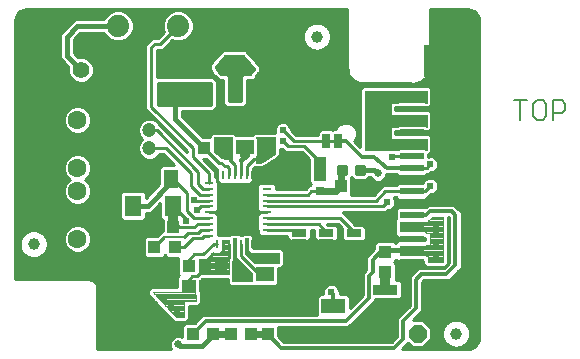
<source format=gtl>
G75*
%MOIN*%
%OFA0B0*%
%FSLAX25Y25*%
%IPPOS*%
%LPD*%
%AMOC8*
5,1,8,0,0,1.08239X$1,22.5*
%
%ADD10C,0.00600*%
%ADD11R,0.04252X0.04134*%
%ADD12R,0.03937X0.11024*%
%ADD13R,0.07874X0.03543*%
%ADD14R,0.07874X0.05118*%
%ADD15R,0.03937X0.04331*%
%ADD16R,0.04134X0.04252*%
%ADD17C,0.03937*%
%ADD18R,0.07874X0.02402*%
%ADD19R,0.14173X0.10551*%
%ADD20C,0.07400*%
%ADD21C,0.06299*%
%ADD22C,0.05600*%
%ADD23R,0.03150X0.00984*%
%ADD24R,0.00984X0.03150*%
%ADD25R,0.14370X0.16339*%
%ADD26R,0.10630X0.06299*%
%ADD27R,0.04331X0.07874*%
%ADD28R,0.03150X0.03150*%
%ADD29R,0.05512X0.07087*%
%ADD30R,0.05118X0.05906*%
%ADD31C,0.04724*%
%ADD32R,0.05906X0.05118*%
%ADD33R,0.04331X0.03937*%
%ADD34C,0.00875*%
%ADD35C,0.01000*%
%ADD36R,0.02500X0.05000*%
%ADD37R,0.05000X0.02500*%
%ADD38OC8,0.06000*%
%ADD39C,0.02384*%
%ADD40C,0.02364*%
%ADD41C,0.01400*%
%ADD42C,0.01200*%
%ADD43R,0.02584X0.02584*%
%ADD44C,0.08268*%
%ADD45C,0.00000*%
%ADD46C,0.00001*%
%ADD47C,0.01600*%
%ADD48OC8,0.02384*%
%ADD49OC8,0.02364*%
%ADD50C,0.00400*%
%ADD51C,0.02584*%
%ADD52C,0.02400*%
%ADD53C,0.00800*%
%ADD54C,0.03200*%
D10*
X0235413Y0160139D02*
X0239684Y0160139D01*
X0237548Y0160139D02*
X0237548Y0153733D01*
X0241859Y0154801D02*
X0242926Y0153733D01*
X0245061Y0153733D01*
X0246129Y0154801D01*
X0246129Y0159071D01*
X0245061Y0160139D01*
X0242926Y0160139D01*
X0241859Y0159071D01*
X0241859Y0154801D01*
X0248304Y0155868D02*
X0251507Y0155868D01*
X0252575Y0156936D01*
X0252575Y0159071D01*
X0251507Y0160139D01*
X0248304Y0160139D01*
X0248304Y0153733D01*
D11*
X0137913Y0105078D03*
X0132513Y0105078D03*
X0127013Y0105078D03*
X0127013Y0098188D03*
X0132513Y0098188D03*
X0137913Y0098188D03*
X0132128Y0144229D03*
X0132128Y0151119D03*
D12*
X0142553Y0165260D03*
X0142553Y0183764D03*
D13*
X0192516Y0097093D03*
X0192516Y0086070D03*
D14*
X0175194Y0091581D03*
D15*
X0147760Y0082233D03*
X0141067Y0082233D03*
X0134960Y0082233D03*
X0128267Y0082233D03*
D16*
X0153268Y0082233D03*
X0160158Y0082233D03*
X0122458Y0111333D03*
X0115568Y0111333D03*
X0114968Y0117833D03*
X0121858Y0117833D03*
X0177668Y0131633D03*
X0184558Y0131633D03*
D17*
X0169713Y0181433D03*
X0075313Y0112233D03*
X0216113Y0082433D03*
D18*
X0201364Y0106205D03*
X0201364Y0110142D03*
X0201364Y0114079D03*
X0201364Y0118016D03*
X0201364Y0121953D03*
X0201364Y0125890D03*
X0201364Y0129827D03*
X0201364Y0133764D03*
X0201364Y0137701D03*
X0201364Y0141638D03*
X0201364Y0145575D03*
X0201364Y0149512D03*
X0201364Y0153449D03*
X0201364Y0157386D03*
X0201364Y0161323D03*
D19*
X0212387Y0173173D03*
X0212387Y0094433D03*
D20*
X0123513Y0185033D03*
X0113513Y0185033D03*
X0103513Y0185033D03*
D21*
X0089913Y0153581D03*
X0089913Y0145581D03*
X0089913Y0137707D03*
X0089913Y0129833D03*
X0089913Y0121959D03*
X0089913Y0114085D03*
D22*
X0091113Y0170296D03*
X0091113Y0178170D03*
D23*
X0133668Y0132692D03*
X0133668Y0130723D03*
X0133668Y0128755D03*
X0133668Y0126786D03*
X0133668Y0124818D03*
X0133668Y0122849D03*
X0133668Y0120881D03*
X0133668Y0118912D03*
X0133668Y0116944D03*
X0133668Y0114975D03*
X0152959Y0114975D03*
X0152959Y0116944D03*
X0152959Y0118912D03*
X0152959Y0120881D03*
X0152959Y0122849D03*
X0152959Y0124818D03*
X0152959Y0126786D03*
X0152959Y0128755D03*
X0152959Y0130723D03*
X0152959Y0132692D03*
D24*
X0150203Y0135448D03*
X0148235Y0135448D03*
X0146266Y0135448D03*
X0144298Y0135448D03*
X0142329Y0135448D03*
X0140360Y0135448D03*
X0138392Y0135448D03*
X0136423Y0135448D03*
X0136423Y0112219D03*
X0138392Y0112219D03*
X0140360Y0112219D03*
X0142329Y0112219D03*
X0144298Y0112219D03*
X0146266Y0112219D03*
X0148235Y0112219D03*
X0150203Y0112219D03*
D25*
X0143313Y0123833D03*
D26*
X0122313Y0162122D03*
X0122313Y0173145D03*
D27*
X0170613Y0137386D03*
D28*
X0170613Y0129906D03*
D29*
X0121806Y0125033D03*
X0108420Y0125033D03*
D30*
X0113773Y0134033D03*
X0121253Y0134033D03*
D31*
X0113913Y0144233D03*
X0113913Y0150233D03*
D32*
X0145713Y0152173D03*
X0145713Y0144693D03*
X0152313Y0102273D03*
X0152313Y0094793D03*
D33*
X0192513Y0103087D03*
X0192513Y0109780D03*
D34*
X0185426Y0135720D02*
X0182800Y0135720D01*
X0182800Y0138346D01*
X0185426Y0138346D01*
X0185426Y0135720D01*
X0185426Y0136594D02*
X0182800Y0136594D01*
X0182800Y0137468D02*
X0185426Y0137468D01*
X0185426Y0138342D02*
X0182800Y0138342D01*
X0179426Y0135720D02*
X0176800Y0135720D01*
X0176800Y0138346D01*
X0179426Y0138346D01*
X0179426Y0135720D01*
X0179426Y0136594D02*
X0176800Y0136594D01*
X0176800Y0137468D02*
X0179426Y0137468D01*
X0179426Y0138342D02*
X0176800Y0138342D01*
D35*
X0096513Y0097895D02*
X0096513Y0077318D01*
X0121119Y0077318D01*
X0120721Y0078278D01*
X0120721Y0079389D01*
X0121146Y0080415D01*
X0121932Y0081200D01*
X0122958Y0081625D01*
X0124069Y0081625D01*
X0124798Y0081323D01*
X0124798Y0085020D01*
X0125677Y0085899D01*
X0128962Y0085899D01*
X0130567Y0087503D01*
X0131797Y0088733D01*
X0169757Y0088733D01*
X0169757Y0094762D01*
X0170635Y0095640D01*
X0171845Y0095640D01*
X0171821Y0095698D01*
X0171821Y0096769D01*
X0172231Y0097758D01*
X0172988Y0098516D01*
X0173978Y0098925D01*
X0175049Y0098925D01*
X0176038Y0098516D01*
X0176796Y0097758D01*
X0177205Y0096769D01*
X0177205Y0096511D01*
X0177294Y0096423D01*
X0177294Y0095640D01*
X0179752Y0095640D01*
X0180631Y0094762D01*
X0180631Y0090920D01*
X0185013Y0095303D01*
X0185013Y0102503D01*
X0186213Y0103703D01*
X0186213Y0107903D01*
X0188848Y0110538D01*
X0188848Y0112370D01*
X0189727Y0113248D01*
X0195300Y0113248D01*
X0195812Y0112736D01*
X0196609Y0113533D01*
X0205813Y0113533D01*
X0205813Y0114333D01*
X0196609Y0114333D01*
X0195613Y0115329D01*
X0195613Y0120337D01*
X0195927Y0120651D01*
X0195927Y0123775D01*
X0196805Y0124654D01*
X0205922Y0124654D01*
X0205943Y0124633D01*
X0206643Y0125333D01*
X0215583Y0125333D01*
X0216813Y0124103D01*
X0218013Y0122903D01*
X0218013Y0104363D01*
X0216783Y0103133D01*
X0215013Y0101363D01*
X0215013Y0101363D01*
X0213783Y0100133D01*
X0205383Y0100133D01*
X0204813Y0099563D01*
X0204813Y0089963D01*
X0201783Y0086933D01*
X0205177Y0086933D01*
X0207813Y0084297D01*
X0207813Y0080569D01*
X0205177Y0077933D01*
X0201449Y0077933D01*
X0200116Y0079266D01*
X0199383Y0078533D01*
X0198167Y0077318D01*
X0220194Y0077318D01*
X0220879Y0077385D01*
X0222147Y0077910D01*
X0223117Y0078880D01*
X0223642Y0080147D01*
X0223709Y0080833D01*
X0223709Y0186975D01*
X0223642Y0187661D01*
X0223117Y0188928D01*
X0222147Y0189898D01*
X0220879Y0190423D01*
X0220194Y0190491D01*
X0207513Y0190491D01*
X0207513Y0170833D01*
X0207267Y0169822D01*
X0206850Y0168870D01*
X0206273Y0168004D01*
X0205554Y0167251D01*
X0204716Y0166635D01*
X0203784Y0166174D01*
X0202785Y0165881D01*
X0201751Y0165767D01*
X0200713Y0165833D01*
X0184913Y0165833D01*
X0184045Y0165909D01*
X0183203Y0166135D01*
X0182413Y0166503D01*
X0181699Y0167003D01*
X0181083Y0167619D01*
X0180583Y0168333D01*
X0180215Y0169123D01*
X0179989Y0169965D01*
X0179913Y0170833D01*
X0179913Y0190491D01*
X0072713Y0190491D01*
X0072027Y0190423D01*
X0070760Y0189898D01*
X0069790Y0188928D01*
X0069265Y0187661D01*
X0069197Y0186975D01*
X0069197Y0100587D01*
X0093817Y0100494D01*
X0094336Y0100457D01*
X0094838Y0100318D01*
X0095302Y0100083D01*
X0095711Y0099761D01*
X0096048Y0099364D01*
X0096300Y0098909D01*
X0096457Y0098413D01*
X0096513Y0097895D01*
X0096513Y0097801D02*
X0114276Y0097801D01*
X0114409Y0097933D02*
X0113933Y0097458D01*
X0113440Y0097000D01*
X0113439Y0096963D01*
X0113413Y0096937D01*
X0113413Y0096265D01*
X0113388Y0095593D01*
X0113413Y0095566D01*
X0113413Y0095529D01*
X0113889Y0095054D01*
X0121213Y0087166D01*
X0121213Y0087129D01*
X0121689Y0086654D01*
X0122147Y0086161D01*
X0122183Y0086159D01*
X0122209Y0086133D01*
X0122882Y0086133D01*
X0123554Y0086108D01*
X0123581Y0086133D01*
X0126017Y0086133D01*
X0127013Y0087129D01*
X0127013Y0091533D01*
X0130217Y0091533D01*
X0131213Y0092529D01*
X0131213Y0100205D01*
X0131542Y0100533D01*
X0140013Y0100533D01*
X0140013Y0099212D01*
X0140892Y0098333D01*
X0148620Y0098333D01*
X0148739Y0098214D01*
X0155887Y0098214D01*
X0156766Y0099093D01*
X0156766Y0104333D01*
X0157735Y0104333D01*
X0158613Y0105212D01*
X0158613Y0110055D01*
X0157735Y0110933D01*
X0148413Y0110933D01*
X0148413Y0114855D01*
X0147535Y0115733D01*
X0145092Y0115733D01*
X0144653Y0115294D01*
X0144374Y0115294D01*
X0143935Y0115733D01*
X0140892Y0115733D01*
X0140492Y0115333D01*
X0136742Y0115333D01*
X0136742Y0121994D01*
X0135887Y0122849D01*
X0136742Y0123704D01*
X0136742Y0132909D01*
X0137279Y0132373D01*
X0147379Y0132373D01*
X0148258Y0133251D01*
X0148258Y0134611D01*
X0148266Y0134619D01*
X0148266Y0137358D01*
X0148842Y0137933D01*
X0150942Y0137933D01*
X0151381Y0137832D01*
X0151543Y0137933D01*
X0151735Y0137933D01*
X0152053Y0138252D01*
X0156343Y0140933D01*
X0156535Y0140933D01*
X0156853Y0141252D01*
X0157235Y0141491D01*
X0157278Y0141677D01*
X0157413Y0141812D01*
X0157413Y0142263D01*
X0157515Y0142701D01*
X0157413Y0142864D01*
X0157413Y0144103D01*
X0157780Y0143951D01*
X0158167Y0143951D01*
X0159285Y0142833D01*
X0164685Y0142833D01*
X0166948Y0140570D01*
X0166948Y0132828D01*
X0167606Y0132170D01*
X0167538Y0132102D01*
X0167538Y0131833D01*
X0167085Y0131833D01*
X0166006Y0130755D01*
X0156034Y0130755D01*
X0156034Y0131837D01*
X0155155Y0132715D01*
X0150763Y0132715D01*
X0149884Y0131837D01*
X0149884Y0123704D01*
X0150739Y0122849D01*
X0149884Y0121994D01*
X0149884Y0115830D01*
X0150763Y0114951D01*
X0152123Y0114951D01*
X0152130Y0114944D01*
X0159713Y0114944D01*
X0159713Y0114134D01*
X0160592Y0113255D01*
X0166835Y0113255D01*
X0167713Y0114134D01*
X0167713Y0116912D01*
X0168813Y0116912D01*
X0168813Y0114134D01*
X0169692Y0113255D01*
X0175935Y0113255D01*
X0176813Y0114134D01*
X0176813Y0117876D01*
X0175935Y0118755D01*
X0173133Y0118755D01*
X0173029Y0118881D01*
X0176609Y0118881D01*
X0178013Y0117477D01*
X0178013Y0114034D01*
X0178892Y0113155D01*
X0185135Y0113155D01*
X0186013Y0114034D01*
X0186013Y0117776D01*
X0185135Y0118655D01*
X0182492Y0118655D01*
X0178329Y0122818D01*
X0192526Y0122818D01*
X0193260Y0123551D01*
X0193647Y0123551D01*
X0194633Y0123960D01*
X0195387Y0124714D01*
X0195795Y0125700D01*
X0195795Y0126767D01*
X0195387Y0127753D01*
X0195313Y0127827D01*
X0196105Y0127827D01*
X0196805Y0127126D01*
X0205922Y0127126D01*
X0206801Y0128005D01*
X0206801Y0128092D01*
X0207650Y0128941D01*
X0208049Y0128941D01*
X0209038Y0129351D01*
X0209796Y0130108D01*
X0210205Y0131098D01*
X0210205Y0132169D01*
X0209796Y0133158D01*
X0209038Y0133916D01*
X0208049Y0134325D01*
X0206978Y0134325D01*
X0205988Y0133916D01*
X0205231Y0133158D01*
X0204970Y0132528D01*
X0196805Y0132528D01*
X0196105Y0131827D01*
X0191679Y0131827D01*
X0188638Y0128786D01*
X0181135Y0128786D01*
X0181235Y0128886D01*
X0181235Y0134381D01*
X0181030Y0134585D01*
X0181113Y0134668D01*
X0181998Y0133783D01*
X0186228Y0133783D01*
X0187178Y0134733D01*
X0187547Y0134733D01*
X0187746Y0134252D01*
X0188532Y0133466D01*
X0189558Y0133041D01*
X0190669Y0133041D01*
X0191695Y0133466D01*
X0192480Y0134252D01*
X0192905Y0135278D01*
X0192905Y0135511D01*
X0193194Y0135533D01*
X0196272Y0135533D01*
X0196805Y0135000D01*
X0205922Y0135000D01*
X0206555Y0135633D01*
X0207142Y0135633D01*
X0207650Y0136141D01*
X0208049Y0136141D01*
X0209038Y0136551D01*
X0209796Y0137308D01*
X0210205Y0138298D01*
X0210205Y0139369D01*
X0209796Y0140358D01*
X0209038Y0141116D01*
X0208049Y0141525D01*
X0206978Y0141525D01*
X0206801Y0141452D01*
X0206801Y0142133D01*
X0206935Y0142133D01*
X0207813Y0143012D01*
X0207813Y0147955D01*
X0206935Y0148833D01*
X0195813Y0148833D01*
X0195813Y0149933D01*
X0206935Y0149933D01*
X0207813Y0150812D01*
X0207813Y0156055D01*
X0206935Y0156933D01*
X0195813Y0156933D01*
X0195813Y0157933D01*
X0206935Y0157933D01*
X0207813Y0158812D01*
X0207813Y0164055D01*
X0206935Y0164933D01*
X0185092Y0164933D01*
X0184213Y0164055D01*
X0184213Y0144703D01*
X0182132Y0146784D01*
X0182421Y0147073D01*
X0182977Y0148414D01*
X0182977Y0149866D01*
X0182421Y0151208D01*
X0181395Y0152234D01*
X0180053Y0152790D01*
X0178601Y0152790D01*
X0177260Y0152234D01*
X0176233Y0151208D01*
X0175954Y0150533D01*
X0174942Y0150533D01*
X0174813Y0150405D01*
X0174685Y0150533D01*
X0170942Y0150533D01*
X0170063Y0149655D01*
X0170063Y0148533D01*
X0162842Y0148533D01*
X0160995Y0150380D01*
X0160995Y0150767D01*
X0160587Y0151753D01*
X0159833Y0152507D01*
X0158847Y0152915D01*
X0157780Y0152915D01*
X0156794Y0152507D01*
X0156039Y0151753D01*
X0155631Y0150767D01*
X0155631Y0149700D01*
X0155783Y0149333D01*
X0148692Y0149333D01*
X0148111Y0148752D01*
X0142716Y0148752D01*
X0142135Y0149333D01*
X0134892Y0149333D01*
X0134013Y0148455D01*
X0134013Y0147796D01*
X0131814Y0147796D01*
X0124613Y0154997D01*
X0124613Y0156633D01*
X0135142Y0156633D01*
X0136313Y0157805D01*
X0136313Y0166662D01*
X0135142Y0167833D01*
X0116513Y0167833D01*
X0116513Y0177005D01*
X0116542Y0177033D01*
X0118342Y0177033D01*
X0121533Y0180225D01*
X0122479Y0179833D01*
X0124548Y0179833D01*
X0126459Y0180625D01*
X0127922Y0182088D01*
X0128713Y0183999D01*
X0128713Y0186068D01*
X0127922Y0187979D01*
X0126459Y0189442D01*
X0124548Y0190233D01*
X0122479Y0190233D01*
X0120568Y0189442D01*
X0119105Y0187979D01*
X0118313Y0186068D01*
X0118313Y0183999D01*
X0118705Y0183053D01*
X0116685Y0181033D01*
X0114885Y0181033D01*
X0113713Y0179862D01*
X0113713Y0179862D01*
X0113685Y0179833D01*
X0113685Y0179833D01*
X0112513Y0178662D01*
X0112513Y0157205D01*
X0113685Y0156033D01*
X0126313Y0143405D01*
X0126313Y0143062D01*
X0117353Y0152022D01*
X0117187Y0152421D01*
X0116101Y0153508D01*
X0114681Y0154096D01*
X0113145Y0154096D01*
X0111725Y0153508D01*
X0110639Y0152421D01*
X0110051Y0151002D01*
X0110051Y0149465D01*
X0110639Y0148046D01*
X0111451Y0147233D01*
X0110639Y0146421D01*
X0110051Y0145002D01*
X0110051Y0143465D01*
X0110639Y0142046D01*
X0111725Y0140959D01*
X0113145Y0140371D01*
X0114681Y0140371D01*
X0116101Y0140959D01*
X0117187Y0142046D01*
X0117265Y0142233D01*
X0118485Y0142233D01*
X0122232Y0138486D01*
X0118073Y0138486D01*
X0117194Y0137607D01*
X0117194Y0132167D01*
X0112676Y0127649D01*
X0112676Y0129198D01*
X0111798Y0130077D01*
X0105043Y0130077D01*
X0104164Y0129198D01*
X0104164Y0120869D01*
X0105043Y0119990D01*
X0111798Y0119990D01*
X0112676Y0120869D01*
X0112676Y0122733D01*
X0114266Y0122733D01*
X0117550Y0126018D01*
X0117550Y0120869D01*
X0118291Y0120128D01*
X0118291Y0116533D01*
X0117940Y0116533D01*
X0116366Y0114959D01*
X0112880Y0114959D01*
X0112001Y0114081D01*
X0112001Y0108586D01*
X0112880Y0107707D01*
X0118257Y0107707D01*
X0119013Y0108464D01*
X0119770Y0107707D01*
X0123387Y0107707D01*
X0123387Y0102390D01*
X0123827Y0101951D01*
X0123013Y0101137D01*
X0123013Y0097933D01*
X0115145Y0097933D01*
X0114472Y0097958D01*
X0114446Y0097933D01*
X0114409Y0097933D01*
X0113413Y0096802D02*
X0096513Y0096802D01*
X0096513Y0095804D02*
X0113396Y0095804D01*
X0114120Y0094805D02*
X0096513Y0094805D01*
X0096513Y0093807D02*
X0115047Y0093807D01*
X0115974Y0092808D02*
X0096513Y0092808D01*
X0096513Y0091810D02*
X0116901Y0091810D01*
X0117828Y0090811D02*
X0096513Y0090811D01*
X0096513Y0089812D02*
X0118756Y0089812D01*
X0119683Y0088814D02*
X0096513Y0088814D01*
X0096513Y0087815D02*
X0120610Y0087815D01*
X0121525Y0086817D02*
X0096513Y0086817D01*
X0096513Y0085818D02*
X0125597Y0085818D01*
X0124798Y0084820D02*
X0096513Y0084820D01*
X0096513Y0083821D02*
X0124798Y0083821D01*
X0124798Y0082823D02*
X0096513Y0082823D01*
X0096513Y0081824D02*
X0124798Y0081824D01*
X0121557Y0080826D02*
X0096513Y0080826D01*
X0096513Y0079827D02*
X0120903Y0079827D01*
X0120721Y0078829D02*
X0096513Y0078829D01*
X0096513Y0077830D02*
X0120907Y0077830D01*
X0126701Y0086817D02*
X0129881Y0086817D01*
X0130879Y0087815D02*
X0127013Y0087815D01*
X0127013Y0088814D02*
X0169757Y0088814D01*
X0169757Y0089812D02*
X0127013Y0089812D01*
X0127013Y0090811D02*
X0169757Y0090811D01*
X0169757Y0091810D02*
X0130494Y0091810D01*
X0131213Y0092808D02*
X0169757Y0092808D01*
X0169757Y0093807D02*
X0131213Y0093807D01*
X0131213Y0094805D02*
X0169800Y0094805D01*
X0171821Y0095804D02*
X0131213Y0095804D01*
X0131213Y0096802D02*
X0171835Y0096802D01*
X0172273Y0097801D02*
X0131213Y0097801D01*
X0131213Y0098799D02*
X0140426Y0098799D01*
X0140013Y0099798D02*
X0131213Y0099798D01*
X0129713Y0101533D02*
X0128213Y0101533D01*
X0127113Y0100433D01*
X0127113Y0098288D01*
X0127013Y0098188D01*
X0123013Y0098799D02*
X0096335Y0098799D01*
X0095664Y0099798D02*
X0123013Y0099798D01*
X0123013Y0100796D02*
X0069197Y0100796D01*
X0069197Y0101795D02*
X0123670Y0101795D01*
X0123387Y0102793D02*
X0069197Y0102793D01*
X0069197Y0103792D02*
X0123387Y0103792D01*
X0123387Y0104790D02*
X0069197Y0104790D01*
X0069197Y0105789D02*
X0123387Y0105789D01*
X0123387Y0106787D02*
X0069197Y0106787D01*
X0069197Y0107786D02*
X0073796Y0107786D01*
X0073709Y0107826D02*
X0073931Y0107723D01*
X0074001Y0107748D01*
X0074207Y0107693D01*
X0074255Y0107636D01*
X0074499Y0107615D01*
X0074736Y0107551D01*
X0074800Y0107588D01*
X0075012Y0107570D01*
X0075069Y0107522D01*
X0075313Y0107543D01*
X0075557Y0107522D01*
X0075614Y0107570D01*
X0075827Y0107588D01*
X0075891Y0107551D01*
X0076128Y0107615D01*
X0076372Y0107636D01*
X0076419Y0107693D01*
X0076625Y0107748D01*
X0076695Y0107723D01*
X0076917Y0107826D01*
X0077154Y0107890D01*
X0077191Y0107954D01*
X0077384Y0108044D01*
X0077457Y0108031D01*
X0077658Y0108172D01*
X0077880Y0108275D01*
X0077906Y0108345D01*
X0078080Y0108467D01*
X0078155Y0108467D01*
X0078328Y0108641D01*
X0078529Y0108781D01*
X0078541Y0108854D01*
X0078692Y0109005D01*
X0078765Y0109018D01*
X0078906Y0109219D01*
X0079079Y0109392D01*
X0079079Y0109466D01*
X0079202Y0109641D01*
X0079271Y0109666D01*
X0079375Y0109888D01*
X0079515Y0110089D01*
X0079502Y0110162D01*
X0079593Y0110356D01*
X0079657Y0110393D01*
X0079720Y0110629D01*
X0079824Y0110851D01*
X0079798Y0110921D01*
X0079854Y0111127D01*
X0079910Y0111175D01*
X0079932Y0111419D01*
X0079995Y0111656D01*
X0079958Y0111720D01*
X0079977Y0111932D01*
X0080024Y0111989D01*
X0080003Y0112233D01*
X0080024Y0112477D01*
X0079977Y0112534D01*
X0079958Y0112747D01*
X0079995Y0112811D01*
X0079932Y0113048D01*
X0079910Y0113292D01*
X0079854Y0113339D01*
X0079798Y0113546D01*
X0079824Y0113615D01*
X0079720Y0113837D01*
X0079657Y0114074D01*
X0079593Y0114111D01*
X0079502Y0114304D01*
X0079515Y0114378D01*
X0079375Y0114578D01*
X0079271Y0114800D01*
X0079202Y0114826D01*
X0079079Y0115000D01*
X0079079Y0115075D01*
X0078906Y0115248D01*
X0078765Y0115449D01*
X0078692Y0115462D01*
X0078541Y0115612D01*
X0078529Y0115685D01*
X0078328Y0115826D01*
X0078155Y0115999D01*
X0078080Y0115999D01*
X0077906Y0116122D01*
X0077880Y0116191D01*
X0077658Y0116295D01*
X0077457Y0116435D01*
X0077384Y0116423D01*
X0077191Y0116513D01*
X0077154Y0116577D01*
X0076917Y0116640D01*
X0076695Y0116744D01*
X0076625Y0116719D01*
X0076419Y0116774D01*
X0076372Y0116831D01*
X0076128Y0116852D01*
X0075891Y0116915D01*
X0075827Y0116878D01*
X0075614Y0116897D01*
X0075557Y0116945D01*
X0075313Y0116923D01*
X0075069Y0116945D01*
X0075012Y0116897D01*
X0074800Y0116878D01*
X0074736Y0116915D01*
X0074499Y0116852D01*
X0074255Y0116831D01*
X0074207Y0116774D01*
X0074001Y0116719D01*
X0073931Y0116744D01*
X0073709Y0116640D01*
X0073473Y0116577D01*
X0073435Y0116513D01*
X0073242Y0116423D01*
X0073169Y0116435D01*
X0072968Y0116295D01*
X0072746Y0116191D01*
X0072721Y0116122D01*
X0072546Y0115999D01*
X0072472Y0115999D01*
X0072299Y0115826D01*
X0072098Y0115685D01*
X0072085Y0115612D01*
X0071934Y0115462D01*
X0071861Y0115449D01*
X0071721Y0115248D01*
X0071547Y0115075D01*
X0071547Y0115000D01*
X0071425Y0114826D01*
X0071355Y0114800D01*
X0071252Y0114578D01*
X0071111Y0114378D01*
X0071124Y0114304D01*
X0071034Y0114111D01*
X0070970Y0114074D01*
X0070906Y0113837D01*
X0070803Y0113615D01*
X0070828Y0113546D01*
X0070773Y0113339D01*
X0070716Y0113292D01*
X0070695Y0113048D01*
X0070631Y0112811D01*
X0070668Y0112747D01*
X0070650Y0112534D01*
X0070602Y0112477D01*
X0070623Y0112233D01*
X0070602Y0111989D01*
X0070650Y0111932D01*
X0070668Y0111720D01*
X0070631Y0111656D01*
X0070695Y0111419D01*
X0070716Y0111175D01*
X0070773Y0111127D01*
X0070828Y0110921D01*
X0070803Y0110851D01*
X0070906Y0110629D01*
X0070970Y0110393D01*
X0071034Y0110356D01*
X0071124Y0110162D01*
X0071111Y0110089D01*
X0071252Y0109888D01*
X0071355Y0109666D01*
X0071425Y0109641D01*
X0071547Y0109466D01*
X0071547Y0109392D01*
X0071721Y0109219D01*
X0071861Y0109018D01*
X0071934Y0109005D01*
X0072085Y0108854D01*
X0072098Y0108781D01*
X0072299Y0108641D01*
X0072472Y0108467D01*
X0072546Y0108467D01*
X0072721Y0108345D01*
X0072746Y0108275D01*
X0072968Y0108172D01*
X0073169Y0108031D01*
X0073242Y0108044D01*
X0073435Y0107954D01*
X0073473Y0107890D01*
X0073709Y0107826D01*
X0072097Y0108784D02*
X0069197Y0108784D01*
X0069197Y0109783D02*
X0071301Y0109783D01*
X0070835Y0110781D02*
X0069197Y0110781D01*
X0069197Y0111780D02*
X0070663Y0111780D01*
X0070650Y0112778D02*
X0069197Y0112778D01*
X0069197Y0113777D02*
X0070878Y0113777D01*
X0071344Y0114775D02*
X0069197Y0114775D01*
X0069197Y0115774D02*
X0072224Y0115774D01*
X0074202Y0116772D02*
X0069197Y0116772D01*
X0069197Y0117771D02*
X0087023Y0117771D01*
X0087279Y0118027D02*
X0085972Y0116719D01*
X0085264Y0115010D01*
X0085264Y0113160D01*
X0085972Y0111452D01*
X0087279Y0110144D01*
X0088988Y0109436D01*
X0090838Y0109436D01*
X0092547Y0110144D01*
X0093855Y0111452D01*
X0094563Y0113160D01*
X0094563Y0115010D01*
X0093855Y0116719D01*
X0092547Y0118027D01*
X0090838Y0118735D01*
X0088988Y0118735D01*
X0087279Y0118027D01*
X0086025Y0116772D02*
X0076425Y0116772D01*
X0078402Y0115774D02*
X0085580Y0115774D01*
X0085264Y0114775D02*
X0079283Y0114775D01*
X0079749Y0113777D02*
X0085264Y0113777D01*
X0085422Y0112778D02*
X0079976Y0112778D01*
X0079963Y0111780D02*
X0085836Y0111780D01*
X0086642Y0110781D02*
X0079791Y0110781D01*
X0079326Y0109783D02*
X0088151Y0109783D01*
X0091676Y0109783D02*
X0112001Y0109783D01*
X0112001Y0110781D02*
X0093185Y0110781D01*
X0093991Y0111780D02*
X0112001Y0111780D01*
X0112001Y0112778D02*
X0094405Y0112778D01*
X0094563Y0113777D02*
X0112001Y0113777D01*
X0112696Y0114775D02*
X0094563Y0114775D01*
X0094247Y0115774D02*
X0117180Y0115774D01*
X0118291Y0116772D02*
X0093802Y0116772D01*
X0092803Y0117771D02*
X0118291Y0117771D01*
X0118291Y0118769D02*
X0069197Y0118769D01*
X0069197Y0119768D02*
X0118291Y0119768D01*
X0117653Y0120766D02*
X0112574Y0120766D01*
X0112676Y0121765D02*
X0117550Y0121765D01*
X0117550Y0122763D02*
X0114296Y0122763D01*
X0115294Y0123762D02*
X0117550Y0123762D01*
X0117550Y0124760D02*
X0116293Y0124760D01*
X0117291Y0125759D02*
X0117550Y0125759D01*
X0113782Y0128754D02*
X0112676Y0128754D01*
X0112676Y0127756D02*
X0112783Y0127756D01*
X0112121Y0129753D02*
X0114780Y0129753D01*
X0115779Y0130751D02*
X0094563Y0130751D01*
X0094563Y0130758D02*
X0093855Y0132467D01*
X0092552Y0133770D01*
X0093855Y0135074D01*
X0094563Y0136782D01*
X0094563Y0138632D01*
X0093855Y0140341D01*
X0092547Y0141649D01*
X0090838Y0142357D01*
X0088988Y0142357D01*
X0087279Y0141649D01*
X0085972Y0140341D01*
X0085264Y0138632D01*
X0085264Y0136782D01*
X0085972Y0135074D01*
X0087275Y0133770D01*
X0085972Y0132467D01*
X0085264Y0130758D01*
X0085264Y0128908D01*
X0085972Y0127200D01*
X0087279Y0125892D01*
X0088988Y0125184D01*
X0090838Y0125184D01*
X0092547Y0125892D01*
X0093855Y0127200D01*
X0094563Y0128908D01*
X0094563Y0130758D01*
X0094563Y0129753D02*
X0104719Y0129753D01*
X0104164Y0128754D02*
X0094499Y0128754D01*
X0094085Y0127756D02*
X0104164Y0127756D01*
X0104164Y0126757D02*
X0093413Y0126757D01*
X0092227Y0125759D02*
X0104164Y0125759D01*
X0104164Y0124760D02*
X0069197Y0124760D01*
X0069197Y0123762D02*
X0104164Y0123762D01*
X0104164Y0122763D02*
X0069197Y0122763D01*
X0069197Y0121765D02*
X0104164Y0121765D01*
X0104267Y0120766D02*
X0069197Y0120766D01*
X0069197Y0125759D02*
X0087600Y0125759D01*
X0086414Y0126757D02*
X0069197Y0126757D01*
X0069197Y0127756D02*
X0085741Y0127756D01*
X0085327Y0128754D02*
X0069197Y0128754D01*
X0069197Y0129753D02*
X0085264Y0129753D01*
X0085264Y0130751D02*
X0069197Y0130751D01*
X0069197Y0131750D02*
X0085674Y0131750D01*
X0086253Y0132748D02*
X0069197Y0132748D01*
X0069197Y0133747D02*
X0087251Y0133747D01*
X0086300Y0134745D02*
X0069197Y0134745D01*
X0069197Y0135744D02*
X0085694Y0135744D01*
X0085280Y0136743D02*
X0069197Y0136743D01*
X0069197Y0137741D02*
X0085264Y0137741D01*
X0085308Y0138740D02*
X0069197Y0138740D01*
X0069197Y0139738D02*
X0085722Y0139738D01*
X0086367Y0140737D02*
X0069197Y0140737D01*
X0069197Y0141735D02*
X0087487Y0141735D01*
X0092339Y0141735D02*
X0110950Y0141735D01*
X0110354Y0142734D02*
X0069197Y0142734D01*
X0069197Y0143732D02*
X0110051Y0143732D01*
X0110051Y0144731D02*
X0069197Y0144731D01*
X0069197Y0145729D02*
X0110352Y0145729D01*
X0110946Y0146728D02*
X0069197Y0146728D01*
X0069197Y0147726D02*
X0110958Y0147726D01*
X0110358Y0148725D02*
X0069197Y0148725D01*
X0069197Y0149723D02*
X0087196Y0149723D01*
X0087279Y0149640D02*
X0088988Y0148932D01*
X0090838Y0148932D01*
X0092547Y0149640D01*
X0093855Y0150948D01*
X0094563Y0152656D01*
X0094563Y0154506D01*
X0093855Y0156215D01*
X0092547Y0157523D01*
X0090838Y0158231D01*
X0088988Y0158231D01*
X0087279Y0157523D01*
X0085972Y0156215D01*
X0085264Y0154506D01*
X0085264Y0152656D01*
X0085972Y0150948D01*
X0087279Y0149640D01*
X0086197Y0150722D02*
X0069197Y0150722D01*
X0069197Y0151720D02*
X0085651Y0151720D01*
X0085264Y0152719D02*
X0069197Y0152719D01*
X0069197Y0153717D02*
X0085264Y0153717D01*
X0085350Y0154716D02*
X0069197Y0154716D01*
X0069197Y0155714D02*
X0085764Y0155714D01*
X0086469Y0156713D02*
X0069197Y0156713D01*
X0069197Y0157711D02*
X0087734Y0157711D01*
X0092093Y0157711D02*
X0112513Y0157711D01*
X0112513Y0158710D02*
X0069197Y0158710D01*
X0069197Y0159708D02*
X0112513Y0159708D01*
X0112513Y0160707D02*
X0069197Y0160707D01*
X0069197Y0161705D02*
X0112513Y0161705D01*
X0112513Y0162704D02*
X0069197Y0162704D01*
X0069197Y0163702D02*
X0112513Y0163702D01*
X0112513Y0164701D02*
X0069197Y0164701D01*
X0069197Y0165699D02*
X0112513Y0165699D01*
X0112513Y0166698D02*
X0093596Y0166698D01*
X0093549Y0166651D02*
X0094759Y0167861D01*
X0095413Y0169441D01*
X0095413Y0171152D01*
X0094759Y0172732D01*
X0093549Y0173942D01*
X0091969Y0174596D01*
X0090258Y0174596D01*
X0090122Y0174540D01*
X0088613Y0176049D01*
X0088613Y0180481D01*
X0090866Y0182733D01*
X0098837Y0182733D01*
X0099105Y0182088D01*
X0100568Y0180625D01*
X0102479Y0179833D01*
X0104548Y0179833D01*
X0106459Y0180625D01*
X0107922Y0182088D01*
X0108713Y0183999D01*
X0108713Y0186068D01*
X0107922Y0187979D01*
X0106459Y0189442D01*
X0104548Y0190233D01*
X0102479Y0190233D01*
X0100568Y0189442D01*
X0099105Y0187979D01*
X0098837Y0187333D01*
X0088961Y0187333D01*
X0087613Y0185986D01*
X0084013Y0182386D01*
X0084013Y0174144D01*
X0085361Y0172796D01*
X0086869Y0171287D01*
X0086813Y0171152D01*
X0086813Y0169441D01*
X0087468Y0167861D01*
X0088677Y0166651D01*
X0090258Y0165996D01*
X0091969Y0165996D01*
X0093549Y0166651D01*
X0094594Y0167696D02*
X0112513Y0167696D01*
X0112513Y0168695D02*
X0095104Y0168695D01*
X0095413Y0169693D02*
X0112513Y0169693D01*
X0112513Y0170692D02*
X0095413Y0170692D01*
X0095190Y0171690D02*
X0112513Y0171690D01*
X0112513Y0172689D02*
X0094776Y0172689D01*
X0093803Y0173687D02*
X0112513Y0173687D01*
X0112513Y0174686D02*
X0089976Y0174686D01*
X0088978Y0175684D02*
X0112513Y0175684D01*
X0112513Y0176683D02*
X0088613Y0176683D01*
X0088613Y0177681D02*
X0112513Y0177681D01*
X0112531Y0178680D02*
X0088613Y0178680D01*
X0088613Y0179679D02*
X0113530Y0179679D01*
X0114529Y0180677D02*
X0106511Y0180677D01*
X0107509Y0181676D02*
X0117327Y0181676D01*
X0118326Y0182674D02*
X0108164Y0182674D01*
X0108578Y0183673D02*
X0118448Y0183673D01*
X0118313Y0184671D02*
X0108713Y0184671D01*
X0108713Y0185670D02*
X0118313Y0185670D01*
X0118562Y0186668D02*
X0108465Y0186668D01*
X0108051Y0187667D02*
X0118976Y0187667D01*
X0119791Y0188665D02*
X0107235Y0188665D01*
X0105923Y0189664D02*
X0121104Y0189664D01*
X0125923Y0189664D02*
X0179913Y0189664D01*
X0179913Y0188665D02*
X0127235Y0188665D01*
X0128051Y0187667D02*
X0179913Y0187667D01*
X0179913Y0186668D02*
X0128465Y0186668D01*
X0128713Y0185670D02*
X0167743Y0185670D01*
X0167835Y0185713D02*
X0167642Y0185623D01*
X0167569Y0185635D01*
X0167368Y0185495D01*
X0167146Y0185391D01*
X0167121Y0185322D01*
X0166946Y0185199D01*
X0166872Y0185199D01*
X0166699Y0185026D01*
X0166498Y0184885D01*
X0166485Y0184812D01*
X0166334Y0184662D01*
X0166261Y0184649D01*
X0166121Y0184448D01*
X0165947Y0184275D01*
X0165947Y0184200D01*
X0165825Y0184026D01*
X0165755Y0184000D01*
X0165652Y0183778D01*
X0165511Y0183578D01*
X0165524Y0183504D01*
X0165434Y0183311D01*
X0165370Y0183274D01*
X0165306Y0183037D01*
X0165203Y0182815D01*
X0165228Y0182746D01*
X0165173Y0182539D01*
X0165116Y0182492D01*
X0165095Y0182248D01*
X0165031Y0182011D01*
X0165068Y0181947D01*
X0165050Y0181734D01*
X0165002Y0181677D01*
X0165023Y0181433D01*
X0165002Y0181189D01*
X0165050Y0181132D01*
X0165068Y0180920D01*
X0165031Y0180856D01*
X0165095Y0180619D01*
X0165116Y0180375D01*
X0165173Y0180327D01*
X0165228Y0180121D01*
X0165203Y0180051D01*
X0165306Y0179829D01*
X0165370Y0179593D01*
X0165434Y0179556D01*
X0165524Y0179362D01*
X0165511Y0179289D01*
X0165652Y0179088D01*
X0165755Y0178866D01*
X0165825Y0178841D01*
X0165947Y0178666D01*
X0165947Y0178592D01*
X0166121Y0178419D01*
X0166261Y0178218D01*
X0166334Y0178205D01*
X0166485Y0178054D01*
X0166498Y0177981D01*
X0166699Y0177841D01*
X0166872Y0177667D01*
X0166946Y0177667D01*
X0167121Y0177545D01*
X0167146Y0177475D01*
X0167368Y0177372D01*
X0167569Y0177231D01*
X0167642Y0177244D01*
X0167835Y0177154D01*
X0167873Y0177090D01*
X0168109Y0177026D01*
X0168331Y0176923D01*
X0168401Y0176948D01*
X0168607Y0176893D01*
X0168655Y0176836D01*
X0168899Y0176815D01*
X0169136Y0176751D01*
X0169200Y0176788D01*
X0169412Y0176770D01*
X0169469Y0176722D01*
X0169713Y0176743D01*
X0169957Y0176722D01*
X0170014Y0176770D01*
X0170227Y0176788D01*
X0170291Y0176751D01*
X0170528Y0176815D01*
X0170772Y0176836D01*
X0170819Y0176893D01*
X0171025Y0176948D01*
X0171095Y0176923D01*
X0171317Y0177026D01*
X0171554Y0177090D01*
X0171591Y0177154D01*
X0171784Y0177244D01*
X0171857Y0177231D01*
X0172058Y0177372D01*
X0172280Y0177475D01*
X0172306Y0177545D01*
X0172480Y0177667D01*
X0172555Y0177667D01*
X0172728Y0177841D01*
X0172929Y0177981D01*
X0172941Y0178054D01*
X0173092Y0178205D01*
X0173165Y0178218D01*
X0173306Y0178419D01*
X0173479Y0178592D01*
X0173479Y0178666D01*
X0173602Y0178841D01*
X0173671Y0178866D01*
X0173775Y0179088D01*
X0173915Y0179289D01*
X0173902Y0179362D01*
X0173993Y0179556D01*
X0174057Y0179593D01*
X0174120Y0179829D01*
X0174224Y0180051D01*
X0174198Y0180121D01*
X0174254Y0180327D01*
X0174310Y0180375D01*
X0174332Y0180619D01*
X0174395Y0180856D01*
X0174358Y0180920D01*
X0174377Y0181132D01*
X0174424Y0181189D01*
X0174403Y0181433D01*
X0174424Y0181677D01*
X0174377Y0181734D01*
X0174358Y0181947D01*
X0174395Y0182011D01*
X0174332Y0182248D01*
X0174310Y0182492D01*
X0174254Y0182539D01*
X0174198Y0182746D01*
X0174224Y0182815D01*
X0174120Y0183037D01*
X0174057Y0183274D01*
X0173993Y0183311D01*
X0173902Y0183504D01*
X0173915Y0183578D01*
X0173775Y0183778D01*
X0173671Y0184000D01*
X0173602Y0184026D01*
X0173479Y0184200D01*
X0173479Y0184275D01*
X0173306Y0184448D01*
X0173165Y0184649D01*
X0173092Y0184662D01*
X0172941Y0184812D01*
X0172929Y0184885D01*
X0172728Y0185026D01*
X0172555Y0185199D01*
X0172480Y0185199D01*
X0172306Y0185322D01*
X0172280Y0185391D01*
X0172058Y0185495D01*
X0171857Y0185635D01*
X0171784Y0185623D01*
X0171591Y0185713D01*
X0171554Y0185777D01*
X0171317Y0185840D01*
X0171095Y0185944D01*
X0171025Y0185919D01*
X0170819Y0185974D01*
X0170772Y0186031D01*
X0170528Y0186052D01*
X0170291Y0186115D01*
X0170227Y0186078D01*
X0170014Y0186097D01*
X0169957Y0186145D01*
X0169713Y0186123D01*
X0169469Y0186145D01*
X0169412Y0186097D01*
X0169200Y0186078D01*
X0169136Y0186115D01*
X0168899Y0186052D01*
X0168655Y0186031D01*
X0168607Y0185974D01*
X0168401Y0185919D01*
X0168331Y0185944D01*
X0168109Y0185840D01*
X0167873Y0185777D01*
X0167835Y0185713D01*
X0166344Y0184671D02*
X0128713Y0184671D01*
X0128578Y0183673D02*
X0165578Y0183673D01*
X0165209Y0182674D02*
X0128164Y0182674D01*
X0127509Y0181676D02*
X0165002Y0181676D01*
X0165079Y0180677D02*
X0126511Y0180677D01*
X0123513Y0185033D02*
X0117513Y0179033D01*
X0115713Y0179033D01*
X0114513Y0177833D01*
X0114513Y0158033D01*
X0128313Y0144233D01*
X0128313Y0141233D01*
X0133668Y0135879D01*
X0133668Y0132692D01*
X0133668Y0130723D02*
X0131623Y0130723D01*
X0130113Y0132233D01*
X0130113Y0136433D01*
X0116313Y0150233D01*
X0113913Y0150233D01*
X0110349Y0151720D02*
X0094175Y0151720D01*
X0094563Y0152719D02*
X0110937Y0152719D01*
X0112232Y0153717D02*
X0094563Y0153717D01*
X0094476Y0154716D02*
X0115002Y0154716D01*
X0115595Y0153717D02*
X0116001Y0153717D01*
X0116890Y0152719D02*
X0116999Y0152719D01*
X0117655Y0151720D02*
X0117998Y0151720D01*
X0118653Y0150722D02*
X0118996Y0150722D01*
X0119652Y0149723D02*
X0119995Y0149723D01*
X0120650Y0148725D02*
X0120994Y0148725D01*
X0121649Y0147726D02*
X0121992Y0147726D01*
X0122647Y0146728D02*
X0122991Y0146728D01*
X0123646Y0145729D02*
X0123989Y0145729D01*
X0124644Y0144731D02*
X0124988Y0144731D01*
X0125643Y0143732D02*
X0125986Y0143732D01*
X0132128Y0144229D02*
X0136924Y0139433D01*
X0137913Y0139433D01*
X0139113Y0138233D01*
X0139713Y0138233D01*
X0140360Y0137586D01*
X0140360Y0135448D01*
X0142329Y0135448D02*
X0142329Y0138618D01*
X0140313Y0140633D01*
X0140313Y0141833D01*
X0139713Y0142433D01*
X0135788Y0137741D02*
X0134634Y0137741D01*
X0134496Y0137879D02*
X0131713Y0140662D01*
X0132867Y0140662D01*
X0136096Y0137433D01*
X0136400Y0137433D01*
X0136400Y0134148D01*
X0135864Y0134684D01*
X0135668Y0134684D01*
X0135668Y0136707D01*
X0134496Y0137879D01*
X0134790Y0138740D02*
X0133635Y0138740D01*
X0133791Y0139738D02*
X0132637Y0139738D01*
X0135632Y0136743D02*
X0136400Y0136743D01*
X0136400Y0135744D02*
X0135668Y0135744D01*
X0136423Y0135448D02*
X0136423Y0133123D01*
X0137313Y0132233D01*
X0137313Y0129833D01*
X0137913Y0129233D01*
X0136742Y0128754D02*
X0149884Y0128754D01*
X0149884Y0127756D02*
X0136742Y0127756D01*
X0136742Y0126757D02*
X0149884Y0126757D01*
X0149884Y0125759D02*
X0136742Y0125759D01*
X0136742Y0124760D02*
X0149884Y0124760D01*
X0149884Y0123762D02*
X0136742Y0123762D01*
X0137098Y0122849D02*
X0137913Y0122033D01*
X0137098Y0122849D02*
X0133668Y0122849D01*
X0133668Y0120881D02*
X0128866Y0120881D01*
X0126513Y0123233D01*
X0126513Y0129233D01*
X0121713Y0134033D01*
X0121253Y0134033D01*
X0117194Y0133747D02*
X0092575Y0133747D01*
X0093527Y0134745D02*
X0117194Y0134745D01*
X0117194Y0135744D02*
X0094133Y0135744D01*
X0094546Y0136743D02*
X0117194Y0136743D01*
X0117328Y0137741D02*
X0094563Y0137741D01*
X0094518Y0138740D02*
X0121979Y0138740D01*
X0120980Y0139738D02*
X0094105Y0139738D01*
X0093460Y0140737D02*
X0112263Y0140737D01*
X0115564Y0140737D02*
X0119982Y0140737D01*
X0118983Y0141735D02*
X0116877Y0141735D01*
X0119313Y0144233D02*
X0113913Y0144233D01*
X0119313Y0144233D02*
X0127713Y0135833D01*
X0127713Y0131633D01*
X0130592Y0128755D01*
X0133668Y0128755D01*
X0133668Y0126786D02*
X0129560Y0126786D01*
X0128913Y0126833D01*
X0131098Y0124818D02*
X0129813Y0123533D01*
X0131098Y0124818D02*
X0133668Y0124818D01*
X0135973Y0122763D02*
X0150653Y0122763D01*
X0149529Y0122849D02*
X0152959Y0122849D01*
X0152959Y0120881D02*
X0177438Y0120881D01*
X0182013Y0116305D01*
X0182013Y0115905D01*
X0182377Y0118769D02*
X0195613Y0118769D01*
X0195613Y0117771D02*
X0186013Y0117771D01*
X0186013Y0116772D02*
X0195613Y0116772D01*
X0195613Y0115774D02*
X0186013Y0115774D01*
X0186013Y0114775D02*
X0196167Y0114775D01*
X0195854Y0112778D02*
X0195770Y0112778D01*
X0196066Y0107077D02*
X0196609Y0106533D01*
X0205213Y0106533D01*
X0205213Y0105729D01*
X0206209Y0104733D01*
X0212417Y0104733D01*
X0213413Y0105729D01*
X0213413Y0121133D01*
X0213813Y0121133D01*
X0213813Y0106103D01*
X0212043Y0104333D01*
X0203643Y0104333D01*
X0201843Y0102533D01*
X0200613Y0101303D01*
X0200613Y0091703D01*
X0196413Y0087503D01*
X0196413Y0085763D01*
X0196413Y0081503D01*
X0194643Y0079733D01*
X0158738Y0079733D01*
X0156835Y0081636D01*
X0156835Y0084533D01*
X0180183Y0084533D01*
X0187983Y0092333D01*
X0187983Y0092333D01*
X0189213Y0093563D01*
X0189213Y0093822D01*
X0197075Y0093822D01*
X0197953Y0094700D01*
X0197953Y0099486D01*
X0197075Y0100365D01*
X0196046Y0100365D01*
X0196179Y0100497D01*
X0196179Y0105677D01*
X0195422Y0106433D01*
X0196066Y0107077D01*
X0196355Y0106787D02*
X0195776Y0106787D01*
X0196067Y0105789D02*
X0205213Y0105789D01*
X0206152Y0104790D02*
X0196179Y0104790D01*
X0196179Y0103792D02*
X0203102Y0103792D01*
X0202103Y0102793D02*
X0196179Y0102793D01*
X0196179Y0101795D02*
X0201105Y0101795D01*
X0200613Y0100796D02*
X0196179Y0100796D01*
X0197642Y0099798D02*
X0200613Y0099798D01*
X0200613Y0098799D02*
X0197953Y0098799D01*
X0197953Y0097801D02*
X0200613Y0097801D01*
X0200613Y0096802D02*
X0197953Y0096802D01*
X0197953Y0095804D02*
X0200613Y0095804D01*
X0200613Y0094805D02*
X0197953Y0094805D01*
X0200613Y0093807D02*
X0189213Y0093807D01*
X0188458Y0092808D02*
X0200613Y0092808D01*
X0200613Y0091810D02*
X0187459Y0091810D01*
X0186461Y0090811D02*
X0199721Y0090811D01*
X0198723Y0089812D02*
X0185462Y0089812D01*
X0184464Y0088814D02*
X0197724Y0088814D01*
X0196726Y0087815D02*
X0183465Y0087815D01*
X0182467Y0086817D02*
X0196413Y0086817D01*
X0196413Y0085818D02*
X0181468Y0085818D01*
X0180470Y0084820D02*
X0196413Y0084820D01*
X0196413Y0083821D02*
X0156835Y0083821D01*
X0156835Y0082823D02*
X0196413Y0082823D01*
X0196413Y0081824D02*
X0156835Y0081824D01*
X0157646Y0080826D02*
X0195736Y0080826D01*
X0194737Y0079827D02*
X0158644Y0079827D01*
X0177294Y0095804D02*
X0185013Y0095804D01*
X0185013Y0096802D02*
X0177192Y0096802D01*
X0176753Y0097801D02*
X0185013Y0097801D01*
X0185013Y0098799D02*
X0175354Y0098799D01*
X0173673Y0098799D02*
X0156472Y0098799D01*
X0156766Y0099798D02*
X0185013Y0099798D01*
X0185013Y0100796D02*
X0156766Y0100796D01*
X0156766Y0101795D02*
X0185013Y0101795D01*
X0185303Y0102793D02*
X0156766Y0102793D01*
X0156766Y0103792D02*
X0186213Y0103792D01*
X0186213Y0104790D02*
X0158191Y0104790D01*
X0158613Y0105789D02*
X0186213Y0105789D01*
X0186213Y0106787D02*
X0158613Y0106787D01*
X0158613Y0107786D02*
X0186213Y0107786D01*
X0187094Y0108784D02*
X0158613Y0108784D01*
X0158613Y0109783D02*
X0188093Y0109783D01*
X0188848Y0110781D02*
X0157887Y0110781D01*
X0160070Y0113777D02*
X0148413Y0113777D01*
X0148413Y0114775D02*
X0159713Y0114775D01*
X0162775Y0116944D02*
X0152959Y0116944D01*
X0152959Y0118912D02*
X0170406Y0118912D01*
X0172813Y0116005D01*
X0173121Y0118769D02*
X0176720Y0118769D01*
X0176813Y0117771D02*
X0177719Y0117771D01*
X0178013Y0116772D02*
X0176813Y0116772D01*
X0176813Y0115774D02*
X0178013Y0115774D01*
X0178013Y0114775D02*
X0176813Y0114775D01*
X0176456Y0113777D02*
X0178270Y0113777D01*
X0181379Y0119768D02*
X0195613Y0119768D01*
X0195927Y0120766D02*
X0180380Y0120766D01*
X0179382Y0121765D02*
X0195927Y0121765D01*
X0195927Y0122763D02*
X0178383Y0122763D01*
X0181235Y0129753D02*
X0189604Y0129753D01*
X0190603Y0130751D02*
X0181235Y0130751D01*
X0181235Y0131750D02*
X0191601Y0131750D01*
X0191976Y0133747D02*
X0205820Y0133747D01*
X0205061Y0132748D02*
X0181235Y0132748D01*
X0181235Y0133747D02*
X0188251Y0133747D01*
X0192685Y0134745D02*
X0223709Y0134745D01*
X0223709Y0133747D02*
X0209207Y0133747D01*
X0209965Y0132748D02*
X0223709Y0132748D01*
X0223709Y0131750D02*
X0210205Y0131750D01*
X0210062Y0130751D02*
X0223709Y0130751D01*
X0223709Y0129753D02*
X0209440Y0129753D01*
X0207463Y0128754D02*
X0223709Y0128754D01*
X0223709Y0127756D02*
X0206552Y0127756D01*
X0205707Y0129827D02*
X0201364Y0129827D01*
X0192507Y0129827D01*
X0189466Y0126786D01*
X0152959Y0126786D01*
X0152959Y0124818D02*
X0191698Y0124818D01*
X0193113Y0126233D01*
X0194155Y0123762D02*
X0195927Y0123762D01*
X0195406Y0124760D02*
X0206070Y0124760D01*
X0205707Y0129827D02*
X0207513Y0131633D01*
X0207252Y0135744D02*
X0223709Y0135744D01*
X0223709Y0136743D02*
X0209230Y0136743D01*
X0209975Y0137741D02*
X0223709Y0137741D01*
X0223709Y0138740D02*
X0210205Y0138740D01*
X0210052Y0139738D02*
X0223709Y0139738D01*
X0223709Y0140737D02*
X0209417Y0140737D01*
X0207513Y0138833D02*
X0206313Y0137633D01*
X0201431Y0137633D01*
X0201364Y0141638D02*
X0195318Y0141638D01*
X0194913Y0141233D01*
X0195813Y0149723D02*
X0223709Y0149723D01*
X0223709Y0148725D02*
X0207043Y0148725D01*
X0207813Y0147726D02*
X0223709Y0147726D01*
X0223709Y0146728D02*
X0207813Y0146728D01*
X0207813Y0145729D02*
X0223709Y0145729D01*
X0223709Y0144731D02*
X0207813Y0144731D01*
X0207813Y0143732D02*
X0223709Y0143732D01*
X0223709Y0142734D02*
X0207535Y0142734D01*
X0206801Y0141735D02*
X0223709Y0141735D01*
X0223709Y0150722D02*
X0207723Y0150722D01*
X0207813Y0151720D02*
X0223709Y0151720D01*
X0223709Y0152719D02*
X0207813Y0152719D01*
X0207813Y0153717D02*
X0223709Y0153717D01*
X0223709Y0154716D02*
X0207813Y0154716D01*
X0207813Y0155714D02*
X0223709Y0155714D01*
X0223709Y0156713D02*
X0207155Y0156713D01*
X0207711Y0158710D02*
X0223709Y0158710D01*
X0223709Y0159708D02*
X0207813Y0159708D01*
X0207813Y0160707D02*
X0223709Y0160707D01*
X0223709Y0161705D02*
X0207813Y0161705D01*
X0207813Y0162704D02*
X0223709Y0162704D01*
X0223709Y0163702D02*
X0207813Y0163702D01*
X0207167Y0164701D02*
X0223709Y0164701D01*
X0223709Y0165699D02*
X0146513Y0165699D01*
X0146513Y0164701D02*
X0184859Y0164701D01*
X0184213Y0163702D02*
X0146513Y0163702D01*
X0146513Y0162704D02*
X0184213Y0162704D01*
X0184213Y0161705D02*
X0146513Y0161705D01*
X0146513Y0160707D02*
X0184213Y0160707D01*
X0184213Y0159708D02*
X0146513Y0159708D01*
X0146513Y0159005D02*
X0146513Y0160662D01*
X0146513Y0166833D01*
X0146908Y0166833D01*
X0147093Y0166710D01*
X0147711Y0166833D01*
X0148342Y0166833D01*
X0148499Y0166991D01*
X0148718Y0167035D01*
X0149067Y0167559D01*
X0149513Y0168005D01*
X0149513Y0168228D01*
X0150224Y0169294D01*
X0150644Y0169654D01*
X0150667Y0169959D01*
X0150837Y0170213D01*
X0150729Y0170755D01*
X0150771Y0171306D01*
X0150572Y0171538D01*
X0150512Y0171838D01*
X0150052Y0172144D01*
X0147113Y0175573D01*
X0147113Y0175662D01*
X0146582Y0176193D01*
X0146093Y0176764D01*
X0146004Y0176771D01*
X0145942Y0176833D01*
X0145190Y0176833D01*
X0144441Y0176891D01*
X0144373Y0176833D01*
X0139837Y0176833D01*
X0139757Y0176900D01*
X0139022Y0176833D01*
X0138285Y0176833D01*
X0138211Y0176760D01*
X0138107Y0176750D01*
X0137635Y0176183D01*
X0137113Y0175662D01*
X0137113Y0175557D01*
X0134845Y0172835D01*
X0134478Y0172652D01*
X0134335Y0172224D01*
X0134046Y0171877D01*
X0134084Y0171469D01*
X0133954Y0171080D01*
X0134156Y0170676D01*
X0134196Y0170227D01*
X0134511Y0169965D01*
X0134713Y0169561D01*
X0134713Y0169205D01*
X0135070Y0168849D01*
X0135295Y0168398D01*
X0135633Y0168285D01*
X0137085Y0166833D01*
X0138313Y0166833D01*
X0138313Y0159005D01*
X0139485Y0157833D01*
X0145342Y0157833D01*
X0146513Y0159005D01*
X0146218Y0158710D02*
X0184213Y0158710D01*
X0184213Y0157711D02*
X0136220Y0157711D01*
X0136313Y0158710D02*
X0138608Y0158710D01*
X0138313Y0159708D02*
X0136313Y0159708D01*
X0136313Y0160707D02*
X0138313Y0160707D01*
X0138313Y0161705D02*
X0136313Y0161705D01*
X0136313Y0162704D02*
X0138313Y0162704D01*
X0138313Y0163702D02*
X0136313Y0163702D01*
X0136313Y0164701D02*
X0138313Y0164701D01*
X0138313Y0165699D02*
X0136313Y0165699D01*
X0136277Y0166698D02*
X0138313Y0166698D01*
X0140313Y0166698D02*
X0144513Y0166698D01*
X0144513Y0167696D02*
X0140313Y0167696D01*
X0140313Y0168233D02*
X0139713Y0168833D01*
X0137913Y0168833D01*
X0136713Y0170033D01*
X0136113Y0171233D01*
X0139113Y0174833D01*
X0145113Y0174833D01*
X0148713Y0170633D01*
X0147513Y0168833D01*
X0145113Y0168833D01*
X0144513Y0168233D01*
X0144513Y0160099D01*
X0144449Y0160125D01*
X0143378Y0160125D01*
X0142673Y0159833D01*
X0141554Y0159833D01*
X0140849Y0160125D01*
X0140313Y0160125D01*
X0140313Y0168233D01*
X0139852Y0168695D02*
X0144975Y0168695D01*
X0146513Y0166698D02*
X0182135Y0166698D01*
X0181029Y0167696D02*
X0149205Y0167696D01*
X0149825Y0168695D02*
X0180415Y0168695D01*
X0180062Y0169693D02*
X0150647Y0169693D01*
X0150741Y0170692D02*
X0179926Y0170692D01*
X0179913Y0171690D02*
X0150541Y0171690D01*
X0149585Y0172689D02*
X0179913Y0172689D01*
X0179913Y0173687D02*
X0148730Y0173687D01*
X0147874Y0174686D02*
X0179913Y0174686D01*
X0179913Y0175684D02*
X0147091Y0175684D01*
X0146162Y0176683D02*
X0179913Y0176683D01*
X0179913Y0177681D02*
X0172569Y0177681D01*
X0173489Y0178680D02*
X0179913Y0178680D01*
X0179913Y0179679D02*
X0174080Y0179679D01*
X0174347Y0180677D02*
X0179913Y0180677D01*
X0179913Y0181676D02*
X0174424Y0181676D01*
X0174218Y0182674D02*
X0179913Y0182674D01*
X0179913Y0183673D02*
X0173849Y0183673D01*
X0173083Y0184671D02*
X0179913Y0184671D01*
X0179913Y0185670D02*
X0171684Y0185670D01*
X0165347Y0179679D02*
X0120987Y0179679D01*
X0119988Y0178680D02*
X0165938Y0178680D01*
X0166858Y0177681D02*
X0118990Y0177681D01*
X0116513Y0176683D02*
X0138051Y0176683D01*
X0137136Y0175684D02*
X0116513Y0175684D01*
X0116513Y0174686D02*
X0136387Y0174686D01*
X0135555Y0173687D02*
X0116513Y0173687D01*
X0116513Y0172689D02*
X0134552Y0172689D01*
X0134063Y0171690D02*
X0116513Y0171690D01*
X0116513Y0170692D02*
X0134148Y0170692D01*
X0134647Y0169693D02*
X0116513Y0169693D01*
X0116513Y0168695D02*
X0135146Y0168695D01*
X0135279Y0167696D02*
X0136222Y0167696D01*
X0137053Y0169693D02*
X0148087Y0169693D01*
X0148663Y0170692D02*
X0136384Y0170692D01*
X0136494Y0171690D02*
X0147807Y0171690D01*
X0146951Y0172689D02*
X0137326Y0172689D01*
X0138158Y0173687D02*
X0146095Y0173687D01*
X0145240Y0174686D02*
X0138990Y0174686D01*
X0140313Y0165699D02*
X0144513Y0165699D01*
X0144513Y0164701D02*
X0140313Y0164701D01*
X0140313Y0163702D02*
X0144513Y0163702D01*
X0144513Y0162704D02*
X0140313Y0162704D01*
X0140313Y0161705D02*
X0144513Y0161705D01*
X0144513Y0160707D02*
X0140313Y0160707D01*
X0134313Y0160707D02*
X0116913Y0160707D01*
X0116913Y0161705D02*
X0134313Y0161705D01*
X0134313Y0162704D02*
X0116913Y0162704D01*
X0116913Y0163702D02*
X0134313Y0163702D01*
X0134313Y0164701D02*
X0116913Y0164701D01*
X0116913Y0165699D02*
X0134313Y0165699D01*
X0134313Y0165833D02*
X0116913Y0165833D01*
X0116913Y0158633D01*
X0134313Y0158633D01*
X0134313Y0165833D01*
X0134313Y0159708D02*
X0116913Y0159708D01*
X0116913Y0158710D02*
X0134313Y0158710D01*
X0135221Y0156713D02*
X0184213Y0156713D01*
X0184213Y0155714D02*
X0124613Y0155714D01*
X0124895Y0154716D02*
X0184213Y0154716D01*
X0184213Y0153717D02*
X0125893Y0153717D01*
X0126892Y0152719D02*
X0157305Y0152719D01*
X0156026Y0151720D02*
X0127890Y0151720D01*
X0128889Y0150722D02*
X0155631Y0150722D01*
X0155631Y0149723D02*
X0129887Y0149723D01*
X0130886Y0148725D02*
X0134283Y0148725D01*
X0145713Y0144693D02*
X0146098Y0143877D01*
X0144298Y0140418D02*
X0144298Y0135448D01*
X0146266Y0135448D02*
X0146266Y0138186D01*
X0148713Y0140633D01*
X0150513Y0140633D01*
X0152833Y0138740D02*
X0166948Y0138740D01*
X0166948Y0139738D02*
X0154431Y0139738D01*
X0156029Y0140737D02*
X0166782Y0140737D01*
X0165783Y0141735D02*
X0157336Y0141735D01*
X0157494Y0142734D02*
X0164785Y0142734D01*
X0165513Y0144833D02*
X0160113Y0144833D01*
X0158313Y0146633D01*
X0158386Y0143732D02*
X0157413Y0143732D01*
X0162013Y0146533D02*
X0158313Y0150233D01*
X0159322Y0152719D02*
X0178429Y0152719D01*
X0180226Y0152719D02*
X0184213Y0152719D01*
X0184213Y0151720D02*
X0181909Y0151720D01*
X0182623Y0150722D02*
X0184213Y0150722D01*
X0184213Y0149723D02*
X0182977Y0149723D01*
X0182977Y0148725D02*
X0184213Y0148725D01*
X0184213Y0147726D02*
X0182692Y0147726D01*
X0182189Y0146728D02*
X0184213Y0146728D01*
X0184213Y0145729D02*
X0183187Y0145729D01*
X0184186Y0144731D02*
X0184213Y0144731D01*
X0176313Y0146533D02*
X0173313Y0146533D01*
X0172813Y0146533D02*
X0162013Y0146533D01*
X0162650Y0148725D02*
X0170063Y0148725D01*
X0170132Y0149723D02*
X0161652Y0149723D01*
X0160995Y0150722D02*
X0176032Y0150722D01*
X0176746Y0151720D02*
X0160600Y0151720D01*
X0165513Y0144833D02*
X0170613Y0139733D01*
X0170613Y0137386D01*
X0166948Y0137741D02*
X0148649Y0137741D01*
X0148266Y0136743D02*
X0166948Y0136743D01*
X0166948Y0135744D02*
X0148266Y0135744D01*
X0148266Y0134745D02*
X0166948Y0134745D01*
X0166948Y0133747D02*
X0148258Y0133747D01*
X0147755Y0132748D02*
X0167027Y0132748D01*
X0167001Y0131750D02*
X0156034Y0131750D01*
X0152959Y0128755D02*
X0166835Y0128755D01*
X0167913Y0129833D01*
X0170541Y0129833D01*
X0170613Y0129906D01*
X0168813Y0116772D02*
X0167713Y0116772D01*
X0167713Y0115774D02*
X0168813Y0115774D01*
X0168813Y0114775D02*
X0167713Y0114775D01*
X0167356Y0113777D02*
X0169170Y0113777D01*
X0163713Y0116005D02*
X0162775Y0116944D01*
X0150203Y0116944D02*
X0150203Y0112219D01*
X0148235Y0112219D01*
X0148413Y0111780D02*
X0188848Y0111780D01*
X0189257Y0112778D02*
X0148413Y0112778D01*
X0149940Y0115774D02*
X0136742Y0115774D01*
X0136742Y0116772D02*
X0149884Y0116772D01*
X0150203Y0116944D02*
X0148713Y0118433D01*
X0149884Y0118769D02*
X0136742Y0118769D01*
X0136742Y0117771D02*
X0149884Y0117771D01*
X0149884Y0119768D02*
X0136742Y0119768D01*
X0136742Y0120766D02*
X0149884Y0120766D01*
X0149884Y0121765D02*
X0136742Y0121765D01*
X0133668Y0118912D02*
X0129992Y0118912D01*
X0128913Y0117833D01*
X0121858Y0117833D01*
X0118768Y0114533D02*
X0115568Y0111333D01*
X0112001Y0108784D02*
X0078529Y0108784D01*
X0076830Y0107786D02*
X0112802Y0107786D01*
X0118335Y0107786D02*
X0119692Y0107786D01*
X0122458Y0111333D02*
X0125413Y0111333D01*
X0128313Y0114233D01*
X0131313Y0114233D01*
X0132055Y0114975D01*
X0133668Y0114975D01*
X0133668Y0116944D02*
X0131023Y0116944D01*
X0130113Y0116033D01*
X0126913Y0116033D01*
X0125413Y0114533D01*
X0126213Y0120033D02*
X0126213Y0120533D01*
X0122406Y0124340D01*
X0121806Y0125033D01*
X0116777Y0131750D02*
X0094152Y0131750D01*
X0093574Y0132748D02*
X0117194Y0132748D01*
X0110051Y0149723D02*
X0092631Y0149723D01*
X0093629Y0150722D02*
X0110051Y0150722D01*
X0114004Y0155714D02*
X0094062Y0155714D01*
X0093357Y0156713D02*
X0113005Y0156713D01*
X0113685Y0156033D02*
X0113685Y0156033D01*
X0088631Y0166698D02*
X0069197Y0166698D01*
X0069197Y0167696D02*
X0087632Y0167696D01*
X0087122Y0168695D02*
X0069197Y0168695D01*
X0069197Y0169693D02*
X0086813Y0169693D01*
X0086813Y0170692D02*
X0069197Y0170692D01*
X0069197Y0171690D02*
X0086466Y0171690D01*
X0085468Y0172689D02*
X0069197Y0172689D01*
X0069197Y0173687D02*
X0084469Y0173687D01*
X0084013Y0174686D02*
X0069197Y0174686D01*
X0069197Y0175684D02*
X0084013Y0175684D01*
X0084013Y0176683D02*
X0069197Y0176683D01*
X0069197Y0177681D02*
X0084013Y0177681D01*
X0084013Y0178680D02*
X0069197Y0178680D01*
X0069197Y0179679D02*
X0084013Y0179679D01*
X0084013Y0180677D02*
X0069197Y0180677D01*
X0069197Y0181676D02*
X0084013Y0181676D01*
X0084301Y0182674D02*
X0069197Y0182674D01*
X0069197Y0183673D02*
X0085300Y0183673D01*
X0086298Y0184671D02*
X0069197Y0184671D01*
X0069197Y0185670D02*
X0087297Y0185670D01*
X0088295Y0186668D02*
X0069197Y0186668D01*
X0069267Y0187667D02*
X0098976Y0187667D01*
X0099791Y0188665D02*
X0069681Y0188665D01*
X0070525Y0189664D02*
X0101104Y0189664D01*
X0098862Y0182674D02*
X0090807Y0182674D01*
X0089808Y0181676D02*
X0099517Y0181676D01*
X0100516Y0180677D02*
X0088810Y0180677D01*
X0135668Y0134745D02*
X0136400Y0134745D01*
X0136742Y0132748D02*
X0136903Y0132748D01*
X0136742Y0131750D02*
X0149884Y0131750D01*
X0149884Y0130751D02*
X0136742Y0130751D01*
X0136742Y0129753D02*
X0149884Y0129753D01*
X0149529Y0122849D02*
X0148713Y0122033D01*
X0144298Y0112219D02*
X0144298Y0108449D01*
X0146313Y0106433D01*
X0150473Y0102273D01*
X0152313Y0102273D01*
X0152273Y0102233D01*
X0149913Y0102233D01*
X0140360Y0107525D02*
X0137913Y0105078D01*
X0140360Y0107525D02*
X0140360Y0112219D01*
X0138392Y0112219D02*
X0138392Y0109912D01*
X0137313Y0108833D01*
X0134913Y0108833D01*
X0133113Y0107033D01*
X0133113Y0105678D01*
X0132513Y0105078D01*
X0132513Y0104333D01*
X0129713Y0101533D01*
X0127013Y0105078D02*
X0127113Y0105178D01*
X0127113Y0107033D01*
X0128913Y0108833D01*
X0131913Y0108833D01*
X0135299Y0112219D01*
X0136423Y0112219D01*
X0180587Y0094805D02*
X0184515Y0094805D01*
X0183517Y0093807D02*
X0180631Y0093807D01*
X0180631Y0092808D02*
X0182518Y0092808D01*
X0181520Y0091810D02*
X0180631Y0091810D01*
X0198680Y0077830D02*
X0215120Y0077830D01*
X0215055Y0077836D02*
X0215299Y0077815D01*
X0215536Y0077751D01*
X0215600Y0077788D01*
X0215812Y0077770D01*
X0215869Y0077722D01*
X0216113Y0077743D01*
X0216357Y0077722D01*
X0216414Y0077770D01*
X0216627Y0077788D01*
X0216691Y0077751D01*
X0216928Y0077815D01*
X0217172Y0077836D01*
X0217219Y0077893D01*
X0217425Y0077948D01*
X0217495Y0077923D01*
X0217717Y0078026D01*
X0217954Y0078090D01*
X0217991Y0078154D01*
X0218184Y0078244D01*
X0218257Y0078231D01*
X0218458Y0078372D01*
X0218680Y0078475D01*
X0218706Y0078545D01*
X0218880Y0078667D01*
X0218955Y0078667D01*
X0219128Y0078841D01*
X0219329Y0078981D01*
X0219341Y0079054D01*
X0219492Y0079205D01*
X0219565Y0079218D01*
X0219706Y0079419D01*
X0219879Y0079592D01*
X0219879Y0079666D01*
X0220002Y0079841D01*
X0220071Y0079866D01*
X0220175Y0080088D01*
X0220315Y0080289D01*
X0220302Y0080362D01*
X0220393Y0080556D01*
X0220457Y0080593D01*
X0220520Y0080829D01*
X0220624Y0081051D01*
X0220598Y0081121D01*
X0220654Y0081327D01*
X0220710Y0081375D01*
X0220732Y0081619D01*
X0220795Y0081856D01*
X0220758Y0081920D01*
X0220777Y0082132D01*
X0220824Y0082189D01*
X0220803Y0082433D01*
X0220824Y0082677D01*
X0220777Y0082734D01*
X0220758Y0082947D01*
X0220795Y0083011D01*
X0220732Y0083248D01*
X0220710Y0083492D01*
X0220654Y0083539D01*
X0220598Y0083746D01*
X0220624Y0083815D01*
X0220520Y0084037D01*
X0220457Y0084274D01*
X0220393Y0084311D01*
X0220302Y0084504D01*
X0220315Y0084578D01*
X0220175Y0084778D01*
X0220071Y0085000D01*
X0220002Y0085026D01*
X0219879Y0085200D01*
X0219879Y0085275D01*
X0219706Y0085448D01*
X0219565Y0085649D01*
X0219492Y0085662D01*
X0219341Y0085812D01*
X0219329Y0085885D01*
X0219128Y0086026D01*
X0218955Y0086199D01*
X0218880Y0086199D01*
X0218706Y0086322D01*
X0218680Y0086391D01*
X0218458Y0086495D01*
X0218257Y0086635D01*
X0218184Y0086623D01*
X0217991Y0086713D01*
X0217954Y0086777D01*
X0217717Y0086840D01*
X0217495Y0086944D01*
X0217425Y0086919D01*
X0217219Y0086974D01*
X0217172Y0087031D01*
X0216928Y0087052D01*
X0216691Y0087115D01*
X0216627Y0087078D01*
X0216414Y0087097D01*
X0216357Y0087145D01*
X0216113Y0087123D01*
X0215869Y0087145D01*
X0215812Y0087097D01*
X0215600Y0087078D01*
X0215536Y0087115D01*
X0215299Y0087052D01*
X0215055Y0087031D01*
X0215007Y0086974D01*
X0214801Y0086919D01*
X0214731Y0086944D01*
X0214509Y0086840D01*
X0214273Y0086777D01*
X0214235Y0086713D01*
X0214042Y0086623D01*
X0213969Y0086635D01*
X0213768Y0086495D01*
X0213546Y0086391D01*
X0213521Y0086322D01*
X0213346Y0086199D01*
X0213272Y0086199D01*
X0213099Y0086026D01*
X0212898Y0085885D01*
X0212885Y0085812D01*
X0212734Y0085662D01*
X0212661Y0085649D01*
X0212521Y0085448D01*
X0212347Y0085275D01*
X0212347Y0085200D01*
X0212225Y0085026D01*
X0212155Y0085000D01*
X0212052Y0084778D01*
X0211911Y0084578D01*
X0211924Y0084504D01*
X0211834Y0084311D01*
X0211770Y0084274D01*
X0211706Y0084037D01*
X0211603Y0083815D01*
X0211628Y0083746D01*
X0211573Y0083539D01*
X0211516Y0083492D01*
X0211495Y0083248D01*
X0211431Y0083011D01*
X0211468Y0082947D01*
X0211450Y0082734D01*
X0211402Y0082677D01*
X0211423Y0082433D01*
X0211402Y0082189D01*
X0211450Y0082132D01*
X0211468Y0081920D01*
X0211431Y0081856D01*
X0211495Y0081619D01*
X0211516Y0081375D01*
X0211573Y0081327D01*
X0211628Y0081121D01*
X0211603Y0081051D01*
X0211706Y0080829D01*
X0211770Y0080593D01*
X0211834Y0080556D01*
X0211924Y0080362D01*
X0211911Y0080289D01*
X0212052Y0080088D01*
X0212155Y0079866D01*
X0212225Y0079841D01*
X0212347Y0079666D01*
X0212347Y0079592D01*
X0212521Y0079419D01*
X0212661Y0079218D01*
X0212734Y0079205D01*
X0212885Y0079054D01*
X0212898Y0078981D01*
X0213099Y0078841D01*
X0213272Y0078667D01*
X0213346Y0078667D01*
X0213521Y0078545D01*
X0213546Y0078475D01*
X0213768Y0078372D01*
X0213969Y0078231D01*
X0214042Y0078244D01*
X0214235Y0078154D01*
X0214273Y0078090D01*
X0214509Y0078026D01*
X0214731Y0077923D01*
X0214801Y0077948D01*
X0215007Y0077893D01*
X0215055Y0077836D01*
X0217106Y0077830D02*
X0221954Y0077830D01*
X0223066Y0078829D02*
X0219116Y0078829D01*
X0219992Y0079827D02*
X0223509Y0079827D01*
X0223709Y0080826D02*
X0220519Y0080826D01*
X0220787Y0081824D02*
X0223709Y0081824D01*
X0223709Y0082823D02*
X0220769Y0082823D01*
X0220621Y0083821D02*
X0223709Y0083821D01*
X0223709Y0084820D02*
X0220155Y0084820D01*
X0219340Y0085818D02*
X0223709Y0085818D01*
X0223709Y0086817D02*
X0217805Y0086817D01*
X0214422Y0086817D02*
X0205294Y0086817D01*
X0206292Y0085818D02*
X0212886Y0085818D01*
X0212071Y0084820D02*
X0207291Y0084820D01*
X0207813Y0083821D02*
X0211606Y0083821D01*
X0211457Y0082823D02*
X0207813Y0082823D01*
X0207813Y0081824D02*
X0211440Y0081824D01*
X0211707Y0080826D02*
X0207813Y0080826D01*
X0207071Y0079827D02*
X0212234Y0079827D01*
X0213110Y0078829D02*
X0206073Y0078829D01*
X0200554Y0078829D02*
X0199679Y0078829D01*
X0202665Y0087815D02*
X0223709Y0087815D01*
X0223709Y0088814D02*
X0203664Y0088814D01*
X0204662Y0089812D02*
X0223709Y0089812D01*
X0223709Y0090811D02*
X0204813Y0090811D01*
X0204813Y0091810D02*
X0223709Y0091810D01*
X0223709Y0092808D02*
X0204813Y0092808D01*
X0204813Y0093807D02*
X0223709Y0093807D01*
X0223709Y0094805D02*
X0204813Y0094805D01*
X0204813Y0095804D02*
X0223709Y0095804D01*
X0223709Y0096802D02*
X0204813Y0096802D01*
X0204813Y0097801D02*
X0223709Y0097801D01*
X0223709Y0098799D02*
X0204813Y0098799D01*
X0205047Y0099798D02*
X0223709Y0099798D01*
X0223709Y0100796D02*
X0214446Y0100796D01*
X0215444Y0101795D02*
X0223709Y0101795D01*
X0223709Y0102793D02*
X0216443Y0102793D01*
X0217441Y0103792D02*
X0223709Y0103792D01*
X0223709Y0104790D02*
X0218013Y0104790D01*
X0218013Y0105789D02*
X0223709Y0105789D01*
X0223709Y0106787D02*
X0218013Y0106787D01*
X0218013Y0107786D02*
X0223709Y0107786D01*
X0223709Y0108784D02*
X0218013Y0108784D01*
X0218013Y0109783D02*
X0223709Y0109783D01*
X0223709Y0110781D02*
X0218013Y0110781D01*
X0218013Y0111780D02*
X0223709Y0111780D01*
X0223709Y0112778D02*
X0218013Y0112778D01*
X0218013Y0113777D02*
X0223709Y0113777D01*
X0223709Y0114775D02*
X0218013Y0114775D01*
X0218013Y0115774D02*
X0223709Y0115774D01*
X0223709Y0116772D02*
X0218013Y0116772D01*
X0218013Y0117771D02*
X0223709Y0117771D01*
X0223709Y0118769D02*
X0218013Y0118769D01*
X0218013Y0119768D02*
X0223709Y0119768D01*
X0223709Y0120766D02*
X0218013Y0120766D01*
X0218013Y0121765D02*
X0223709Y0121765D01*
X0223709Y0122763D02*
X0218013Y0122763D01*
X0217155Y0123762D02*
X0223709Y0123762D01*
X0223709Y0124760D02*
X0216156Y0124760D01*
X0213813Y0120766D02*
X0213413Y0120766D01*
X0213413Y0119768D02*
X0213813Y0119768D01*
X0213813Y0118769D02*
X0213413Y0118769D01*
X0213413Y0117771D02*
X0213813Y0117771D01*
X0213813Y0116772D02*
X0213413Y0116772D01*
X0213413Y0115774D02*
X0213813Y0115774D01*
X0213813Y0114775D02*
X0213413Y0114775D01*
X0213413Y0113777D02*
X0213813Y0113777D01*
X0213813Y0112778D02*
X0213413Y0112778D01*
X0213413Y0111780D02*
X0213813Y0111780D01*
X0213813Y0110781D02*
X0213413Y0110781D01*
X0213413Y0109783D02*
X0213813Y0109783D01*
X0213813Y0108784D02*
X0213413Y0108784D01*
X0213413Y0107786D02*
X0213813Y0107786D01*
X0213813Y0106787D02*
X0213413Y0106787D01*
X0213413Y0105789D02*
X0213499Y0105789D01*
X0212500Y0104790D02*
X0212474Y0104790D01*
X0205813Y0113777D02*
X0185756Y0113777D01*
X0195795Y0125759D02*
X0223709Y0125759D01*
X0223709Y0126757D02*
X0195795Y0126757D01*
X0196176Y0127756D02*
X0195384Y0127756D01*
X0195813Y0157711D02*
X0223709Y0157711D01*
X0223709Y0166698D02*
X0204802Y0166698D01*
X0205979Y0167696D02*
X0223709Y0167696D01*
X0223709Y0168695D02*
X0206733Y0168695D01*
X0207211Y0169693D02*
X0223709Y0169693D01*
X0223709Y0170692D02*
X0207479Y0170692D01*
X0207513Y0171690D02*
X0223709Y0171690D01*
X0223709Y0172689D02*
X0207513Y0172689D01*
X0207513Y0173687D02*
X0223709Y0173687D01*
X0223709Y0174686D02*
X0207513Y0174686D01*
X0207513Y0175684D02*
X0223709Y0175684D01*
X0223709Y0176683D02*
X0207513Y0176683D01*
X0207513Y0177681D02*
X0223709Y0177681D01*
X0223709Y0178680D02*
X0207513Y0178680D01*
X0207513Y0179679D02*
X0223709Y0179679D01*
X0223709Y0180677D02*
X0207513Y0180677D01*
X0207513Y0181676D02*
X0223709Y0181676D01*
X0223709Y0182674D02*
X0207513Y0182674D01*
X0207513Y0183673D02*
X0223709Y0183673D01*
X0223709Y0184671D02*
X0207513Y0184671D01*
X0207513Y0185670D02*
X0223709Y0185670D01*
X0223709Y0186668D02*
X0207513Y0186668D01*
X0207513Y0187667D02*
X0223639Y0187667D01*
X0223226Y0188665D02*
X0207513Y0188665D01*
X0207513Y0189664D02*
X0222381Y0189664D01*
D36*
X0176813Y0146533D03*
X0172813Y0146533D03*
D37*
X0172813Y0116005D03*
X0172813Y0112462D03*
X0182013Y0112362D03*
X0182013Y0115905D03*
X0163713Y0116005D03*
X0163713Y0112462D03*
D38*
X0203313Y0082433D03*
D39*
X0196113Y0091433D03*
X0192513Y0091433D03*
X0188313Y0091433D03*
X0184113Y0086633D03*
X0189013Y0080633D03*
X0182913Y0096233D03*
X0179913Y0098633D03*
X0174513Y0096233D03*
X0171513Y0099233D03*
X0167313Y0099233D03*
X0163713Y0099233D03*
X0160113Y0099233D03*
X0161313Y0093233D03*
X0164913Y0093233D03*
X0168513Y0093233D03*
X0157713Y0090433D03*
X0154113Y0089233D03*
X0150513Y0089233D03*
X0146913Y0090233D03*
X0140313Y0090433D03*
X0135513Y0090433D03*
X0130713Y0090433D03*
X0116913Y0090433D03*
X0113313Y0093433D03*
X0109713Y0097033D03*
X0106713Y0101833D03*
X0103113Y0105433D03*
X0098913Y0095833D03*
X0103113Y0091633D03*
X0107313Y0087433D03*
X0111513Y0082633D03*
X0078513Y0121033D03*
X0078513Y0126433D03*
X0078513Y0130633D03*
X0078513Y0134233D03*
X0078513Y0139033D03*
X0078513Y0143833D03*
X0074313Y0149233D03*
X0074313Y0153433D03*
X0074313Y0157033D03*
X0072513Y0168433D03*
X0080913Y0168433D03*
X0080913Y0180433D03*
X0072513Y0180433D03*
X0103713Y0170233D03*
X0107313Y0166033D03*
X0110913Y0170233D03*
X0110913Y0161833D03*
X0103713Y0161833D03*
X0128313Y0179033D03*
X0137913Y0182033D03*
X0137913Y0185633D03*
X0146913Y0185633D03*
X0146913Y0181433D03*
X0157713Y0175633D03*
X0161913Y0175633D03*
X0160113Y0179233D03*
X0172113Y0187633D03*
X0176913Y0187633D03*
X0176913Y0182833D03*
X0180513Y0163633D03*
X0180513Y0160033D03*
X0164313Y0154033D03*
X0160713Y0157033D03*
X0151113Y0157433D03*
X0147513Y0157433D03*
X0143913Y0157433D03*
X0140313Y0157433D03*
X0194913Y0141233D03*
X0194913Y0134033D03*
X0207513Y0131633D03*
X0207513Y0138833D03*
X0210513Y0149233D03*
X0210513Y0153433D03*
X0210513Y0157633D03*
X0210513Y0161233D03*
X0215913Y0157633D03*
X0215913Y0153433D03*
X0215913Y0149233D03*
X0209313Y0119033D03*
X0209313Y0115433D03*
X0209313Y0111833D03*
X0209313Y0108233D03*
X0220713Y0110033D03*
X0220713Y0105833D03*
X0220713Y0114433D03*
X0220713Y0118433D03*
X0215313Y0181633D03*
X0211713Y0187033D03*
X0218913Y0187033D03*
D40*
X0158313Y0150233D03*
X0158313Y0146633D03*
X0154413Y0144533D03*
X0151613Y0143033D03*
X0151613Y0146133D03*
X0139713Y0146033D03*
X0137213Y0144333D03*
X0139713Y0142433D03*
X0128913Y0126833D03*
X0129813Y0123533D03*
X0126213Y0120033D03*
X0143113Y0105433D03*
X0143713Y0102533D03*
X0146913Y0101333D03*
X0149313Y0107633D03*
X0152313Y0107633D03*
X0155313Y0107633D03*
X0164913Y0083633D03*
X0164913Y0080633D03*
X0167913Y0081833D03*
X0123113Y0089733D03*
X0121113Y0092033D03*
X0118713Y0094433D03*
X0193113Y0126233D03*
X0133113Y0162233D03*
X0130113Y0160433D03*
X0130113Y0164033D03*
D41*
X0201296Y0137633D02*
X0201364Y0137701D01*
X0201431Y0137633D01*
D42*
X0201296Y0137633D02*
X0193113Y0137633D01*
X0188913Y0141233D01*
X0184713Y0141233D01*
X0179413Y0146533D01*
X0176813Y0146533D01*
X0201364Y0121953D02*
X0206233Y0121953D01*
X0207513Y0123233D01*
X0214713Y0123233D01*
X0215913Y0122033D01*
X0215913Y0105233D01*
X0212913Y0102233D01*
X0204513Y0102233D01*
X0202713Y0100433D01*
X0202713Y0090833D01*
X0198513Y0086633D01*
X0198513Y0080633D01*
X0195513Y0077633D01*
X0157868Y0077633D01*
X0153268Y0082233D01*
X0132667Y0086633D02*
X0179313Y0086633D01*
X0187113Y0094433D01*
X0187113Y0101633D01*
X0188313Y0102833D01*
X0188313Y0107033D01*
X0191422Y0110142D01*
X0194913Y0110142D01*
X0192513Y0109780D02*
X0191660Y0109780D01*
X0201255Y0110033D02*
X0201364Y0110142D01*
X0175194Y0095553D02*
X0175194Y0091581D01*
X0175194Y0095553D02*
X0174513Y0096233D01*
X0132667Y0086633D02*
X0128267Y0082233D01*
D43*
X0137913Y0118433D03*
X0141513Y0118433D03*
X0145113Y0118433D03*
X0148713Y0118433D03*
X0148713Y0122033D03*
X0145113Y0122033D03*
X0141513Y0122033D03*
X0137913Y0122033D03*
X0137913Y0125633D03*
X0141513Y0125633D03*
X0145113Y0125633D03*
X0148713Y0125633D03*
X0148713Y0129233D03*
X0145113Y0129233D03*
X0141513Y0129233D03*
X0137913Y0129233D03*
X0158313Y0134033D03*
X0162513Y0134033D03*
X0162513Y0137633D03*
X0162513Y0141233D03*
X0158313Y0141233D03*
X0158313Y0137633D03*
D44*
X0162513Y0105633D03*
X0172013Y0105633D03*
X0181713Y0105633D03*
D45*
X0157113Y0105833D02*
X0149035Y0105833D01*
X0146935Y0107933D01*
X0145798Y0109070D01*
X0145798Y0112841D01*
X0145790Y0112848D01*
X0145790Y0114208D01*
X0145765Y0114233D01*
X0146767Y0114233D01*
X0146742Y0114208D01*
X0146742Y0112848D01*
X0146734Y0112841D01*
X0146734Y0111598D01*
X0146742Y0111590D01*
X0146742Y0110230D01*
X0146913Y0110059D01*
X0146913Y0110033D01*
X0147513Y0109433D01*
X0157113Y0109433D01*
X0157113Y0105833D01*
X0148113Y0102512D02*
X0148113Y0099833D01*
X0141513Y0099833D01*
X0141513Y0106557D01*
X0141861Y0106904D01*
X0141861Y0112841D01*
X0141853Y0112848D01*
X0141853Y0114208D01*
X0141828Y0114233D01*
X0142830Y0114233D01*
X0142805Y0114208D01*
X0142805Y0112848D01*
X0142797Y0112841D01*
X0142797Y0107828D01*
X0144813Y0105812D01*
X0148113Y0102512D01*
X0149313Y0139433D02*
X0149313Y0141367D01*
X0149666Y0141720D01*
X0149666Y0147666D01*
X0149499Y0147833D01*
X0155913Y0147833D01*
X0155913Y0142433D01*
X0151113Y0139433D01*
X0149313Y0139433D01*
X0141513Y0140633D02*
X0138835Y0140633D01*
X0138535Y0140933D01*
X0138138Y0140933D01*
X0135513Y0143033D01*
X0135513Y0147833D01*
X0141513Y0147833D01*
X0141513Y0140633D01*
X0185713Y0143633D02*
X0185713Y0163433D01*
X0206313Y0163433D01*
X0206313Y0159433D01*
X0205868Y0159433D01*
X0205715Y0159587D01*
X0197012Y0159587D01*
X0196859Y0159433D01*
X0194313Y0159433D01*
X0194313Y0155433D01*
X0196764Y0155433D01*
X0197012Y0155185D01*
X0205715Y0155185D01*
X0205963Y0155433D01*
X0206313Y0155433D01*
X0206313Y0151433D01*
X0205994Y0151433D01*
X0205715Y0151713D01*
X0197012Y0151713D01*
X0196733Y0151433D01*
X0194313Y0151433D01*
X0194313Y0147333D01*
X0196990Y0147333D01*
X0197012Y0147311D01*
X0205715Y0147311D01*
X0205737Y0147333D01*
X0206313Y0147333D01*
X0206313Y0143633D01*
X0205920Y0143633D01*
X0205715Y0143839D01*
X0197012Y0143839D01*
X0196807Y0143633D01*
X0185713Y0143633D01*
D46*
X0185713Y0143634D02*
X0196807Y0143634D01*
X0196808Y0143635D02*
X0185713Y0143635D01*
X0196809Y0143635D01*
X0196810Y0143636D02*
X0185713Y0143636D01*
X0185713Y0143637D02*
X0196811Y0143637D01*
X0196812Y0143638D02*
X0185713Y0143638D01*
X0185713Y0143639D02*
X0196813Y0143639D01*
X0196814Y0143640D02*
X0185713Y0143640D01*
X0185713Y0143641D02*
X0196815Y0143641D01*
X0196816Y0143642D02*
X0185713Y0143642D01*
X0185713Y0143643D02*
X0196817Y0143643D01*
X0196818Y0143644D02*
X0185713Y0143644D01*
X0185713Y0143645D02*
X0196819Y0143645D01*
X0196820Y0143646D02*
X0185713Y0143646D01*
X0185713Y0143647D02*
X0196821Y0143647D01*
X0196822Y0143648D02*
X0185713Y0143648D01*
X0185713Y0143649D02*
X0196823Y0143649D01*
X0196824Y0143650D02*
X0185713Y0143650D01*
X0185713Y0143651D02*
X0196825Y0143651D01*
X0196826Y0143652D02*
X0185713Y0143652D01*
X0185713Y0143653D02*
X0196827Y0143653D01*
X0196828Y0143654D02*
X0185713Y0143654D01*
X0185713Y0143655D02*
X0196829Y0143655D01*
X0196830Y0143656D02*
X0185713Y0143656D01*
X0185713Y0143657D02*
X0196831Y0143657D01*
X0196832Y0143658D02*
X0185713Y0143658D01*
X0185713Y0143659D02*
X0196833Y0143659D01*
X0196834Y0143660D02*
X0185713Y0143660D01*
X0185713Y0143661D02*
X0196835Y0143661D01*
X0196836Y0143662D02*
X0185713Y0143662D01*
X0185713Y0143663D02*
X0196837Y0143663D01*
X0196838Y0143664D02*
X0185713Y0143664D01*
X0185713Y0143665D02*
X0196839Y0143665D01*
X0196839Y0143666D02*
X0185713Y0143666D01*
X0185713Y0143667D02*
X0196840Y0143667D01*
X0196841Y0143668D02*
X0185713Y0143668D01*
X0185713Y0143669D02*
X0196842Y0143669D01*
X0196843Y0143670D02*
X0185713Y0143670D01*
X0185713Y0143671D02*
X0196844Y0143671D01*
X0196845Y0143672D02*
X0185713Y0143672D01*
X0185713Y0143673D02*
X0196846Y0143673D01*
X0196847Y0143674D02*
X0185713Y0143674D01*
X0185713Y0143675D02*
X0196848Y0143675D01*
X0196849Y0143676D02*
X0185713Y0143676D01*
X0185713Y0143677D02*
X0196850Y0143677D01*
X0196851Y0143678D02*
X0185713Y0143678D01*
X0185713Y0143679D02*
X0196852Y0143679D01*
X0196853Y0143680D02*
X0185713Y0143680D01*
X0185713Y0143681D02*
X0196854Y0143681D01*
X0196855Y0143682D02*
X0185713Y0143682D01*
X0185713Y0143683D02*
X0196856Y0143683D01*
X0196857Y0143684D02*
X0185713Y0143684D01*
X0185713Y0143685D02*
X0196858Y0143685D01*
X0196859Y0143686D02*
X0185713Y0143686D01*
X0185713Y0143687D02*
X0196860Y0143687D01*
X0196861Y0143688D02*
X0185713Y0143688D01*
X0185713Y0143689D02*
X0196862Y0143689D01*
X0196863Y0143690D02*
X0185713Y0143690D01*
X0185713Y0143691D02*
X0196864Y0143691D01*
X0196865Y0143692D02*
X0185713Y0143692D01*
X0185713Y0143693D02*
X0196866Y0143693D01*
X0196867Y0143694D02*
X0185713Y0143694D01*
X0185713Y0143695D02*
X0196868Y0143695D01*
X0196869Y0143696D02*
X0185713Y0143696D01*
X0185713Y0143697D02*
X0196870Y0143697D01*
X0196871Y0143698D02*
X0185713Y0143698D01*
X0196872Y0143698D01*
X0196873Y0143699D02*
X0185713Y0143699D01*
X0185713Y0143700D02*
X0196874Y0143700D01*
X0196875Y0143701D02*
X0185713Y0143701D01*
X0185713Y0143702D02*
X0196876Y0143702D01*
X0196877Y0143703D02*
X0185713Y0143703D01*
X0185713Y0143704D02*
X0196878Y0143704D01*
X0196879Y0143705D02*
X0185713Y0143705D01*
X0185713Y0143706D02*
X0196880Y0143706D01*
X0196881Y0143707D02*
X0185713Y0143707D01*
X0185713Y0143708D02*
X0196882Y0143708D01*
X0196883Y0143709D02*
X0185713Y0143709D01*
X0185713Y0143710D02*
X0196884Y0143710D01*
X0196885Y0143711D02*
X0185713Y0143711D01*
X0185713Y0143712D02*
X0196886Y0143712D01*
X0196887Y0143713D02*
X0185713Y0143713D01*
X0185713Y0143714D02*
X0196888Y0143714D01*
X0196889Y0143715D02*
X0185713Y0143715D01*
X0185713Y0143716D02*
X0196890Y0143716D01*
X0196891Y0143717D02*
X0185713Y0143717D01*
X0185713Y0143718D02*
X0196892Y0143718D01*
X0196893Y0143719D02*
X0185713Y0143719D01*
X0185713Y0143720D02*
X0196894Y0143720D01*
X0196895Y0143721D02*
X0185713Y0143721D01*
X0185713Y0143722D02*
X0196896Y0143722D01*
X0196897Y0143723D02*
X0185713Y0143723D01*
X0185713Y0143724D02*
X0196898Y0143724D01*
X0196899Y0143725D02*
X0185713Y0143725D01*
X0185713Y0143726D02*
X0196900Y0143726D01*
X0196901Y0143727D02*
X0185713Y0143727D01*
X0185713Y0143728D02*
X0196902Y0143728D01*
X0196902Y0143729D02*
X0185713Y0143729D01*
X0185713Y0143730D02*
X0196903Y0143730D01*
X0196904Y0143731D02*
X0185713Y0143731D01*
X0185713Y0143732D02*
X0196905Y0143732D01*
X0196906Y0143733D02*
X0185713Y0143733D01*
X0185713Y0143734D02*
X0196907Y0143734D01*
X0196908Y0143735D02*
X0185713Y0143735D01*
X0185713Y0143736D02*
X0196909Y0143736D01*
X0196910Y0143737D02*
X0185713Y0143737D01*
X0185713Y0143738D02*
X0196911Y0143738D01*
X0196912Y0143739D02*
X0185713Y0143739D01*
X0185713Y0143740D02*
X0196913Y0143740D01*
X0196914Y0143741D02*
X0185713Y0143741D01*
X0185713Y0143742D02*
X0196915Y0143742D01*
X0196916Y0143743D02*
X0185713Y0143743D01*
X0185713Y0143744D02*
X0196917Y0143744D01*
X0196918Y0143745D02*
X0185713Y0143745D01*
X0185713Y0143746D02*
X0196919Y0143746D01*
X0196920Y0143747D02*
X0185713Y0143747D01*
X0185713Y0143748D02*
X0196921Y0143748D01*
X0196922Y0143749D02*
X0185713Y0143749D01*
X0185713Y0143750D02*
X0196923Y0143750D01*
X0196924Y0143751D02*
X0185713Y0143751D01*
X0185713Y0143752D02*
X0196925Y0143752D01*
X0196926Y0143753D02*
X0185713Y0143753D01*
X0185713Y0143754D02*
X0196927Y0143754D01*
X0196928Y0143755D02*
X0185713Y0143755D01*
X0185713Y0143756D02*
X0196929Y0143756D01*
X0196930Y0143757D02*
X0185713Y0143757D01*
X0185713Y0143758D02*
X0196931Y0143758D01*
X0196932Y0143759D02*
X0185713Y0143759D01*
X0185713Y0143760D02*
X0196933Y0143760D01*
X0196934Y0143760D02*
X0185713Y0143760D01*
X0185713Y0143761D02*
X0196935Y0143761D01*
X0196936Y0143762D02*
X0185713Y0143762D01*
X0185713Y0143763D02*
X0196937Y0143763D01*
X0196938Y0143764D02*
X0185713Y0143764D01*
X0185713Y0143765D02*
X0196939Y0143765D01*
X0196940Y0143766D02*
X0185713Y0143766D01*
X0185713Y0143767D02*
X0196941Y0143767D01*
X0196942Y0143768D02*
X0185713Y0143768D01*
X0185713Y0143769D02*
X0196943Y0143769D01*
X0196944Y0143770D02*
X0185713Y0143770D01*
X0185713Y0143771D02*
X0196945Y0143771D01*
X0196946Y0143772D02*
X0185713Y0143772D01*
X0185713Y0143773D02*
X0196947Y0143773D01*
X0196948Y0143774D02*
X0185713Y0143774D01*
X0185713Y0143775D02*
X0196949Y0143775D01*
X0196950Y0143776D02*
X0185713Y0143776D01*
X0185713Y0143777D02*
X0196951Y0143777D01*
X0196952Y0143778D02*
X0185713Y0143778D01*
X0185713Y0143779D02*
X0196953Y0143779D01*
X0196954Y0143780D02*
X0185713Y0143780D01*
X0185713Y0143781D02*
X0196955Y0143781D01*
X0196956Y0143782D02*
X0185713Y0143782D01*
X0185713Y0143783D02*
X0196957Y0143783D01*
X0196958Y0143784D02*
X0185713Y0143784D01*
X0185713Y0143785D02*
X0196959Y0143785D01*
X0196960Y0143786D02*
X0185713Y0143786D01*
X0185713Y0143787D02*
X0196961Y0143787D01*
X0196962Y0143788D02*
X0185713Y0143788D01*
X0185713Y0143789D02*
X0196963Y0143789D01*
X0196964Y0143790D02*
X0185713Y0143790D01*
X0185713Y0143791D02*
X0196964Y0143791D01*
X0196965Y0143792D02*
X0185713Y0143792D01*
X0185713Y0143793D02*
X0196966Y0143793D01*
X0196967Y0143794D02*
X0185713Y0143794D01*
X0185713Y0143795D02*
X0196968Y0143795D01*
X0196969Y0143796D02*
X0185713Y0143796D01*
X0185713Y0143797D02*
X0196970Y0143797D01*
X0196971Y0143798D02*
X0185713Y0143798D01*
X0185713Y0143799D02*
X0196972Y0143799D01*
X0196973Y0143800D02*
X0185713Y0143800D01*
X0185713Y0143801D02*
X0196974Y0143801D01*
X0196975Y0143802D02*
X0185713Y0143802D01*
X0185713Y0143803D02*
X0196976Y0143803D01*
X0196977Y0143804D02*
X0185713Y0143804D01*
X0185713Y0143805D02*
X0196978Y0143805D01*
X0196979Y0143806D02*
X0185713Y0143806D01*
X0185713Y0143807D02*
X0196980Y0143807D01*
X0196981Y0143808D02*
X0185713Y0143808D01*
X0185713Y0143809D02*
X0196982Y0143809D01*
X0196983Y0143810D02*
X0185713Y0143810D01*
X0185713Y0143811D02*
X0196984Y0143811D01*
X0196985Y0143812D02*
X0185713Y0143812D01*
X0185713Y0143813D02*
X0196986Y0143813D01*
X0196987Y0143814D02*
X0185713Y0143814D01*
X0185713Y0143815D02*
X0196988Y0143815D01*
X0196989Y0143816D02*
X0185713Y0143816D01*
X0185713Y0143817D02*
X0196990Y0143817D01*
X0196991Y0143818D02*
X0185713Y0143818D01*
X0185713Y0143819D02*
X0196992Y0143819D01*
X0196993Y0143820D02*
X0185713Y0143820D01*
X0185713Y0143821D02*
X0196994Y0143821D01*
X0196995Y0143822D02*
X0185713Y0143822D01*
X0185713Y0143823D02*
X0196996Y0143823D01*
X0196997Y0143823D02*
X0185713Y0143823D01*
X0185713Y0143824D02*
X0196998Y0143824D01*
X0196999Y0143825D02*
X0185713Y0143825D01*
X0185713Y0143826D02*
X0197000Y0143826D01*
X0197001Y0143827D02*
X0185713Y0143827D01*
X0185713Y0143828D02*
X0197002Y0143828D01*
X0197003Y0143829D02*
X0185713Y0143829D01*
X0185713Y0143830D02*
X0197004Y0143830D01*
X0197005Y0143831D02*
X0185713Y0143831D01*
X0185713Y0143832D02*
X0197006Y0143832D01*
X0197007Y0143833D02*
X0185713Y0143833D01*
X0185713Y0143834D02*
X0197008Y0143834D01*
X0197009Y0143835D02*
X0185713Y0143835D01*
X0185713Y0143836D02*
X0197010Y0143836D01*
X0197011Y0143837D02*
X0185713Y0143837D01*
X0185713Y0143838D02*
X0197012Y0143838D01*
X0197012Y0147312D02*
X0185713Y0147312D01*
X0185713Y0147313D02*
X0197011Y0147313D01*
X0197010Y0147314D02*
X0185713Y0147314D01*
X0185713Y0147315D02*
X0197009Y0147315D01*
X0197008Y0147316D02*
X0185713Y0147316D01*
X0185713Y0147317D02*
X0197007Y0147317D01*
X0197006Y0147318D02*
X0185713Y0147318D01*
X0185713Y0147319D02*
X0197005Y0147319D01*
X0197004Y0147320D02*
X0185713Y0147320D01*
X0185713Y0147321D02*
X0197003Y0147321D01*
X0197002Y0147322D02*
X0185713Y0147322D01*
X0185713Y0147323D02*
X0197001Y0147323D01*
X0197000Y0147323D02*
X0185713Y0147323D01*
X0185713Y0147324D02*
X0196999Y0147324D01*
X0196998Y0147325D02*
X0185713Y0147325D01*
X0185713Y0147326D02*
X0196997Y0147326D01*
X0196996Y0147327D02*
X0185713Y0147327D01*
X0185713Y0147328D02*
X0196995Y0147328D01*
X0196994Y0147329D02*
X0185713Y0147329D01*
X0185713Y0147330D02*
X0196993Y0147330D01*
X0196992Y0147331D02*
X0185713Y0147331D01*
X0185713Y0147332D02*
X0196991Y0147332D01*
X0194313Y0147339D02*
X0185713Y0147339D01*
X0185713Y0147338D02*
X0194313Y0147338D01*
X0194313Y0147337D02*
X0185713Y0147337D01*
X0185713Y0147336D02*
X0194313Y0147336D01*
X0194313Y0147335D02*
X0185713Y0147335D01*
X0185713Y0147334D02*
X0194313Y0147334D01*
X0194313Y0147333D02*
X0185713Y0147333D01*
X0185713Y0147340D02*
X0194313Y0147340D01*
X0194313Y0147341D02*
X0185713Y0147341D01*
X0185713Y0147342D02*
X0194313Y0147342D01*
X0194313Y0147343D02*
X0185713Y0147343D01*
X0185713Y0147344D02*
X0194313Y0147344D01*
X0194313Y0147345D02*
X0185713Y0147345D01*
X0185713Y0147346D02*
X0194313Y0147346D01*
X0194313Y0147347D02*
X0185713Y0147347D01*
X0185713Y0147348D02*
X0194313Y0147348D01*
X0194313Y0147349D02*
X0185713Y0147349D01*
X0185713Y0147350D02*
X0194313Y0147350D01*
X0194313Y0147351D02*
X0185713Y0147351D01*
X0185713Y0147352D02*
X0194313Y0147352D01*
X0194313Y0147353D02*
X0185713Y0147353D01*
X0185713Y0147354D02*
X0194313Y0147354D01*
X0194313Y0147355D02*
X0185713Y0147355D01*
X0185713Y0147356D02*
X0194313Y0147356D01*
X0194313Y0147357D02*
X0185713Y0147357D01*
X0185713Y0147358D02*
X0194313Y0147358D01*
X0194313Y0147359D02*
X0185713Y0147359D01*
X0185713Y0147360D02*
X0194313Y0147360D01*
X0194313Y0147361D02*
X0185713Y0147361D01*
X0185713Y0147362D02*
X0194313Y0147362D01*
X0194313Y0147363D02*
X0185713Y0147363D01*
X0185713Y0147364D02*
X0194313Y0147364D01*
X0194313Y0147365D02*
X0185713Y0147365D01*
X0185713Y0147366D02*
X0194313Y0147366D01*
X0194313Y0147367D02*
X0185713Y0147367D01*
X0185713Y0147368D02*
X0194313Y0147368D01*
X0194313Y0147369D02*
X0185713Y0147369D01*
X0185713Y0147370D02*
X0194313Y0147370D01*
X0194313Y0147371D02*
X0185713Y0147371D01*
X0185713Y0147372D02*
X0194313Y0147372D01*
X0194313Y0147373D02*
X0185713Y0147373D01*
X0185713Y0147374D02*
X0194313Y0147374D01*
X0194313Y0147375D02*
X0185713Y0147375D01*
X0185713Y0147376D02*
X0194313Y0147376D01*
X0194313Y0147377D02*
X0185713Y0147377D01*
X0185713Y0147378D02*
X0194313Y0147378D01*
X0194313Y0147379D02*
X0185713Y0147379D01*
X0185713Y0147380D02*
X0194313Y0147380D01*
X0194313Y0147381D02*
X0185713Y0147381D01*
X0185713Y0147382D02*
X0194313Y0147382D01*
X0194313Y0147383D02*
X0185713Y0147383D01*
X0185713Y0147384D02*
X0194313Y0147384D01*
X0194313Y0147385D02*
X0185713Y0147385D01*
X0194313Y0147385D01*
X0194313Y0147386D02*
X0185713Y0147386D01*
X0185713Y0147387D02*
X0194313Y0147387D01*
X0194313Y0147388D02*
X0185713Y0147388D01*
X0185713Y0147389D02*
X0194313Y0147389D01*
X0194313Y0147390D02*
X0185713Y0147390D01*
X0185713Y0147391D02*
X0194313Y0147391D01*
X0194313Y0147392D02*
X0185713Y0147392D01*
X0185713Y0147393D02*
X0194313Y0147393D01*
X0194313Y0147394D02*
X0185713Y0147394D01*
X0185713Y0147395D02*
X0194313Y0147395D01*
X0194313Y0147396D02*
X0185713Y0147396D01*
X0185713Y0147397D02*
X0194313Y0147397D01*
X0194313Y0147398D02*
X0185713Y0147398D01*
X0185713Y0147399D02*
X0194313Y0147399D01*
X0194313Y0147400D02*
X0185713Y0147400D01*
X0185713Y0147401D02*
X0194313Y0147401D01*
X0194313Y0147402D02*
X0185713Y0147402D01*
X0185713Y0147403D02*
X0194313Y0147403D01*
X0194313Y0147404D02*
X0185713Y0147404D01*
X0185713Y0147405D02*
X0194313Y0147405D01*
X0194313Y0147406D02*
X0185713Y0147406D01*
X0185713Y0147407D02*
X0194313Y0147407D01*
X0194313Y0147408D02*
X0185713Y0147408D01*
X0185713Y0147409D02*
X0194313Y0147409D01*
X0194313Y0147410D02*
X0185713Y0147410D01*
X0185713Y0147411D02*
X0194313Y0147411D01*
X0194313Y0147412D02*
X0185713Y0147412D01*
X0185713Y0147413D02*
X0194313Y0147413D01*
X0194313Y0147414D02*
X0185713Y0147414D01*
X0185713Y0147415D02*
X0194313Y0147415D01*
X0194313Y0147416D02*
X0185713Y0147416D01*
X0185713Y0147417D02*
X0194313Y0147417D01*
X0194313Y0147418D02*
X0185713Y0147418D01*
X0185713Y0147419D02*
X0194313Y0147419D01*
X0194313Y0147420D02*
X0185713Y0147420D01*
X0185713Y0147421D02*
X0194313Y0147421D01*
X0194313Y0147422D02*
X0185713Y0147422D01*
X0185713Y0147423D02*
X0194313Y0147423D01*
X0194313Y0147424D02*
X0185713Y0147424D01*
X0185713Y0147425D02*
X0194313Y0147425D01*
X0194313Y0147426D02*
X0185713Y0147426D01*
X0185713Y0147427D02*
X0194313Y0147427D01*
X0194313Y0147428D02*
X0185713Y0147428D01*
X0185713Y0147429D02*
X0194313Y0147429D01*
X0194313Y0147430D02*
X0185713Y0147430D01*
X0185713Y0147431D02*
X0194313Y0147431D01*
X0194313Y0147432D02*
X0185713Y0147432D01*
X0185713Y0147433D02*
X0194313Y0147433D01*
X0194313Y0147434D02*
X0185713Y0147434D01*
X0185713Y0147435D02*
X0194313Y0147435D01*
X0194313Y0147436D02*
X0185713Y0147436D01*
X0185713Y0147437D02*
X0194313Y0147437D01*
X0194313Y0147438D02*
X0185713Y0147438D01*
X0185713Y0147439D02*
X0194313Y0147439D01*
X0194313Y0147440D02*
X0185713Y0147440D01*
X0185713Y0147441D02*
X0194313Y0147441D01*
X0194313Y0147442D02*
X0185713Y0147442D01*
X0185713Y0147443D02*
X0194313Y0147443D01*
X0194313Y0147444D02*
X0185713Y0147444D01*
X0185713Y0147445D02*
X0194313Y0147445D01*
X0194313Y0147446D02*
X0185713Y0147446D01*
X0185713Y0147447D02*
X0194313Y0147447D01*
X0194313Y0147448D02*
X0185713Y0147448D01*
X0194313Y0147448D01*
X0194313Y0147449D02*
X0185713Y0147449D01*
X0185713Y0147450D02*
X0194313Y0147450D01*
X0194313Y0147451D02*
X0185713Y0147451D01*
X0185713Y0147452D02*
X0194313Y0147452D01*
X0194313Y0147453D02*
X0185713Y0147453D01*
X0185713Y0147454D02*
X0194313Y0147454D01*
X0194313Y0147455D02*
X0185713Y0147455D01*
X0185713Y0147456D02*
X0194313Y0147456D01*
X0194313Y0147457D02*
X0185713Y0147457D01*
X0185713Y0147458D02*
X0194313Y0147458D01*
X0194313Y0147459D02*
X0185713Y0147459D01*
X0185713Y0147460D02*
X0194313Y0147460D01*
X0194313Y0147461D02*
X0185713Y0147461D01*
X0185713Y0147462D02*
X0194313Y0147462D01*
X0194313Y0147463D02*
X0185713Y0147463D01*
X0185713Y0147464D02*
X0194313Y0147464D01*
X0194313Y0147465D02*
X0185713Y0147465D01*
X0185713Y0147466D02*
X0194313Y0147466D01*
X0194313Y0147467D02*
X0185713Y0147467D01*
X0185713Y0147468D02*
X0194313Y0147468D01*
X0194313Y0147469D02*
X0185713Y0147469D01*
X0185713Y0147470D02*
X0194313Y0147470D01*
X0194313Y0147471D02*
X0185713Y0147471D01*
X0185713Y0147472D02*
X0194313Y0147472D01*
X0194313Y0147473D02*
X0185713Y0147473D01*
X0185713Y0147474D02*
X0194313Y0147474D01*
X0194313Y0147475D02*
X0185713Y0147475D01*
X0185713Y0147476D02*
X0194313Y0147476D01*
X0194313Y0147477D02*
X0185713Y0147477D01*
X0185713Y0147478D02*
X0194313Y0147478D01*
X0194313Y0147479D02*
X0185713Y0147479D01*
X0185713Y0147480D02*
X0194313Y0147480D01*
X0194313Y0147481D02*
X0185713Y0147481D01*
X0185713Y0147482D02*
X0194313Y0147482D01*
X0194313Y0147483D02*
X0185713Y0147483D01*
X0185713Y0147484D02*
X0194313Y0147484D01*
X0194313Y0147485D02*
X0185713Y0147485D01*
X0185713Y0147486D02*
X0194313Y0147486D01*
X0194313Y0147487D02*
X0185713Y0147487D01*
X0185713Y0147488D02*
X0194313Y0147488D01*
X0194313Y0147489D02*
X0185713Y0147489D01*
X0185713Y0147490D02*
X0194313Y0147490D01*
X0194313Y0147491D02*
X0185713Y0147491D01*
X0185713Y0147492D02*
X0194313Y0147492D01*
X0194313Y0147493D02*
X0185713Y0147493D01*
X0185713Y0147494D02*
X0194313Y0147494D01*
X0194313Y0147495D02*
X0185713Y0147495D01*
X0185713Y0147496D02*
X0194313Y0147496D01*
X0194313Y0147497D02*
X0185713Y0147497D01*
X0185713Y0147498D02*
X0194313Y0147498D01*
X0194313Y0147499D02*
X0185713Y0147499D01*
X0185713Y0147500D02*
X0194313Y0147500D01*
X0194313Y0147501D02*
X0185713Y0147501D01*
X0185713Y0147502D02*
X0194313Y0147502D01*
X0194313Y0147503D02*
X0185713Y0147503D01*
X0185713Y0147504D02*
X0194313Y0147504D01*
X0194313Y0147505D02*
X0185713Y0147505D01*
X0185713Y0147506D02*
X0194313Y0147506D01*
X0194313Y0147507D02*
X0185713Y0147507D01*
X0185713Y0147508D02*
X0194313Y0147508D01*
X0194313Y0147509D02*
X0185713Y0147509D01*
X0185713Y0147510D02*
X0194313Y0147510D01*
X0185713Y0147510D01*
X0185713Y0147511D02*
X0194313Y0147511D01*
X0194313Y0147512D02*
X0185713Y0147512D01*
X0185713Y0147513D02*
X0194313Y0147513D01*
X0194313Y0147514D02*
X0185713Y0147514D01*
X0185713Y0147515D02*
X0194313Y0147515D01*
X0194313Y0147516D02*
X0185713Y0147516D01*
X0185713Y0147517D02*
X0194313Y0147517D01*
X0194313Y0147518D02*
X0185713Y0147518D01*
X0185713Y0147519D02*
X0194313Y0147519D01*
X0194313Y0147520D02*
X0185713Y0147520D01*
X0185713Y0147521D02*
X0194313Y0147521D01*
X0194313Y0147522D02*
X0185713Y0147522D01*
X0185713Y0147523D02*
X0194313Y0147523D01*
X0194313Y0147524D02*
X0185713Y0147524D01*
X0185713Y0147525D02*
X0194313Y0147525D01*
X0194313Y0147526D02*
X0185713Y0147526D01*
X0185713Y0147527D02*
X0194313Y0147527D01*
X0194313Y0147528D02*
X0185713Y0147528D01*
X0185713Y0147529D02*
X0194313Y0147529D01*
X0194313Y0147530D02*
X0185713Y0147530D01*
X0185713Y0147531D02*
X0194313Y0147531D01*
X0194313Y0147532D02*
X0185713Y0147532D01*
X0185713Y0147533D02*
X0194313Y0147533D01*
X0194313Y0147534D02*
X0185713Y0147534D01*
X0185713Y0147535D02*
X0194313Y0147535D01*
X0194313Y0147536D02*
X0185713Y0147536D01*
X0185713Y0147537D02*
X0194313Y0147537D01*
X0194313Y0147538D02*
X0185713Y0147538D01*
X0185713Y0147539D02*
X0194313Y0147539D01*
X0194313Y0147540D02*
X0185713Y0147540D01*
X0185713Y0147541D02*
X0194313Y0147541D01*
X0194313Y0147542D02*
X0185713Y0147542D01*
X0185713Y0147543D02*
X0194313Y0147543D01*
X0194313Y0147544D02*
X0185713Y0147544D01*
X0185713Y0147545D02*
X0194313Y0147545D01*
X0194313Y0147546D02*
X0185713Y0147546D01*
X0185713Y0147547D02*
X0194313Y0147547D01*
X0194313Y0147548D02*
X0185713Y0147548D01*
X0185713Y0147549D02*
X0194313Y0147549D01*
X0194313Y0147550D02*
X0185713Y0147550D01*
X0185713Y0147551D02*
X0194313Y0147551D01*
X0194313Y0147552D02*
X0185713Y0147552D01*
X0185713Y0147553D02*
X0194313Y0147553D01*
X0194313Y0147554D02*
X0185713Y0147554D01*
X0185713Y0147555D02*
X0194313Y0147555D01*
X0194313Y0147556D02*
X0185713Y0147556D01*
X0185713Y0147557D02*
X0194313Y0147557D01*
X0194313Y0147558D02*
X0185713Y0147558D01*
X0185713Y0147559D02*
X0194313Y0147559D01*
X0194313Y0147560D02*
X0185713Y0147560D01*
X0185713Y0147561D02*
X0194313Y0147561D01*
X0194313Y0147562D02*
X0185713Y0147562D01*
X0185713Y0147563D02*
X0194313Y0147563D01*
X0194313Y0147564D02*
X0185713Y0147564D01*
X0185713Y0147565D02*
X0194313Y0147565D01*
X0194313Y0147566D02*
X0185713Y0147566D01*
X0185713Y0147567D02*
X0194313Y0147567D01*
X0194313Y0147568D02*
X0185713Y0147568D01*
X0185713Y0147569D02*
X0194313Y0147569D01*
X0194313Y0147570D02*
X0185713Y0147570D01*
X0185713Y0147571D02*
X0194313Y0147571D01*
X0194313Y0147572D02*
X0185713Y0147572D01*
X0185713Y0147573D02*
X0194313Y0147573D01*
X0185713Y0147573D01*
X0185713Y0147574D02*
X0194313Y0147574D01*
X0194313Y0147575D02*
X0185713Y0147575D01*
X0185713Y0147576D02*
X0194313Y0147576D01*
X0194313Y0147577D02*
X0185713Y0147577D01*
X0185713Y0147578D02*
X0194313Y0147578D01*
X0194313Y0147579D02*
X0185713Y0147579D01*
X0185713Y0147580D02*
X0194313Y0147580D01*
X0194313Y0147581D02*
X0185713Y0147581D01*
X0185713Y0147582D02*
X0194313Y0147582D01*
X0194313Y0147583D02*
X0185713Y0147583D01*
X0185713Y0147584D02*
X0194313Y0147584D01*
X0194313Y0147585D02*
X0185713Y0147585D01*
X0185713Y0147586D02*
X0194313Y0147586D01*
X0194313Y0147587D02*
X0185713Y0147587D01*
X0185713Y0147588D02*
X0194313Y0147588D01*
X0194313Y0147589D02*
X0185713Y0147589D01*
X0185713Y0147590D02*
X0194313Y0147590D01*
X0194313Y0147591D02*
X0185713Y0147591D01*
X0185713Y0147592D02*
X0194313Y0147592D01*
X0194313Y0147593D02*
X0185713Y0147593D01*
X0185713Y0147594D02*
X0194313Y0147594D01*
X0194313Y0147595D02*
X0185713Y0147595D01*
X0185713Y0147596D02*
X0194313Y0147596D01*
X0194313Y0147597D02*
X0185713Y0147597D01*
X0185713Y0147598D02*
X0194313Y0147598D01*
X0194313Y0147599D02*
X0185713Y0147599D01*
X0185713Y0147600D02*
X0194313Y0147600D01*
X0194313Y0147601D02*
X0185713Y0147601D01*
X0185713Y0147602D02*
X0194313Y0147602D01*
X0194313Y0147603D02*
X0185713Y0147603D01*
X0185713Y0147604D02*
X0194313Y0147604D01*
X0194313Y0147605D02*
X0185713Y0147605D01*
X0185713Y0147606D02*
X0194313Y0147606D01*
X0194313Y0147607D02*
X0185713Y0147607D01*
X0185713Y0147608D02*
X0194313Y0147608D01*
X0194313Y0147609D02*
X0185713Y0147609D01*
X0185713Y0147610D02*
X0194313Y0147610D01*
X0194313Y0147611D02*
X0185713Y0147611D01*
X0185713Y0147612D02*
X0194313Y0147612D01*
X0194313Y0147613D02*
X0185713Y0147613D01*
X0185713Y0147614D02*
X0194313Y0147614D01*
X0194313Y0147615D02*
X0185713Y0147615D01*
X0185713Y0147616D02*
X0194313Y0147616D01*
X0194313Y0147617D02*
X0185713Y0147617D01*
X0185713Y0147618D02*
X0194313Y0147618D01*
X0194313Y0147619D02*
X0185713Y0147619D01*
X0185713Y0147620D02*
X0194313Y0147620D01*
X0194313Y0147621D02*
X0185713Y0147621D01*
X0185713Y0147622D02*
X0194313Y0147622D01*
X0194313Y0147623D02*
X0185713Y0147623D01*
X0185713Y0147624D02*
X0194313Y0147624D01*
X0194313Y0147625D02*
X0185713Y0147625D01*
X0185713Y0147626D02*
X0194313Y0147626D01*
X0194313Y0147627D02*
X0185713Y0147627D01*
X0185713Y0147628D02*
X0194313Y0147628D01*
X0194313Y0147629D02*
X0185713Y0147629D01*
X0185713Y0147630D02*
X0194313Y0147630D01*
X0194313Y0147631D02*
X0185713Y0147631D01*
X0185713Y0147632D02*
X0194313Y0147632D01*
X0194313Y0147633D02*
X0185713Y0147633D01*
X0185713Y0147634D02*
X0194313Y0147634D01*
X0194313Y0147635D02*
X0185713Y0147635D01*
X0194313Y0147635D01*
X0194313Y0147636D02*
X0185713Y0147636D01*
X0185713Y0147637D02*
X0194313Y0147637D01*
X0194313Y0147638D02*
X0185713Y0147638D01*
X0185713Y0147639D02*
X0194313Y0147639D01*
X0194313Y0147640D02*
X0185713Y0147640D01*
X0185713Y0147641D02*
X0194313Y0147641D01*
X0194313Y0147642D02*
X0185713Y0147642D01*
X0185713Y0147643D02*
X0194313Y0147643D01*
X0194313Y0147644D02*
X0185713Y0147644D01*
X0185713Y0147645D02*
X0194313Y0147645D01*
X0194313Y0147646D02*
X0185713Y0147646D01*
X0185713Y0147647D02*
X0194313Y0147647D01*
X0194313Y0147648D02*
X0185713Y0147648D01*
X0185713Y0147649D02*
X0194313Y0147649D01*
X0194313Y0147650D02*
X0185713Y0147650D01*
X0185713Y0147651D02*
X0194313Y0147651D01*
X0194313Y0147652D02*
X0185713Y0147652D01*
X0185713Y0147653D02*
X0194313Y0147653D01*
X0194313Y0147654D02*
X0185713Y0147654D01*
X0185713Y0147655D02*
X0194313Y0147655D01*
X0194313Y0147656D02*
X0185713Y0147656D01*
X0185713Y0147657D02*
X0194313Y0147657D01*
X0194313Y0147658D02*
X0185713Y0147658D01*
X0185713Y0147659D02*
X0194313Y0147659D01*
X0194313Y0147660D02*
X0185713Y0147660D01*
X0185713Y0147661D02*
X0194313Y0147661D01*
X0194313Y0147662D02*
X0185713Y0147662D01*
X0185713Y0147663D02*
X0194313Y0147663D01*
X0194313Y0147664D02*
X0185713Y0147664D01*
X0185713Y0147665D02*
X0194313Y0147665D01*
X0194313Y0147666D02*
X0185713Y0147666D01*
X0185713Y0147667D02*
X0194313Y0147667D01*
X0194313Y0147668D02*
X0185713Y0147668D01*
X0185713Y0147669D02*
X0194313Y0147669D01*
X0194313Y0147670D02*
X0185713Y0147670D01*
X0185713Y0147671D02*
X0194313Y0147671D01*
X0194313Y0147672D02*
X0185713Y0147672D01*
X0185713Y0147673D02*
X0194313Y0147673D01*
X0194313Y0147674D02*
X0185713Y0147674D01*
X0185713Y0147675D02*
X0194313Y0147675D01*
X0194313Y0147676D02*
X0185713Y0147676D01*
X0185713Y0147677D02*
X0194313Y0147677D01*
X0194313Y0147678D02*
X0185713Y0147678D01*
X0185713Y0147679D02*
X0194313Y0147679D01*
X0194313Y0147680D02*
X0185713Y0147680D01*
X0185713Y0147681D02*
X0194313Y0147681D01*
X0194313Y0147682D02*
X0185713Y0147682D01*
X0185713Y0147683D02*
X0194313Y0147683D01*
X0194313Y0147684D02*
X0185713Y0147684D01*
X0185713Y0147685D02*
X0194313Y0147685D01*
X0194313Y0147686D02*
X0185713Y0147686D01*
X0185713Y0147687D02*
X0194313Y0147687D01*
X0194313Y0147688D02*
X0185713Y0147688D01*
X0185713Y0147689D02*
X0194313Y0147689D01*
X0194313Y0147690D02*
X0185713Y0147690D01*
X0185713Y0147691D02*
X0194313Y0147691D01*
X0194313Y0147692D02*
X0185713Y0147692D01*
X0185713Y0147693D02*
X0194313Y0147693D01*
X0194313Y0147694D02*
X0185713Y0147694D01*
X0185713Y0147695D02*
X0194313Y0147695D01*
X0194313Y0147696D02*
X0185713Y0147696D01*
X0185713Y0147697D02*
X0194313Y0147697D01*
X0194313Y0147698D02*
X0185713Y0147698D01*
X0194313Y0147698D01*
X0194313Y0147699D02*
X0185713Y0147699D01*
X0185713Y0147700D02*
X0194313Y0147700D01*
X0194313Y0147701D02*
X0185713Y0147701D01*
X0185713Y0147702D02*
X0194313Y0147702D01*
X0194313Y0147703D02*
X0185713Y0147703D01*
X0185713Y0147704D02*
X0194313Y0147704D01*
X0194313Y0147705D02*
X0185713Y0147705D01*
X0185713Y0147706D02*
X0194313Y0147706D01*
X0194313Y0147707D02*
X0185713Y0147707D01*
X0185713Y0147708D02*
X0194313Y0147708D01*
X0194313Y0147709D02*
X0185713Y0147709D01*
X0185713Y0147710D02*
X0194313Y0147710D01*
X0194313Y0147711D02*
X0185713Y0147711D01*
X0185713Y0147712D02*
X0194313Y0147712D01*
X0194313Y0147713D02*
X0185713Y0147713D01*
X0185713Y0147714D02*
X0194313Y0147714D01*
X0194313Y0147715D02*
X0185713Y0147715D01*
X0185713Y0147716D02*
X0194313Y0147716D01*
X0194313Y0147717D02*
X0185713Y0147717D01*
X0185713Y0147718D02*
X0194313Y0147718D01*
X0194313Y0147719D02*
X0185713Y0147719D01*
X0185713Y0147720D02*
X0194313Y0147720D01*
X0194313Y0147721D02*
X0185713Y0147721D01*
X0185713Y0147722D02*
X0194313Y0147722D01*
X0194313Y0147723D02*
X0185713Y0147723D01*
X0185713Y0147724D02*
X0194313Y0147724D01*
X0194313Y0147725D02*
X0185713Y0147725D01*
X0185713Y0147726D02*
X0194313Y0147726D01*
X0194313Y0147727D02*
X0185713Y0147727D01*
X0185713Y0147728D02*
X0194313Y0147728D01*
X0194313Y0147729D02*
X0185713Y0147729D01*
X0185713Y0147730D02*
X0194313Y0147730D01*
X0194313Y0147731D02*
X0185713Y0147731D01*
X0185713Y0147732D02*
X0194313Y0147732D01*
X0194313Y0147733D02*
X0185713Y0147733D01*
X0185713Y0147734D02*
X0194313Y0147734D01*
X0194313Y0147735D02*
X0185713Y0147735D01*
X0185713Y0147736D02*
X0194313Y0147736D01*
X0194313Y0147737D02*
X0185713Y0147737D01*
X0185713Y0147738D02*
X0194313Y0147738D01*
X0194313Y0147739D02*
X0185713Y0147739D01*
X0185713Y0147740D02*
X0194313Y0147740D01*
X0194313Y0147741D02*
X0185713Y0147741D01*
X0185713Y0147742D02*
X0194313Y0147742D01*
X0194313Y0147743D02*
X0185713Y0147743D01*
X0185713Y0147744D02*
X0194313Y0147744D01*
X0194313Y0147745D02*
X0185713Y0147745D01*
X0185713Y0147746D02*
X0194313Y0147746D01*
X0194313Y0147747D02*
X0185713Y0147747D01*
X0185713Y0147748D02*
X0194313Y0147748D01*
X0194313Y0147749D02*
X0185713Y0147749D01*
X0185713Y0147750D02*
X0194313Y0147750D01*
X0194313Y0147751D02*
X0185713Y0147751D01*
X0185713Y0147752D02*
X0194313Y0147752D01*
X0194313Y0147753D02*
X0185713Y0147753D01*
X0185713Y0147754D02*
X0194313Y0147754D01*
X0194313Y0147755D02*
X0185713Y0147755D01*
X0185713Y0147756D02*
X0194313Y0147756D01*
X0194313Y0147757D02*
X0185713Y0147757D01*
X0185713Y0147758D02*
X0194313Y0147758D01*
X0194313Y0147759D02*
X0185713Y0147759D01*
X0185713Y0147760D02*
X0194313Y0147760D01*
X0185713Y0147760D01*
X0185713Y0147761D02*
X0194313Y0147761D01*
X0194313Y0147762D02*
X0185713Y0147762D01*
X0185713Y0147763D02*
X0194313Y0147763D01*
X0194313Y0147764D02*
X0185713Y0147764D01*
X0185713Y0147765D02*
X0194313Y0147765D01*
X0194313Y0147766D02*
X0185713Y0147766D01*
X0185713Y0147767D02*
X0194313Y0147767D01*
X0194313Y0147768D02*
X0185713Y0147768D01*
X0185713Y0147769D02*
X0194313Y0147769D01*
X0194313Y0147770D02*
X0185713Y0147770D01*
X0185713Y0147771D02*
X0194313Y0147771D01*
X0194313Y0147772D02*
X0185713Y0147772D01*
X0185713Y0147773D02*
X0194313Y0147773D01*
X0194313Y0147774D02*
X0185713Y0147774D01*
X0185713Y0147775D02*
X0194313Y0147775D01*
X0194313Y0147776D02*
X0185713Y0147776D01*
X0185713Y0147777D02*
X0194313Y0147777D01*
X0194313Y0147778D02*
X0185713Y0147778D01*
X0185713Y0147779D02*
X0194313Y0147779D01*
X0194313Y0147780D02*
X0185713Y0147780D01*
X0185713Y0147781D02*
X0194313Y0147781D01*
X0194313Y0147782D02*
X0185713Y0147782D01*
X0185713Y0147783D02*
X0194313Y0147783D01*
X0194313Y0147784D02*
X0185713Y0147784D01*
X0185713Y0147785D02*
X0194313Y0147785D01*
X0194313Y0147786D02*
X0185713Y0147786D01*
X0185713Y0147787D02*
X0194313Y0147787D01*
X0194313Y0147788D02*
X0185713Y0147788D01*
X0185713Y0147789D02*
X0194313Y0147789D01*
X0194313Y0147790D02*
X0185713Y0147790D01*
X0185713Y0147791D02*
X0194313Y0147791D01*
X0194313Y0147792D02*
X0185713Y0147792D01*
X0185713Y0147793D02*
X0194313Y0147793D01*
X0194313Y0147794D02*
X0185713Y0147794D01*
X0185713Y0147795D02*
X0194313Y0147795D01*
X0194313Y0147796D02*
X0185713Y0147796D01*
X0185713Y0147797D02*
X0194313Y0147797D01*
X0194313Y0147798D02*
X0185713Y0147798D01*
X0185713Y0147799D02*
X0194313Y0147799D01*
X0194313Y0147800D02*
X0185713Y0147800D01*
X0185713Y0147801D02*
X0194313Y0147801D01*
X0194313Y0147802D02*
X0185713Y0147802D01*
X0185713Y0147803D02*
X0194313Y0147803D01*
X0194313Y0147804D02*
X0185713Y0147804D01*
X0185713Y0147805D02*
X0194313Y0147805D01*
X0194313Y0147806D02*
X0185713Y0147806D01*
X0185713Y0147807D02*
X0194313Y0147807D01*
X0194313Y0147808D02*
X0185713Y0147808D01*
X0185713Y0147809D02*
X0194313Y0147809D01*
X0194313Y0147810D02*
X0185713Y0147810D01*
X0185713Y0147811D02*
X0194313Y0147811D01*
X0194313Y0147812D02*
X0185713Y0147812D01*
X0185713Y0147813D02*
X0194313Y0147813D01*
X0194313Y0147814D02*
X0185713Y0147814D01*
X0185713Y0147815D02*
X0194313Y0147815D01*
X0194313Y0147816D02*
X0185713Y0147816D01*
X0185713Y0147817D02*
X0194313Y0147817D01*
X0194313Y0147818D02*
X0185713Y0147818D01*
X0185713Y0147819D02*
X0194313Y0147819D01*
X0194313Y0147820D02*
X0185713Y0147820D01*
X0185713Y0147821D02*
X0194313Y0147821D01*
X0194313Y0147822D02*
X0185713Y0147822D01*
X0185713Y0147823D02*
X0194313Y0147823D01*
X0185713Y0147823D01*
X0185713Y0147824D02*
X0194313Y0147824D01*
X0194313Y0147825D02*
X0185713Y0147825D01*
X0185713Y0147826D02*
X0194313Y0147826D01*
X0194313Y0147827D02*
X0185713Y0147827D01*
X0185713Y0147828D02*
X0194313Y0147828D01*
X0194313Y0147829D02*
X0185713Y0147829D01*
X0185713Y0147830D02*
X0194313Y0147830D01*
X0194313Y0147831D02*
X0185713Y0147831D01*
X0185713Y0147832D02*
X0194313Y0147832D01*
X0194313Y0147833D02*
X0185713Y0147833D01*
X0185713Y0147834D02*
X0194313Y0147834D01*
X0194313Y0147835D02*
X0185713Y0147835D01*
X0185713Y0147836D02*
X0194313Y0147836D01*
X0194313Y0147837D02*
X0185713Y0147837D01*
X0185713Y0147838D02*
X0194313Y0147838D01*
X0194313Y0147839D02*
X0185713Y0147839D01*
X0185713Y0147840D02*
X0194313Y0147840D01*
X0194313Y0147841D02*
X0185713Y0147841D01*
X0185713Y0147842D02*
X0194313Y0147842D01*
X0194313Y0147843D02*
X0185713Y0147843D01*
X0185713Y0147844D02*
X0194313Y0147844D01*
X0194313Y0147845D02*
X0185713Y0147845D01*
X0185713Y0147846D02*
X0194313Y0147846D01*
X0194313Y0147847D02*
X0185713Y0147847D01*
X0185713Y0147848D02*
X0194313Y0147848D01*
X0194313Y0147849D02*
X0185713Y0147849D01*
X0185713Y0147850D02*
X0194313Y0147850D01*
X0194313Y0147851D02*
X0185713Y0147851D01*
X0185713Y0147852D02*
X0194313Y0147852D01*
X0194313Y0147853D02*
X0185713Y0147853D01*
X0185713Y0147854D02*
X0194313Y0147854D01*
X0194313Y0147855D02*
X0185713Y0147855D01*
X0185713Y0147856D02*
X0194313Y0147856D01*
X0194313Y0147857D02*
X0185713Y0147857D01*
X0185713Y0147858D02*
X0194313Y0147858D01*
X0194313Y0147859D02*
X0185713Y0147859D01*
X0185713Y0147860D02*
X0194313Y0147860D01*
X0194313Y0147861D02*
X0185713Y0147861D01*
X0185713Y0147862D02*
X0194313Y0147862D01*
X0194313Y0147863D02*
X0185713Y0147863D01*
X0185713Y0147864D02*
X0194313Y0147864D01*
X0194313Y0147865D02*
X0185713Y0147865D01*
X0185713Y0147866D02*
X0194313Y0147866D01*
X0194313Y0147867D02*
X0185713Y0147867D01*
X0185713Y0147868D02*
X0194313Y0147868D01*
X0194313Y0147869D02*
X0185713Y0147869D01*
X0185713Y0147870D02*
X0194313Y0147870D01*
X0194313Y0147871D02*
X0185713Y0147871D01*
X0185713Y0147872D02*
X0194313Y0147872D01*
X0194313Y0147873D02*
X0185713Y0147873D01*
X0185713Y0147874D02*
X0194313Y0147874D01*
X0194313Y0147875D02*
X0185713Y0147875D01*
X0185713Y0147876D02*
X0194313Y0147876D01*
X0194313Y0147877D02*
X0185713Y0147877D01*
X0185713Y0147878D02*
X0194313Y0147878D01*
X0194313Y0147879D02*
X0185713Y0147879D01*
X0185713Y0147880D02*
X0194313Y0147880D01*
X0194313Y0147881D02*
X0185713Y0147881D01*
X0185713Y0147882D02*
X0194313Y0147882D01*
X0194313Y0147883D02*
X0185713Y0147883D01*
X0185713Y0147884D02*
X0194313Y0147884D01*
X0194313Y0147885D02*
X0185713Y0147885D01*
X0194313Y0147885D01*
X0194313Y0147886D02*
X0185713Y0147886D01*
X0185713Y0147887D02*
X0194313Y0147887D01*
X0194313Y0147888D02*
X0185713Y0147888D01*
X0185713Y0147889D02*
X0194313Y0147889D01*
X0194313Y0147890D02*
X0185713Y0147890D01*
X0185713Y0147891D02*
X0194313Y0147891D01*
X0194313Y0147892D02*
X0185713Y0147892D01*
X0185713Y0147893D02*
X0194313Y0147893D01*
X0194313Y0147894D02*
X0185713Y0147894D01*
X0185713Y0147895D02*
X0194313Y0147895D01*
X0194313Y0147896D02*
X0185713Y0147896D01*
X0185713Y0147897D02*
X0194313Y0147897D01*
X0194313Y0147898D02*
X0185713Y0147898D01*
X0185713Y0147899D02*
X0194313Y0147899D01*
X0194313Y0147900D02*
X0185713Y0147900D01*
X0185713Y0147901D02*
X0194313Y0147901D01*
X0194313Y0147902D02*
X0185713Y0147902D01*
X0185713Y0147903D02*
X0194313Y0147903D01*
X0194313Y0147904D02*
X0185713Y0147904D01*
X0185713Y0147905D02*
X0194313Y0147905D01*
X0194313Y0147906D02*
X0185713Y0147906D01*
X0185713Y0147907D02*
X0194313Y0147907D01*
X0194313Y0147908D02*
X0185713Y0147908D01*
X0185713Y0147909D02*
X0194313Y0147909D01*
X0194313Y0147910D02*
X0185713Y0147910D01*
X0185713Y0147911D02*
X0194313Y0147911D01*
X0194313Y0147912D02*
X0185713Y0147912D01*
X0185713Y0147913D02*
X0194313Y0147913D01*
X0194313Y0147914D02*
X0185713Y0147914D01*
X0185713Y0147915D02*
X0194313Y0147915D01*
X0194313Y0147916D02*
X0185713Y0147916D01*
X0185713Y0147917D02*
X0194313Y0147917D01*
X0194313Y0147918D02*
X0185713Y0147918D01*
X0185713Y0147919D02*
X0194313Y0147919D01*
X0194313Y0147920D02*
X0185713Y0147920D01*
X0185713Y0147921D02*
X0194313Y0147921D01*
X0194313Y0147922D02*
X0185713Y0147922D01*
X0185713Y0147923D02*
X0194313Y0147923D01*
X0194313Y0147924D02*
X0185713Y0147924D01*
X0185713Y0147925D02*
X0194313Y0147925D01*
X0194313Y0147926D02*
X0185713Y0147926D01*
X0185713Y0147927D02*
X0194313Y0147927D01*
X0194313Y0147928D02*
X0185713Y0147928D01*
X0185713Y0147929D02*
X0194313Y0147929D01*
X0194313Y0147930D02*
X0185713Y0147930D01*
X0185713Y0147931D02*
X0194313Y0147931D01*
X0194313Y0147932D02*
X0185713Y0147932D01*
X0185713Y0147933D02*
X0194313Y0147933D01*
X0194313Y0147934D02*
X0185713Y0147934D01*
X0185713Y0147935D02*
X0194313Y0147935D01*
X0194313Y0147936D02*
X0185713Y0147936D01*
X0185713Y0147937D02*
X0194313Y0147937D01*
X0194313Y0147938D02*
X0185713Y0147938D01*
X0185713Y0147939D02*
X0194313Y0147939D01*
X0194313Y0147940D02*
X0185713Y0147940D01*
X0185713Y0147941D02*
X0194313Y0147941D01*
X0194313Y0147942D02*
X0185713Y0147942D01*
X0185713Y0147943D02*
X0194313Y0147943D01*
X0194313Y0147944D02*
X0185713Y0147944D01*
X0185713Y0147945D02*
X0194313Y0147945D01*
X0194313Y0147946D02*
X0185713Y0147946D01*
X0185713Y0147947D02*
X0194313Y0147947D01*
X0194313Y0147948D02*
X0185713Y0147948D01*
X0194313Y0147948D01*
X0194313Y0147949D02*
X0185713Y0147949D01*
X0185713Y0147950D02*
X0194313Y0147950D01*
X0194313Y0147951D02*
X0185713Y0147951D01*
X0185713Y0147952D02*
X0194313Y0147952D01*
X0194313Y0147953D02*
X0185713Y0147953D01*
X0185713Y0147954D02*
X0194313Y0147954D01*
X0194313Y0147955D02*
X0185713Y0147955D01*
X0185713Y0147956D02*
X0194313Y0147956D01*
X0194313Y0147957D02*
X0185713Y0147957D01*
X0185713Y0147958D02*
X0194313Y0147958D01*
X0194313Y0147959D02*
X0185713Y0147959D01*
X0185713Y0147960D02*
X0194313Y0147960D01*
X0194313Y0147961D02*
X0185713Y0147961D01*
X0185713Y0147962D02*
X0194313Y0147962D01*
X0194313Y0147963D02*
X0185713Y0147963D01*
X0185713Y0147964D02*
X0194313Y0147964D01*
X0194313Y0147965D02*
X0185713Y0147965D01*
X0185713Y0147966D02*
X0194313Y0147966D01*
X0194313Y0147967D02*
X0185713Y0147967D01*
X0185713Y0147968D02*
X0194313Y0147968D01*
X0194313Y0147969D02*
X0185713Y0147969D01*
X0185713Y0147970D02*
X0194313Y0147970D01*
X0194313Y0147971D02*
X0185713Y0147971D01*
X0185713Y0147972D02*
X0194313Y0147972D01*
X0194313Y0147973D02*
X0185713Y0147973D01*
X0185713Y0147974D02*
X0194313Y0147974D01*
X0194313Y0147975D02*
X0185713Y0147975D01*
X0185713Y0147976D02*
X0194313Y0147976D01*
X0194313Y0147977D02*
X0185713Y0147977D01*
X0185713Y0147978D02*
X0194313Y0147978D01*
X0194313Y0147979D02*
X0185713Y0147979D01*
X0185713Y0147980D02*
X0194313Y0147980D01*
X0194313Y0147981D02*
X0185713Y0147981D01*
X0185713Y0147982D02*
X0194313Y0147982D01*
X0194313Y0147983D02*
X0185713Y0147983D01*
X0185713Y0147984D02*
X0194313Y0147984D01*
X0194313Y0147985D02*
X0185713Y0147985D01*
X0185713Y0147986D02*
X0194313Y0147986D01*
X0194313Y0147987D02*
X0185713Y0147987D01*
X0185713Y0147988D02*
X0194313Y0147988D01*
X0194313Y0147989D02*
X0185713Y0147989D01*
X0185713Y0147990D02*
X0194313Y0147990D01*
X0194313Y0147991D02*
X0185713Y0147991D01*
X0185713Y0147992D02*
X0194313Y0147992D01*
X0194313Y0147993D02*
X0185713Y0147993D01*
X0185713Y0147994D02*
X0194313Y0147994D01*
X0194313Y0147995D02*
X0185713Y0147995D01*
X0185713Y0147996D02*
X0194313Y0147996D01*
X0194313Y0147997D02*
X0185713Y0147997D01*
X0185713Y0147998D02*
X0194313Y0147998D01*
X0194313Y0147999D02*
X0185713Y0147999D01*
X0185713Y0148000D02*
X0194313Y0148000D01*
X0194313Y0148001D02*
X0185713Y0148001D01*
X0185713Y0148002D02*
X0194313Y0148002D01*
X0194313Y0148003D02*
X0185713Y0148003D01*
X0185713Y0148004D02*
X0194313Y0148004D01*
X0194313Y0148005D02*
X0185713Y0148005D01*
X0185713Y0148006D02*
X0194313Y0148006D01*
X0194313Y0148007D02*
X0185713Y0148007D01*
X0185713Y0148008D02*
X0194313Y0148008D01*
X0194313Y0148009D02*
X0185713Y0148009D01*
X0185713Y0148010D02*
X0194313Y0148010D01*
X0185713Y0148010D01*
X0185713Y0148011D02*
X0194313Y0148011D01*
X0194313Y0148012D02*
X0185713Y0148012D01*
X0185713Y0148013D02*
X0194313Y0148013D01*
X0194313Y0148014D02*
X0185713Y0148014D01*
X0185713Y0148015D02*
X0194313Y0148015D01*
X0194313Y0148016D02*
X0185713Y0148016D01*
X0185713Y0148017D02*
X0194313Y0148017D01*
X0194313Y0148018D02*
X0185713Y0148018D01*
X0185713Y0148019D02*
X0194313Y0148019D01*
X0194313Y0148020D02*
X0185713Y0148020D01*
X0185713Y0148021D02*
X0194313Y0148021D01*
X0194313Y0148022D02*
X0185713Y0148022D01*
X0185713Y0148023D02*
X0194313Y0148023D01*
X0194313Y0148024D02*
X0185713Y0148024D01*
X0185713Y0148025D02*
X0194313Y0148025D01*
X0194313Y0148026D02*
X0185713Y0148026D01*
X0185713Y0148027D02*
X0194313Y0148027D01*
X0194313Y0148028D02*
X0185713Y0148028D01*
X0185713Y0148029D02*
X0194313Y0148029D01*
X0194313Y0148030D02*
X0185713Y0148030D01*
X0185713Y0148031D02*
X0194313Y0148031D01*
X0194313Y0148032D02*
X0185713Y0148032D01*
X0185713Y0148033D02*
X0194313Y0148033D01*
X0194313Y0148034D02*
X0185713Y0148034D01*
X0185713Y0148035D02*
X0194313Y0148035D01*
X0194313Y0148036D02*
X0185713Y0148036D01*
X0185713Y0148037D02*
X0194313Y0148037D01*
X0194313Y0148038D02*
X0185713Y0148038D01*
X0185713Y0148039D02*
X0194313Y0148039D01*
X0194313Y0148040D02*
X0185713Y0148040D01*
X0185713Y0148041D02*
X0194313Y0148041D01*
X0194313Y0148042D02*
X0185713Y0148042D01*
X0185713Y0148043D02*
X0194313Y0148043D01*
X0194313Y0148044D02*
X0185713Y0148044D01*
X0185713Y0148045D02*
X0194313Y0148045D01*
X0194313Y0148046D02*
X0185713Y0148046D01*
X0185713Y0148047D02*
X0194313Y0148047D01*
X0194313Y0148048D02*
X0185713Y0148048D01*
X0185713Y0148049D02*
X0194313Y0148049D01*
X0194313Y0148050D02*
X0185713Y0148050D01*
X0185713Y0148051D02*
X0194313Y0148051D01*
X0194313Y0148052D02*
X0185713Y0148052D01*
X0185713Y0148053D02*
X0194313Y0148053D01*
X0194313Y0148054D02*
X0185713Y0148054D01*
X0185713Y0148055D02*
X0194313Y0148055D01*
X0194313Y0148056D02*
X0185713Y0148056D01*
X0185713Y0148057D02*
X0194313Y0148057D01*
X0194313Y0148058D02*
X0185713Y0148058D01*
X0185713Y0148059D02*
X0194313Y0148059D01*
X0194313Y0148060D02*
X0185713Y0148060D01*
X0185713Y0148061D02*
X0194313Y0148061D01*
X0194313Y0148062D02*
X0185713Y0148062D01*
X0185713Y0148063D02*
X0194313Y0148063D01*
X0194313Y0148064D02*
X0185713Y0148064D01*
X0185713Y0148065D02*
X0194313Y0148065D01*
X0194313Y0148066D02*
X0185713Y0148066D01*
X0185713Y0148067D02*
X0194313Y0148067D01*
X0194313Y0148068D02*
X0185713Y0148068D01*
X0185713Y0148069D02*
X0194313Y0148069D01*
X0194313Y0148070D02*
X0185713Y0148070D01*
X0185713Y0148071D02*
X0194313Y0148071D01*
X0194313Y0148072D02*
X0185713Y0148072D01*
X0185713Y0148073D02*
X0194313Y0148073D01*
X0185713Y0148073D01*
X0185713Y0148074D02*
X0194313Y0148074D01*
X0194313Y0148075D02*
X0185713Y0148075D01*
X0185713Y0148076D02*
X0194313Y0148076D01*
X0194313Y0148077D02*
X0185713Y0148077D01*
X0185713Y0148078D02*
X0194313Y0148078D01*
X0194313Y0148079D02*
X0185713Y0148079D01*
X0185713Y0148080D02*
X0194313Y0148080D01*
X0194313Y0148081D02*
X0185713Y0148081D01*
X0185713Y0148082D02*
X0194313Y0148082D01*
X0194313Y0148083D02*
X0185713Y0148083D01*
X0185713Y0148084D02*
X0194313Y0148084D01*
X0194313Y0148085D02*
X0185713Y0148085D01*
X0185713Y0148086D02*
X0194313Y0148086D01*
X0194313Y0148087D02*
X0185713Y0148087D01*
X0185713Y0148088D02*
X0194313Y0148088D01*
X0194313Y0148089D02*
X0185713Y0148089D01*
X0185713Y0148090D02*
X0194313Y0148090D01*
X0194313Y0148091D02*
X0185713Y0148091D01*
X0185713Y0148092D02*
X0194313Y0148092D01*
X0194313Y0148093D02*
X0185713Y0148093D01*
X0185713Y0148094D02*
X0194313Y0148094D01*
X0194313Y0148095D02*
X0185713Y0148095D01*
X0185713Y0148096D02*
X0194313Y0148096D01*
X0194313Y0148097D02*
X0185713Y0148097D01*
X0185713Y0148098D02*
X0194313Y0148098D01*
X0194313Y0148099D02*
X0185713Y0148099D01*
X0185713Y0148100D02*
X0194313Y0148100D01*
X0194313Y0148101D02*
X0185713Y0148101D01*
X0185713Y0148102D02*
X0194313Y0148102D01*
X0194313Y0148103D02*
X0185713Y0148103D01*
X0185713Y0148104D02*
X0194313Y0148104D01*
X0194313Y0148105D02*
X0185713Y0148105D01*
X0185713Y0148106D02*
X0194313Y0148106D01*
X0194313Y0148107D02*
X0185713Y0148107D01*
X0185713Y0148108D02*
X0194313Y0148108D01*
X0194313Y0148109D02*
X0185713Y0148109D01*
X0185713Y0148110D02*
X0194313Y0148110D01*
X0194313Y0148111D02*
X0185713Y0148111D01*
X0185713Y0148112D02*
X0194313Y0148112D01*
X0194313Y0148113D02*
X0185713Y0148113D01*
X0185713Y0148114D02*
X0194313Y0148114D01*
X0194313Y0148115D02*
X0185713Y0148115D01*
X0185713Y0148116D02*
X0194313Y0148116D01*
X0194313Y0148117D02*
X0185713Y0148117D01*
X0185713Y0148118D02*
X0194313Y0148118D01*
X0194313Y0148119D02*
X0185713Y0148119D01*
X0185713Y0148120D02*
X0194313Y0148120D01*
X0194313Y0148121D02*
X0185713Y0148121D01*
X0185713Y0148122D02*
X0194313Y0148122D01*
X0194313Y0148123D02*
X0185713Y0148123D01*
X0185713Y0148124D02*
X0194313Y0148124D01*
X0194313Y0148125D02*
X0185713Y0148125D01*
X0185713Y0148126D02*
X0194313Y0148126D01*
X0194313Y0148127D02*
X0185713Y0148127D01*
X0185713Y0148128D02*
X0194313Y0148128D01*
X0194313Y0148129D02*
X0185713Y0148129D01*
X0185713Y0148130D02*
X0194313Y0148130D01*
X0194313Y0148131D02*
X0185713Y0148131D01*
X0185713Y0148132D02*
X0194313Y0148132D01*
X0194313Y0148133D02*
X0185713Y0148133D01*
X0185713Y0148134D02*
X0194313Y0148134D01*
X0194313Y0148135D02*
X0185713Y0148135D01*
X0194313Y0148135D01*
X0194313Y0148136D02*
X0185713Y0148136D01*
X0185713Y0148137D02*
X0194313Y0148137D01*
X0194313Y0148138D02*
X0185713Y0148138D01*
X0185713Y0148139D02*
X0194313Y0148139D01*
X0194313Y0148140D02*
X0185713Y0148140D01*
X0185713Y0148141D02*
X0194313Y0148141D01*
X0194313Y0148142D02*
X0185713Y0148142D01*
X0185713Y0148143D02*
X0194313Y0148143D01*
X0194313Y0148144D02*
X0185713Y0148144D01*
X0185713Y0148145D02*
X0194313Y0148145D01*
X0194313Y0148146D02*
X0185713Y0148146D01*
X0185713Y0148147D02*
X0194313Y0148147D01*
X0194313Y0148148D02*
X0185713Y0148148D01*
X0185713Y0148149D02*
X0194313Y0148149D01*
X0194313Y0148150D02*
X0185713Y0148150D01*
X0185713Y0148151D02*
X0194313Y0148151D01*
X0194313Y0148152D02*
X0185713Y0148152D01*
X0185713Y0148153D02*
X0194313Y0148153D01*
X0194313Y0148154D02*
X0185713Y0148154D01*
X0185713Y0148155D02*
X0194313Y0148155D01*
X0194313Y0148156D02*
X0185713Y0148156D01*
X0185713Y0148157D02*
X0194313Y0148157D01*
X0194313Y0148158D02*
X0185713Y0148158D01*
X0185713Y0148159D02*
X0194313Y0148159D01*
X0194313Y0148160D02*
X0185713Y0148160D01*
X0185713Y0148161D02*
X0194313Y0148161D01*
X0194313Y0148162D02*
X0185713Y0148162D01*
X0185713Y0148163D02*
X0194313Y0148163D01*
X0194313Y0148164D02*
X0185713Y0148164D01*
X0185713Y0148165D02*
X0194313Y0148165D01*
X0194313Y0148166D02*
X0185713Y0148166D01*
X0185713Y0148167D02*
X0194313Y0148167D01*
X0194313Y0148168D02*
X0185713Y0148168D01*
X0185713Y0148169D02*
X0194313Y0148169D01*
X0194313Y0148170D02*
X0185713Y0148170D01*
X0185713Y0148171D02*
X0194313Y0148171D01*
X0194313Y0148172D02*
X0185713Y0148172D01*
X0185713Y0148173D02*
X0194313Y0148173D01*
X0194313Y0148174D02*
X0185713Y0148174D01*
X0185713Y0148175D02*
X0194313Y0148175D01*
X0194313Y0148176D02*
X0185713Y0148176D01*
X0185713Y0148177D02*
X0194313Y0148177D01*
X0194313Y0148178D02*
X0185713Y0148178D01*
X0185713Y0148179D02*
X0194313Y0148179D01*
X0194313Y0148180D02*
X0185713Y0148180D01*
X0185713Y0148181D02*
X0194313Y0148181D01*
X0194313Y0148182D02*
X0185713Y0148182D01*
X0185713Y0148183D02*
X0194313Y0148183D01*
X0194313Y0148184D02*
X0185713Y0148184D01*
X0185713Y0148185D02*
X0194313Y0148185D01*
X0194313Y0148186D02*
X0185713Y0148186D01*
X0185713Y0148187D02*
X0194313Y0148187D01*
X0194313Y0148188D02*
X0185713Y0148188D01*
X0185713Y0148189D02*
X0194313Y0148189D01*
X0194313Y0148190D02*
X0185713Y0148190D01*
X0185713Y0148191D02*
X0194313Y0148191D01*
X0194313Y0148192D02*
X0185713Y0148192D01*
X0185713Y0148193D02*
X0194313Y0148193D01*
X0194313Y0148194D02*
X0185713Y0148194D01*
X0185713Y0148195D02*
X0194313Y0148195D01*
X0194313Y0148196D02*
X0185713Y0148196D01*
X0185713Y0148197D02*
X0194313Y0148197D01*
X0194313Y0148198D02*
X0185713Y0148198D01*
X0194313Y0148198D01*
X0194313Y0148199D02*
X0185713Y0148199D01*
X0185713Y0148200D02*
X0194313Y0148200D01*
X0194313Y0148201D02*
X0185713Y0148201D01*
X0185713Y0148202D02*
X0194313Y0148202D01*
X0194313Y0148203D02*
X0185713Y0148203D01*
X0185713Y0148204D02*
X0194313Y0148204D01*
X0194313Y0148205D02*
X0185713Y0148205D01*
X0185713Y0148206D02*
X0194313Y0148206D01*
X0194313Y0148207D02*
X0185713Y0148207D01*
X0185713Y0148208D02*
X0194313Y0148208D01*
X0194313Y0148209D02*
X0185713Y0148209D01*
X0185713Y0148210D02*
X0194313Y0148210D01*
X0194313Y0148211D02*
X0185713Y0148211D01*
X0185713Y0148212D02*
X0194313Y0148212D01*
X0194313Y0148213D02*
X0185713Y0148213D01*
X0185713Y0148214D02*
X0194313Y0148214D01*
X0194313Y0148215D02*
X0185713Y0148215D01*
X0185713Y0148216D02*
X0194313Y0148216D01*
X0194313Y0148217D02*
X0185713Y0148217D01*
X0185713Y0148218D02*
X0194313Y0148218D01*
X0194313Y0148219D02*
X0185713Y0148219D01*
X0185713Y0148220D02*
X0194313Y0148220D01*
X0194313Y0148221D02*
X0185713Y0148221D01*
X0185713Y0148222D02*
X0194313Y0148222D01*
X0194313Y0148223D02*
X0185713Y0148223D01*
X0185713Y0148224D02*
X0194313Y0148224D01*
X0194313Y0148225D02*
X0185713Y0148225D01*
X0185713Y0148226D02*
X0194313Y0148226D01*
X0194313Y0148227D02*
X0185713Y0148227D01*
X0185713Y0148228D02*
X0194313Y0148228D01*
X0194313Y0148229D02*
X0185713Y0148229D01*
X0185713Y0148230D02*
X0194313Y0148230D01*
X0194313Y0148231D02*
X0185713Y0148231D01*
X0185713Y0148232D02*
X0194313Y0148232D01*
X0194313Y0148233D02*
X0185713Y0148233D01*
X0185713Y0148234D02*
X0194313Y0148234D01*
X0194313Y0148235D02*
X0185713Y0148235D01*
X0185713Y0148236D02*
X0194313Y0148236D01*
X0194313Y0148237D02*
X0185713Y0148237D01*
X0185713Y0148238D02*
X0194313Y0148238D01*
X0194313Y0148239D02*
X0185713Y0148239D01*
X0185713Y0148240D02*
X0194313Y0148240D01*
X0194313Y0148241D02*
X0185713Y0148241D01*
X0185713Y0148242D02*
X0194313Y0148242D01*
X0194313Y0148243D02*
X0185713Y0148243D01*
X0185713Y0148244D02*
X0194313Y0148244D01*
X0194313Y0148245D02*
X0185713Y0148245D01*
X0185713Y0148246D02*
X0194313Y0148246D01*
X0194313Y0148247D02*
X0185713Y0148247D01*
X0185713Y0148248D02*
X0194313Y0148248D01*
X0194313Y0148249D02*
X0185713Y0148249D01*
X0185713Y0148250D02*
X0194313Y0148250D01*
X0194313Y0148251D02*
X0185713Y0148251D01*
X0185713Y0148252D02*
X0194313Y0148252D01*
X0194313Y0148253D02*
X0185713Y0148253D01*
X0185713Y0148254D02*
X0194313Y0148254D01*
X0194313Y0148255D02*
X0185713Y0148255D01*
X0185713Y0148256D02*
X0194313Y0148256D01*
X0194313Y0148257D02*
X0185713Y0148257D01*
X0185713Y0148258D02*
X0194313Y0148258D01*
X0194313Y0148259D02*
X0185713Y0148259D01*
X0185713Y0148260D02*
X0194313Y0148260D01*
X0185713Y0148260D01*
X0185713Y0148261D02*
X0194313Y0148261D01*
X0194313Y0148262D02*
X0185713Y0148262D01*
X0185713Y0148263D02*
X0194313Y0148263D01*
X0194313Y0148264D02*
X0185713Y0148264D01*
X0185713Y0148265D02*
X0194313Y0148265D01*
X0194313Y0148266D02*
X0185713Y0148266D01*
X0185713Y0148267D02*
X0194313Y0148267D01*
X0194313Y0148268D02*
X0185713Y0148268D01*
X0185713Y0148269D02*
X0194313Y0148269D01*
X0194313Y0148270D02*
X0185713Y0148270D01*
X0185713Y0148271D02*
X0194313Y0148271D01*
X0194313Y0148272D02*
X0185713Y0148272D01*
X0185713Y0148273D02*
X0194313Y0148273D01*
X0194313Y0148274D02*
X0185713Y0148274D01*
X0185713Y0148275D02*
X0194313Y0148275D01*
X0194313Y0148276D02*
X0185713Y0148276D01*
X0185713Y0148277D02*
X0194313Y0148277D01*
X0194313Y0148278D02*
X0185713Y0148278D01*
X0185713Y0148279D02*
X0194313Y0148279D01*
X0194313Y0148280D02*
X0185713Y0148280D01*
X0185713Y0148281D02*
X0194313Y0148281D01*
X0194313Y0148282D02*
X0185713Y0148282D01*
X0185713Y0148283D02*
X0194313Y0148283D01*
X0194313Y0148284D02*
X0185713Y0148284D01*
X0185713Y0148285D02*
X0194313Y0148285D01*
X0194313Y0148286D02*
X0185713Y0148286D01*
X0185713Y0148287D02*
X0194313Y0148287D01*
X0194313Y0148288D02*
X0185713Y0148288D01*
X0185713Y0148289D02*
X0194313Y0148289D01*
X0194313Y0148290D02*
X0185713Y0148290D01*
X0185713Y0148291D02*
X0194313Y0148291D01*
X0194313Y0148292D02*
X0185713Y0148292D01*
X0185713Y0148293D02*
X0194313Y0148293D01*
X0194313Y0148294D02*
X0185713Y0148294D01*
X0185713Y0148295D02*
X0194313Y0148295D01*
X0194313Y0148296D02*
X0185713Y0148296D01*
X0185713Y0148297D02*
X0194313Y0148297D01*
X0194313Y0148298D02*
X0185713Y0148298D01*
X0185713Y0148299D02*
X0194313Y0148299D01*
X0194313Y0148300D02*
X0185713Y0148300D01*
X0185713Y0148301D02*
X0194313Y0148301D01*
X0194313Y0148302D02*
X0185713Y0148302D01*
X0185713Y0148303D02*
X0194313Y0148303D01*
X0194313Y0148304D02*
X0185713Y0148304D01*
X0185713Y0148305D02*
X0194313Y0148305D01*
X0194313Y0148306D02*
X0185713Y0148306D01*
X0185713Y0148307D02*
X0194313Y0148307D01*
X0194313Y0148308D02*
X0185713Y0148308D01*
X0185713Y0148309D02*
X0194313Y0148309D01*
X0194313Y0148310D02*
X0185713Y0148310D01*
X0185713Y0148311D02*
X0194313Y0148311D01*
X0194313Y0148312D02*
X0185713Y0148312D01*
X0185713Y0148313D02*
X0194313Y0148313D01*
X0194313Y0148314D02*
X0185713Y0148314D01*
X0185713Y0148315D02*
X0194313Y0148315D01*
X0194313Y0148316D02*
X0185713Y0148316D01*
X0185713Y0148317D02*
X0194313Y0148317D01*
X0194313Y0148318D02*
X0185713Y0148318D01*
X0185713Y0148319D02*
X0194313Y0148319D01*
X0194313Y0148320D02*
X0185713Y0148320D01*
X0185713Y0148321D02*
X0194313Y0148321D01*
X0194313Y0148322D02*
X0185713Y0148322D01*
X0185713Y0148323D02*
X0194313Y0148323D01*
X0185713Y0148323D01*
X0185713Y0148324D02*
X0194313Y0148324D01*
X0194313Y0148325D02*
X0185713Y0148325D01*
X0185713Y0148326D02*
X0194313Y0148326D01*
X0194313Y0148327D02*
X0185713Y0148327D01*
X0185713Y0148328D02*
X0194313Y0148328D01*
X0194313Y0148329D02*
X0185713Y0148329D01*
X0185713Y0148330D02*
X0194313Y0148330D01*
X0194313Y0148331D02*
X0185713Y0148331D01*
X0185713Y0148332D02*
X0194313Y0148332D01*
X0194313Y0148333D02*
X0185713Y0148333D01*
X0185713Y0148334D02*
X0194313Y0148334D01*
X0194313Y0148335D02*
X0185713Y0148335D01*
X0185713Y0148336D02*
X0194313Y0148336D01*
X0194313Y0148337D02*
X0185713Y0148337D01*
X0185713Y0148338D02*
X0194313Y0148338D01*
X0194313Y0148339D02*
X0185713Y0148339D01*
X0185713Y0148340D02*
X0194313Y0148340D01*
X0194313Y0148341D02*
X0185713Y0148341D01*
X0185713Y0148342D02*
X0194313Y0148342D01*
X0194313Y0148343D02*
X0185713Y0148343D01*
X0185713Y0148344D02*
X0194313Y0148344D01*
X0194313Y0148345D02*
X0185713Y0148345D01*
X0185713Y0148346D02*
X0194313Y0148346D01*
X0194313Y0148347D02*
X0185713Y0148347D01*
X0185713Y0148348D02*
X0194313Y0148348D01*
X0194313Y0148349D02*
X0185713Y0148349D01*
X0185713Y0148350D02*
X0194313Y0148350D01*
X0194313Y0148351D02*
X0185713Y0148351D01*
X0185713Y0148352D02*
X0194313Y0148352D01*
X0194313Y0148353D02*
X0185713Y0148353D01*
X0185713Y0148354D02*
X0194313Y0148354D01*
X0194313Y0148355D02*
X0185713Y0148355D01*
X0185713Y0148356D02*
X0194313Y0148356D01*
X0194313Y0148357D02*
X0185713Y0148357D01*
X0185713Y0148358D02*
X0194313Y0148358D01*
X0194313Y0148359D02*
X0185713Y0148359D01*
X0185713Y0148360D02*
X0194313Y0148360D01*
X0194313Y0148361D02*
X0185713Y0148361D01*
X0185713Y0148362D02*
X0194313Y0148362D01*
X0194313Y0148363D02*
X0185713Y0148363D01*
X0185713Y0148364D02*
X0194313Y0148364D01*
X0194313Y0148365D02*
X0185713Y0148365D01*
X0185713Y0148366D02*
X0194313Y0148366D01*
X0194313Y0148367D02*
X0185713Y0148367D01*
X0185713Y0148368D02*
X0194313Y0148368D01*
X0194313Y0148369D02*
X0185713Y0148369D01*
X0185713Y0148370D02*
X0194313Y0148370D01*
X0194313Y0148371D02*
X0185713Y0148371D01*
X0185713Y0148372D02*
X0194313Y0148372D01*
X0194313Y0148373D02*
X0185713Y0148373D01*
X0185713Y0148374D02*
X0194313Y0148374D01*
X0194313Y0148375D02*
X0185713Y0148375D01*
X0185713Y0148376D02*
X0194313Y0148376D01*
X0194313Y0148377D02*
X0185713Y0148377D01*
X0185713Y0148378D02*
X0194313Y0148378D01*
X0194313Y0148379D02*
X0185713Y0148379D01*
X0185713Y0148380D02*
X0194313Y0148380D01*
X0194313Y0148381D02*
X0185713Y0148381D01*
X0185713Y0148382D02*
X0194313Y0148382D01*
X0194313Y0148383D02*
X0185713Y0148383D01*
X0185713Y0148384D02*
X0194313Y0148384D01*
X0194313Y0148385D02*
X0185713Y0148385D01*
X0194313Y0148385D01*
X0194313Y0148386D02*
X0185713Y0148386D01*
X0185713Y0148387D02*
X0194313Y0148387D01*
X0194313Y0148388D02*
X0185713Y0148388D01*
X0185713Y0148389D02*
X0194313Y0148389D01*
X0194313Y0148390D02*
X0185713Y0148390D01*
X0185713Y0148391D02*
X0194313Y0148391D01*
X0194313Y0148392D02*
X0185713Y0148392D01*
X0185713Y0148393D02*
X0194313Y0148393D01*
X0194313Y0148394D02*
X0185713Y0148394D01*
X0185713Y0148395D02*
X0194313Y0148395D01*
X0194313Y0148396D02*
X0185713Y0148396D01*
X0185713Y0148397D02*
X0194313Y0148397D01*
X0194313Y0148398D02*
X0185713Y0148398D01*
X0185713Y0148399D02*
X0194313Y0148399D01*
X0194313Y0148400D02*
X0185713Y0148400D01*
X0185713Y0148401D02*
X0194313Y0148401D01*
X0194313Y0148402D02*
X0185713Y0148402D01*
X0185713Y0148403D02*
X0194313Y0148403D01*
X0194313Y0148404D02*
X0185713Y0148404D01*
X0185713Y0148405D02*
X0194313Y0148405D01*
X0194313Y0148406D02*
X0185713Y0148406D01*
X0185713Y0148407D02*
X0194313Y0148407D01*
X0194313Y0148408D02*
X0185713Y0148408D01*
X0185713Y0148409D02*
X0194313Y0148409D01*
X0194313Y0148410D02*
X0185713Y0148410D01*
X0185713Y0148411D02*
X0194313Y0148411D01*
X0194313Y0148412D02*
X0185713Y0148412D01*
X0185713Y0148413D02*
X0194313Y0148413D01*
X0194313Y0148414D02*
X0185713Y0148414D01*
X0185713Y0148415D02*
X0194313Y0148415D01*
X0194313Y0148416D02*
X0185713Y0148416D01*
X0185713Y0148417D02*
X0194313Y0148417D01*
X0194313Y0148418D02*
X0185713Y0148418D01*
X0185713Y0148419D02*
X0194313Y0148419D01*
X0194313Y0148420D02*
X0185713Y0148420D01*
X0185713Y0148421D02*
X0194313Y0148421D01*
X0194313Y0148422D02*
X0185713Y0148422D01*
X0185713Y0148423D02*
X0194313Y0148423D01*
X0194313Y0148424D02*
X0185713Y0148424D01*
X0185713Y0148425D02*
X0194313Y0148425D01*
X0194313Y0148426D02*
X0185713Y0148426D01*
X0185713Y0148427D02*
X0194313Y0148427D01*
X0194313Y0148428D02*
X0185713Y0148428D01*
X0185713Y0148429D02*
X0194313Y0148429D01*
X0194313Y0148430D02*
X0185713Y0148430D01*
X0185713Y0148431D02*
X0194313Y0148431D01*
X0194313Y0148432D02*
X0185713Y0148432D01*
X0185713Y0148433D02*
X0194313Y0148433D01*
X0194313Y0148434D02*
X0185713Y0148434D01*
X0185713Y0148435D02*
X0194313Y0148435D01*
X0194313Y0148436D02*
X0185713Y0148436D01*
X0185713Y0148437D02*
X0194313Y0148437D01*
X0194313Y0148438D02*
X0185713Y0148438D01*
X0185713Y0148439D02*
X0194313Y0148439D01*
X0194313Y0148440D02*
X0185713Y0148440D01*
X0185713Y0148441D02*
X0194313Y0148441D01*
X0194313Y0148442D02*
X0185713Y0148442D01*
X0185713Y0148443D02*
X0194313Y0148443D01*
X0194313Y0148444D02*
X0185713Y0148444D01*
X0185713Y0148445D02*
X0194313Y0148445D01*
X0194313Y0148446D02*
X0185713Y0148446D01*
X0185713Y0148447D02*
X0194313Y0148447D01*
X0194313Y0148448D02*
X0185713Y0148448D01*
X0194313Y0148448D01*
X0194313Y0148449D02*
X0185713Y0148449D01*
X0185713Y0148450D02*
X0194313Y0148450D01*
X0194313Y0148451D02*
X0185713Y0148451D01*
X0185713Y0148452D02*
X0194313Y0148452D01*
X0194313Y0148453D02*
X0185713Y0148453D01*
X0185713Y0148454D02*
X0194313Y0148454D01*
X0194313Y0148455D02*
X0185713Y0148455D01*
X0185713Y0148456D02*
X0194313Y0148456D01*
X0194313Y0148457D02*
X0185713Y0148457D01*
X0185713Y0148458D02*
X0194313Y0148458D01*
X0194313Y0148459D02*
X0185713Y0148459D01*
X0185713Y0148460D02*
X0194313Y0148460D01*
X0194313Y0148461D02*
X0185713Y0148461D01*
X0185713Y0148462D02*
X0194313Y0148462D01*
X0194313Y0148463D02*
X0185713Y0148463D01*
X0185713Y0148464D02*
X0194313Y0148464D01*
X0194313Y0148465D02*
X0185713Y0148465D01*
X0185713Y0148466D02*
X0194313Y0148466D01*
X0194313Y0148467D02*
X0185713Y0148467D01*
X0185713Y0148468D02*
X0194313Y0148468D01*
X0194313Y0148469D02*
X0185713Y0148469D01*
X0185713Y0148470D02*
X0194313Y0148470D01*
X0194313Y0148471D02*
X0185713Y0148471D01*
X0185713Y0148472D02*
X0194313Y0148472D01*
X0194313Y0148473D02*
X0185713Y0148473D01*
X0185713Y0148474D02*
X0194313Y0148474D01*
X0194313Y0148475D02*
X0185713Y0148475D01*
X0185713Y0148476D02*
X0194313Y0148476D01*
X0194313Y0148477D02*
X0185713Y0148477D01*
X0185713Y0148478D02*
X0194313Y0148478D01*
X0194313Y0148479D02*
X0185713Y0148479D01*
X0185713Y0148480D02*
X0194313Y0148480D01*
X0194313Y0148481D02*
X0185713Y0148481D01*
X0185713Y0148482D02*
X0194313Y0148482D01*
X0194313Y0148483D02*
X0185713Y0148483D01*
X0185713Y0148484D02*
X0194313Y0148484D01*
X0194313Y0148485D02*
X0185713Y0148485D01*
X0185713Y0148486D02*
X0194313Y0148486D01*
X0194313Y0148487D02*
X0185713Y0148487D01*
X0185713Y0148488D02*
X0194313Y0148488D01*
X0194313Y0148489D02*
X0185713Y0148489D01*
X0185713Y0148490D02*
X0194313Y0148490D01*
X0194313Y0148491D02*
X0185713Y0148491D01*
X0185713Y0148492D02*
X0194313Y0148492D01*
X0194313Y0148493D02*
X0185713Y0148493D01*
X0185713Y0148494D02*
X0194313Y0148494D01*
X0194313Y0148495D02*
X0185713Y0148495D01*
X0185713Y0148496D02*
X0194313Y0148496D01*
X0194313Y0148497D02*
X0185713Y0148497D01*
X0185713Y0148498D02*
X0194313Y0148498D01*
X0194313Y0148499D02*
X0185713Y0148499D01*
X0185713Y0148500D02*
X0194313Y0148500D01*
X0194313Y0148501D02*
X0185713Y0148501D01*
X0185713Y0148502D02*
X0194313Y0148502D01*
X0194313Y0148503D02*
X0185713Y0148503D01*
X0185713Y0148504D02*
X0194313Y0148504D01*
X0194313Y0148505D02*
X0185713Y0148505D01*
X0185713Y0148506D02*
X0194313Y0148506D01*
X0194313Y0148507D02*
X0185713Y0148507D01*
X0185713Y0148508D02*
X0194313Y0148508D01*
X0194313Y0148509D02*
X0185713Y0148509D01*
X0185713Y0148510D02*
X0194313Y0148510D01*
X0185713Y0148510D01*
X0185713Y0148511D02*
X0194313Y0148511D01*
X0194313Y0148512D02*
X0185713Y0148512D01*
X0185713Y0148513D02*
X0194313Y0148513D01*
X0194313Y0148514D02*
X0185713Y0148514D01*
X0185713Y0148515D02*
X0194313Y0148515D01*
X0194313Y0148516D02*
X0185713Y0148516D01*
X0185713Y0148517D02*
X0194313Y0148517D01*
X0194313Y0148518D02*
X0185713Y0148518D01*
X0185713Y0148519D02*
X0194313Y0148519D01*
X0194313Y0148520D02*
X0185713Y0148520D01*
X0185713Y0148521D02*
X0194313Y0148521D01*
X0194313Y0148522D02*
X0185713Y0148522D01*
X0185713Y0148523D02*
X0194313Y0148523D01*
X0194313Y0148524D02*
X0185713Y0148524D01*
X0185713Y0148525D02*
X0194313Y0148525D01*
X0194313Y0148526D02*
X0185713Y0148526D01*
X0185713Y0148527D02*
X0194313Y0148527D01*
X0194313Y0148528D02*
X0185713Y0148528D01*
X0185713Y0148529D02*
X0194313Y0148529D01*
X0194313Y0148530D02*
X0185713Y0148530D01*
X0185713Y0148531D02*
X0194313Y0148531D01*
X0194313Y0148532D02*
X0185713Y0148532D01*
X0185713Y0148533D02*
X0194313Y0148533D01*
X0194313Y0148534D02*
X0185713Y0148534D01*
X0185713Y0148535D02*
X0194313Y0148535D01*
X0194313Y0148536D02*
X0185713Y0148536D01*
X0185713Y0148537D02*
X0194313Y0148537D01*
X0194313Y0148538D02*
X0185713Y0148538D01*
X0185713Y0148539D02*
X0194313Y0148539D01*
X0194313Y0148540D02*
X0185713Y0148540D01*
X0185713Y0148541D02*
X0194313Y0148541D01*
X0194313Y0148542D02*
X0185713Y0148542D01*
X0185713Y0148543D02*
X0194313Y0148543D01*
X0194313Y0148544D02*
X0185713Y0148544D01*
X0185713Y0148545D02*
X0194313Y0148545D01*
X0194313Y0148546D02*
X0185713Y0148546D01*
X0185713Y0148547D02*
X0194313Y0148547D01*
X0194313Y0148548D02*
X0185713Y0148548D01*
X0185713Y0148549D02*
X0194313Y0148549D01*
X0194313Y0148550D02*
X0185713Y0148550D01*
X0185713Y0148551D02*
X0194313Y0148551D01*
X0194313Y0148552D02*
X0185713Y0148552D01*
X0185713Y0148553D02*
X0194313Y0148553D01*
X0194313Y0148554D02*
X0185713Y0148554D01*
X0185713Y0148555D02*
X0194313Y0148555D01*
X0194313Y0148556D02*
X0185713Y0148556D01*
X0185713Y0148557D02*
X0194313Y0148557D01*
X0194313Y0148558D02*
X0185713Y0148558D01*
X0185713Y0148559D02*
X0194313Y0148559D01*
X0194313Y0148560D02*
X0185713Y0148560D01*
X0185713Y0148561D02*
X0194313Y0148561D01*
X0194313Y0148562D02*
X0185713Y0148562D01*
X0185713Y0148563D02*
X0194313Y0148563D01*
X0194313Y0148564D02*
X0185713Y0148564D01*
X0185713Y0148565D02*
X0194313Y0148565D01*
X0194313Y0148566D02*
X0185713Y0148566D01*
X0185713Y0148567D02*
X0194313Y0148567D01*
X0194313Y0148568D02*
X0185713Y0148568D01*
X0185713Y0148569D02*
X0194313Y0148569D01*
X0194313Y0148570D02*
X0185713Y0148570D01*
X0185713Y0148571D02*
X0194313Y0148571D01*
X0194313Y0148572D02*
X0185713Y0148572D01*
X0185713Y0148573D02*
X0194313Y0148573D01*
X0185713Y0148573D01*
X0185713Y0148574D02*
X0194313Y0148574D01*
X0194313Y0148575D02*
X0185713Y0148575D01*
X0185713Y0148576D02*
X0194313Y0148576D01*
X0194313Y0148577D02*
X0185713Y0148577D01*
X0185713Y0148578D02*
X0194313Y0148578D01*
X0194313Y0148579D02*
X0185713Y0148579D01*
X0185713Y0148580D02*
X0194313Y0148580D01*
X0194313Y0148581D02*
X0185713Y0148581D01*
X0185713Y0148582D02*
X0194313Y0148582D01*
X0194313Y0148583D02*
X0185713Y0148583D01*
X0185713Y0148584D02*
X0194313Y0148584D01*
X0194313Y0148585D02*
X0185713Y0148585D01*
X0185713Y0148586D02*
X0194313Y0148586D01*
X0194313Y0148587D02*
X0185713Y0148587D01*
X0185713Y0148588D02*
X0194313Y0148588D01*
X0194313Y0148589D02*
X0185713Y0148589D01*
X0185713Y0148590D02*
X0194313Y0148590D01*
X0194313Y0148591D02*
X0185713Y0148591D01*
X0185713Y0148592D02*
X0194313Y0148592D01*
X0194313Y0148593D02*
X0185713Y0148593D01*
X0185713Y0148594D02*
X0194313Y0148594D01*
X0194313Y0148595D02*
X0185713Y0148595D01*
X0185713Y0148596D02*
X0194313Y0148596D01*
X0194313Y0148597D02*
X0185713Y0148597D01*
X0185713Y0148598D02*
X0194313Y0148598D01*
X0194313Y0148599D02*
X0185713Y0148599D01*
X0185713Y0148600D02*
X0194313Y0148600D01*
X0194313Y0148601D02*
X0185713Y0148601D01*
X0185713Y0148602D02*
X0194313Y0148602D01*
X0194313Y0148603D02*
X0185713Y0148603D01*
X0185713Y0148604D02*
X0194313Y0148604D01*
X0194313Y0148605D02*
X0185713Y0148605D01*
X0185713Y0148606D02*
X0194313Y0148606D01*
X0194313Y0148607D02*
X0185713Y0148607D01*
X0185713Y0148608D02*
X0194313Y0148608D01*
X0194313Y0148609D02*
X0185713Y0148609D01*
X0185713Y0148610D02*
X0194313Y0148610D01*
X0194313Y0148611D02*
X0185713Y0148611D01*
X0185713Y0148612D02*
X0194313Y0148612D01*
X0194313Y0148613D02*
X0185713Y0148613D01*
X0185713Y0148614D02*
X0194313Y0148614D01*
X0194313Y0148615D02*
X0185713Y0148615D01*
X0185713Y0148616D02*
X0194313Y0148616D01*
X0194313Y0148617D02*
X0185713Y0148617D01*
X0185713Y0148618D02*
X0194313Y0148618D01*
X0194313Y0148619D02*
X0185713Y0148619D01*
X0185713Y0148620D02*
X0194313Y0148620D01*
X0194313Y0148621D02*
X0185713Y0148621D01*
X0185713Y0148622D02*
X0194313Y0148622D01*
X0194313Y0148623D02*
X0185713Y0148623D01*
X0185713Y0148624D02*
X0194313Y0148624D01*
X0194313Y0148625D02*
X0185713Y0148625D01*
X0185713Y0148626D02*
X0194313Y0148626D01*
X0194313Y0148627D02*
X0185713Y0148627D01*
X0185713Y0148628D02*
X0194313Y0148628D01*
X0194313Y0148629D02*
X0185713Y0148629D01*
X0185713Y0148630D02*
X0194313Y0148630D01*
X0194313Y0148631D02*
X0185713Y0148631D01*
X0185713Y0148632D02*
X0194313Y0148632D01*
X0194313Y0148633D02*
X0185713Y0148633D01*
X0185713Y0148634D02*
X0194313Y0148634D01*
X0194313Y0148635D02*
X0185713Y0148635D01*
X0194313Y0148635D01*
X0194313Y0148636D02*
X0185713Y0148636D01*
X0185713Y0148637D02*
X0194313Y0148637D01*
X0194313Y0148638D02*
X0185713Y0148638D01*
X0185713Y0148639D02*
X0194313Y0148639D01*
X0194313Y0148640D02*
X0185713Y0148640D01*
X0185713Y0148641D02*
X0194313Y0148641D01*
X0194313Y0148642D02*
X0185713Y0148642D01*
X0185713Y0148643D02*
X0194313Y0148643D01*
X0194313Y0148644D02*
X0185713Y0148644D01*
X0185713Y0148645D02*
X0194313Y0148645D01*
X0194313Y0148646D02*
X0185713Y0148646D01*
X0185713Y0148647D02*
X0194313Y0148647D01*
X0194313Y0148648D02*
X0185713Y0148648D01*
X0185713Y0148649D02*
X0194313Y0148649D01*
X0194313Y0148650D02*
X0185713Y0148650D01*
X0185713Y0148651D02*
X0194313Y0148651D01*
X0194313Y0148652D02*
X0185713Y0148652D01*
X0185713Y0148653D02*
X0194313Y0148653D01*
X0194313Y0148654D02*
X0185713Y0148654D01*
X0185713Y0148655D02*
X0194313Y0148655D01*
X0194313Y0148656D02*
X0185713Y0148656D01*
X0185713Y0148657D02*
X0194313Y0148657D01*
X0194313Y0148658D02*
X0185713Y0148658D01*
X0185713Y0148659D02*
X0194313Y0148659D01*
X0194313Y0148660D02*
X0185713Y0148660D01*
X0185713Y0148661D02*
X0194313Y0148661D01*
X0194313Y0148662D02*
X0185713Y0148662D01*
X0185713Y0148663D02*
X0194313Y0148663D01*
X0194313Y0148664D02*
X0185713Y0148664D01*
X0185713Y0148665D02*
X0194313Y0148665D01*
X0194313Y0148666D02*
X0185713Y0148666D01*
X0185713Y0148667D02*
X0194313Y0148667D01*
X0194313Y0148668D02*
X0185713Y0148668D01*
X0185713Y0148669D02*
X0194313Y0148669D01*
X0194313Y0148670D02*
X0185713Y0148670D01*
X0185713Y0148671D02*
X0194313Y0148671D01*
X0194313Y0148672D02*
X0185713Y0148672D01*
X0185713Y0148673D02*
X0194313Y0148673D01*
X0194313Y0148674D02*
X0185713Y0148674D01*
X0185713Y0148675D02*
X0194313Y0148675D01*
X0194313Y0148676D02*
X0185713Y0148676D01*
X0185713Y0148677D02*
X0194313Y0148677D01*
X0194313Y0148678D02*
X0185713Y0148678D01*
X0185713Y0148679D02*
X0194313Y0148679D01*
X0194313Y0148680D02*
X0185713Y0148680D01*
X0185713Y0148681D02*
X0194313Y0148681D01*
X0194313Y0148682D02*
X0185713Y0148682D01*
X0185713Y0148683D02*
X0194313Y0148683D01*
X0194313Y0148684D02*
X0185713Y0148684D01*
X0185713Y0148685D02*
X0194313Y0148685D01*
X0194313Y0148686D02*
X0185713Y0148686D01*
X0185713Y0148687D02*
X0194313Y0148687D01*
X0194313Y0148688D02*
X0185713Y0148688D01*
X0185713Y0148689D02*
X0194313Y0148689D01*
X0194313Y0148690D02*
X0185713Y0148690D01*
X0185713Y0148691D02*
X0194313Y0148691D01*
X0194313Y0148692D02*
X0185713Y0148692D01*
X0185713Y0148693D02*
X0194313Y0148693D01*
X0194313Y0148694D02*
X0185713Y0148694D01*
X0185713Y0148695D02*
X0194313Y0148695D01*
X0194313Y0148696D02*
X0185713Y0148696D01*
X0185713Y0148697D02*
X0194313Y0148697D01*
X0194313Y0148698D02*
X0185713Y0148698D01*
X0194313Y0148698D01*
X0194313Y0148699D02*
X0185713Y0148699D01*
X0185713Y0148700D02*
X0194313Y0148700D01*
X0194313Y0148701D02*
X0185713Y0148701D01*
X0185713Y0148702D02*
X0194313Y0148702D01*
X0194313Y0148703D02*
X0185713Y0148703D01*
X0185713Y0148704D02*
X0194313Y0148704D01*
X0194313Y0148705D02*
X0185713Y0148705D01*
X0185713Y0148706D02*
X0194313Y0148706D01*
X0194313Y0148707D02*
X0185713Y0148707D01*
X0185713Y0148708D02*
X0194313Y0148708D01*
X0194313Y0148709D02*
X0185713Y0148709D01*
X0185713Y0148710D02*
X0194313Y0148710D01*
X0194313Y0148711D02*
X0185713Y0148711D01*
X0185713Y0148712D02*
X0194313Y0148712D01*
X0194313Y0148713D02*
X0185713Y0148713D01*
X0185713Y0148714D02*
X0194313Y0148714D01*
X0194313Y0148715D02*
X0185713Y0148715D01*
X0185713Y0148716D02*
X0194313Y0148716D01*
X0194313Y0148717D02*
X0185713Y0148717D01*
X0185713Y0148718D02*
X0194313Y0148718D01*
X0194313Y0148719D02*
X0185713Y0148719D01*
X0185713Y0148720D02*
X0194313Y0148720D01*
X0194313Y0148721D02*
X0185713Y0148721D01*
X0185713Y0148722D02*
X0194313Y0148722D01*
X0194313Y0148723D02*
X0185713Y0148723D01*
X0185713Y0148724D02*
X0194313Y0148724D01*
X0194313Y0148725D02*
X0185713Y0148725D01*
X0185713Y0148726D02*
X0194313Y0148726D01*
X0194313Y0148727D02*
X0185713Y0148727D01*
X0185713Y0148728D02*
X0194313Y0148728D01*
X0194313Y0148729D02*
X0185713Y0148729D01*
X0185713Y0148730D02*
X0194313Y0148730D01*
X0194313Y0148731D02*
X0185713Y0148731D01*
X0185713Y0148732D02*
X0194313Y0148732D01*
X0194313Y0148733D02*
X0185713Y0148733D01*
X0185713Y0148734D02*
X0194313Y0148734D01*
X0194313Y0148735D02*
X0185713Y0148735D01*
X0185713Y0148736D02*
X0194313Y0148736D01*
X0194313Y0148737D02*
X0185713Y0148737D01*
X0185713Y0148738D02*
X0194313Y0148738D01*
X0194313Y0148739D02*
X0185713Y0148739D01*
X0185713Y0148740D02*
X0194313Y0148740D01*
X0194313Y0148741D02*
X0185713Y0148741D01*
X0185713Y0148742D02*
X0194313Y0148742D01*
X0194313Y0148743D02*
X0185713Y0148743D01*
X0185713Y0148744D02*
X0194313Y0148744D01*
X0194313Y0148745D02*
X0185713Y0148745D01*
X0185713Y0148746D02*
X0194313Y0148746D01*
X0194313Y0148747D02*
X0185713Y0148747D01*
X0185713Y0148748D02*
X0194313Y0148748D01*
X0194313Y0148749D02*
X0185713Y0148749D01*
X0185713Y0148750D02*
X0194313Y0148750D01*
X0194313Y0148751D02*
X0185713Y0148751D01*
X0185713Y0148752D02*
X0194313Y0148752D01*
X0194313Y0148753D02*
X0185713Y0148753D01*
X0185713Y0148754D02*
X0194313Y0148754D01*
X0194313Y0148755D02*
X0185713Y0148755D01*
X0185713Y0148756D02*
X0194313Y0148756D01*
X0194313Y0148757D02*
X0185713Y0148757D01*
X0185713Y0148758D02*
X0194313Y0148758D01*
X0194313Y0148759D02*
X0185713Y0148759D01*
X0185713Y0148760D02*
X0194313Y0148760D01*
X0185713Y0148760D01*
X0185713Y0148761D02*
X0194313Y0148761D01*
X0194313Y0148762D02*
X0185713Y0148762D01*
X0185713Y0148763D02*
X0194313Y0148763D01*
X0194313Y0148764D02*
X0185713Y0148764D01*
X0185713Y0148765D02*
X0194313Y0148765D01*
X0194313Y0148766D02*
X0185713Y0148766D01*
X0185713Y0148767D02*
X0194313Y0148767D01*
X0194313Y0148768D02*
X0185713Y0148768D01*
X0185713Y0148769D02*
X0194313Y0148769D01*
X0194313Y0148770D02*
X0185713Y0148770D01*
X0185713Y0148771D02*
X0194313Y0148771D01*
X0194313Y0148772D02*
X0185713Y0148772D01*
X0185713Y0148773D02*
X0194313Y0148773D01*
X0194313Y0148774D02*
X0185713Y0148774D01*
X0185713Y0148775D02*
X0194313Y0148775D01*
X0194313Y0148776D02*
X0185713Y0148776D01*
X0185713Y0148777D02*
X0194313Y0148777D01*
X0194313Y0148778D02*
X0185713Y0148778D01*
X0185713Y0148779D02*
X0194313Y0148779D01*
X0194313Y0148780D02*
X0185713Y0148780D01*
X0185713Y0148781D02*
X0194313Y0148781D01*
X0194313Y0148782D02*
X0185713Y0148782D01*
X0185713Y0148783D02*
X0194313Y0148783D01*
X0194313Y0148784D02*
X0185713Y0148784D01*
X0185713Y0148785D02*
X0194313Y0148785D01*
X0194313Y0148786D02*
X0185713Y0148786D01*
X0185713Y0148787D02*
X0194313Y0148787D01*
X0194313Y0148788D02*
X0185713Y0148788D01*
X0185713Y0148789D02*
X0194313Y0148789D01*
X0194313Y0148790D02*
X0185713Y0148790D01*
X0185713Y0148791D02*
X0194313Y0148791D01*
X0194313Y0148792D02*
X0185713Y0148792D01*
X0185713Y0148793D02*
X0194313Y0148793D01*
X0194313Y0148794D02*
X0185713Y0148794D01*
X0185713Y0148795D02*
X0194313Y0148795D01*
X0194313Y0148796D02*
X0185713Y0148796D01*
X0185713Y0148797D02*
X0194313Y0148797D01*
X0194313Y0148798D02*
X0185713Y0148798D01*
X0185713Y0148799D02*
X0194313Y0148799D01*
X0194313Y0148800D02*
X0185713Y0148800D01*
X0185713Y0148801D02*
X0194313Y0148801D01*
X0194313Y0148802D02*
X0185713Y0148802D01*
X0185713Y0148803D02*
X0194313Y0148803D01*
X0194313Y0148804D02*
X0185713Y0148804D01*
X0185713Y0148805D02*
X0194313Y0148805D01*
X0194313Y0148806D02*
X0185713Y0148806D01*
X0185713Y0148807D02*
X0194313Y0148807D01*
X0194313Y0148808D02*
X0185713Y0148808D01*
X0185713Y0148809D02*
X0194313Y0148809D01*
X0194313Y0148810D02*
X0185713Y0148810D01*
X0185713Y0148811D02*
X0194313Y0148811D01*
X0194313Y0148812D02*
X0185713Y0148812D01*
X0185713Y0148813D02*
X0194313Y0148813D01*
X0194313Y0148814D02*
X0185713Y0148814D01*
X0185713Y0148815D02*
X0194313Y0148815D01*
X0194313Y0148816D02*
X0185713Y0148816D01*
X0185713Y0148817D02*
X0194313Y0148817D01*
X0194313Y0148818D02*
X0185713Y0148818D01*
X0185713Y0148819D02*
X0194313Y0148819D01*
X0194313Y0148820D02*
X0185713Y0148820D01*
X0185713Y0148821D02*
X0194313Y0148821D01*
X0194313Y0148822D02*
X0185713Y0148822D01*
X0185713Y0148823D02*
X0194313Y0148823D01*
X0185713Y0148823D01*
X0185713Y0148824D02*
X0194313Y0148824D01*
X0194313Y0148825D02*
X0185713Y0148825D01*
X0185713Y0148826D02*
X0194313Y0148826D01*
X0194313Y0148827D02*
X0185713Y0148827D01*
X0185713Y0148828D02*
X0194313Y0148828D01*
X0194313Y0148829D02*
X0185713Y0148829D01*
X0185713Y0148830D02*
X0194313Y0148830D01*
X0194313Y0148831D02*
X0185713Y0148831D01*
X0185713Y0148832D02*
X0194313Y0148832D01*
X0194313Y0148833D02*
X0185713Y0148833D01*
X0185713Y0148834D02*
X0194313Y0148834D01*
X0194313Y0148835D02*
X0185713Y0148835D01*
X0185713Y0148836D02*
X0194313Y0148836D01*
X0194313Y0148837D02*
X0185713Y0148837D01*
X0185713Y0148838D02*
X0194313Y0148838D01*
X0194313Y0148839D02*
X0185713Y0148839D01*
X0185713Y0148840D02*
X0194313Y0148840D01*
X0194313Y0148841D02*
X0185713Y0148841D01*
X0185713Y0148842D02*
X0194313Y0148842D01*
X0194313Y0148843D02*
X0185713Y0148843D01*
X0185713Y0148844D02*
X0194313Y0148844D01*
X0194313Y0148845D02*
X0185713Y0148845D01*
X0185713Y0148846D02*
X0194313Y0148846D01*
X0194313Y0148847D02*
X0185713Y0148847D01*
X0185713Y0148848D02*
X0194313Y0148848D01*
X0194313Y0148849D02*
X0185713Y0148849D01*
X0185713Y0148850D02*
X0194313Y0148850D01*
X0194313Y0148851D02*
X0185713Y0148851D01*
X0185713Y0148852D02*
X0194313Y0148852D01*
X0194313Y0148853D02*
X0185713Y0148853D01*
X0185713Y0148854D02*
X0194313Y0148854D01*
X0194313Y0148855D02*
X0185713Y0148855D01*
X0185713Y0148856D02*
X0194313Y0148856D01*
X0194313Y0148857D02*
X0185713Y0148857D01*
X0185713Y0148858D02*
X0194313Y0148858D01*
X0194313Y0148859D02*
X0185713Y0148859D01*
X0185713Y0148860D02*
X0194313Y0148860D01*
X0194313Y0148861D02*
X0185713Y0148861D01*
X0185713Y0148862D02*
X0194313Y0148862D01*
X0194313Y0148863D02*
X0185713Y0148863D01*
X0185713Y0148864D02*
X0194313Y0148864D01*
X0194313Y0148865D02*
X0185713Y0148865D01*
X0185713Y0148866D02*
X0194313Y0148866D01*
X0194313Y0148867D02*
X0185713Y0148867D01*
X0185713Y0148868D02*
X0194313Y0148868D01*
X0194313Y0148869D02*
X0185713Y0148869D01*
X0185713Y0148870D02*
X0194313Y0148870D01*
X0194313Y0148871D02*
X0185713Y0148871D01*
X0185713Y0148872D02*
X0194313Y0148872D01*
X0194313Y0148873D02*
X0185713Y0148873D01*
X0185713Y0148874D02*
X0194313Y0148874D01*
X0194313Y0148875D02*
X0185713Y0148875D01*
X0185713Y0148876D02*
X0194313Y0148876D01*
X0194313Y0148877D02*
X0185713Y0148877D01*
X0185713Y0148878D02*
X0194313Y0148878D01*
X0194313Y0148879D02*
X0185713Y0148879D01*
X0185713Y0148880D02*
X0194313Y0148880D01*
X0194313Y0148881D02*
X0185713Y0148881D01*
X0185713Y0148882D02*
X0194313Y0148882D01*
X0194313Y0148883D02*
X0185713Y0148883D01*
X0185713Y0148884D02*
X0194313Y0148884D01*
X0194313Y0148885D02*
X0185713Y0148885D01*
X0194313Y0148885D01*
X0194313Y0148886D02*
X0185713Y0148886D01*
X0185713Y0148887D02*
X0194313Y0148887D01*
X0194313Y0148888D02*
X0185713Y0148888D01*
X0185713Y0148889D02*
X0194313Y0148889D01*
X0194313Y0148890D02*
X0185713Y0148890D01*
X0185713Y0148891D02*
X0194313Y0148891D01*
X0194313Y0148892D02*
X0185713Y0148892D01*
X0185713Y0148893D02*
X0194313Y0148893D01*
X0194313Y0148894D02*
X0185713Y0148894D01*
X0185713Y0148895D02*
X0194313Y0148895D01*
X0194313Y0148896D02*
X0185713Y0148896D01*
X0185713Y0148897D02*
X0194313Y0148897D01*
X0194313Y0148898D02*
X0185713Y0148898D01*
X0185713Y0148899D02*
X0194313Y0148899D01*
X0194313Y0148900D02*
X0185713Y0148900D01*
X0185713Y0148901D02*
X0194313Y0148901D01*
X0194313Y0148902D02*
X0185713Y0148902D01*
X0185713Y0148903D02*
X0194313Y0148903D01*
X0194313Y0148904D02*
X0185713Y0148904D01*
X0185713Y0148905D02*
X0194313Y0148905D01*
X0194313Y0148906D02*
X0185713Y0148906D01*
X0185713Y0148907D02*
X0194313Y0148907D01*
X0194313Y0148908D02*
X0185713Y0148908D01*
X0185713Y0148909D02*
X0194313Y0148909D01*
X0194313Y0148910D02*
X0185713Y0148910D01*
X0185713Y0148911D02*
X0194313Y0148911D01*
X0194313Y0148912D02*
X0185713Y0148912D01*
X0185713Y0148913D02*
X0194313Y0148913D01*
X0194313Y0148914D02*
X0185713Y0148914D01*
X0185713Y0148915D02*
X0194313Y0148915D01*
X0194313Y0148916D02*
X0185713Y0148916D01*
X0185713Y0148917D02*
X0194313Y0148917D01*
X0194313Y0148918D02*
X0185713Y0148918D01*
X0185713Y0148919D02*
X0194313Y0148919D01*
X0194313Y0148920D02*
X0185713Y0148920D01*
X0185713Y0148921D02*
X0194313Y0148921D01*
X0194313Y0148922D02*
X0185713Y0148922D01*
X0185713Y0148923D02*
X0194313Y0148923D01*
X0194313Y0148924D02*
X0185713Y0148924D01*
X0185713Y0148925D02*
X0194313Y0148925D01*
X0194313Y0148926D02*
X0185713Y0148926D01*
X0185713Y0148927D02*
X0194313Y0148927D01*
X0194313Y0148928D02*
X0185713Y0148928D01*
X0185713Y0148929D02*
X0194313Y0148929D01*
X0194313Y0148930D02*
X0185713Y0148930D01*
X0185713Y0148931D02*
X0194313Y0148931D01*
X0194313Y0148932D02*
X0185713Y0148932D01*
X0185713Y0148933D02*
X0194313Y0148933D01*
X0194313Y0148934D02*
X0185713Y0148934D01*
X0185713Y0148935D02*
X0194313Y0148935D01*
X0194313Y0148936D02*
X0185713Y0148936D01*
X0185713Y0148937D02*
X0194313Y0148937D01*
X0194313Y0148938D02*
X0185713Y0148938D01*
X0185713Y0148939D02*
X0194313Y0148939D01*
X0194313Y0148940D02*
X0185713Y0148940D01*
X0185713Y0148941D02*
X0194313Y0148941D01*
X0194313Y0148942D02*
X0185713Y0148942D01*
X0185713Y0148943D02*
X0194313Y0148943D01*
X0194313Y0148944D02*
X0185713Y0148944D01*
X0185713Y0148945D02*
X0194313Y0148945D01*
X0194313Y0148946D02*
X0185713Y0148946D01*
X0185713Y0148947D02*
X0194313Y0148947D01*
X0194313Y0148948D02*
X0185713Y0148948D01*
X0194313Y0148948D01*
X0194313Y0148949D02*
X0185713Y0148949D01*
X0185713Y0148950D02*
X0194313Y0148950D01*
X0194313Y0148951D02*
X0185713Y0148951D01*
X0185713Y0148952D02*
X0194313Y0148952D01*
X0194313Y0148953D02*
X0185713Y0148953D01*
X0185713Y0148954D02*
X0194313Y0148954D01*
X0194313Y0148955D02*
X0185713Y0148955D01*
X0185713Y0148956D02*
X0194313Y0148956D01*
X0194313Y0148957D02*
X0185713Y0148957D01*
X0185713Y0148958D02*
X0194313Y0148958D01*
X0194313Y0148959D02*
X0185713Y0148959D01*
X0185713Y0148960D02*
X0194313Y0148960D01*
X0194313Y0148961D02*
X0185713Y0148961D01*
X0185713Y0148962D02*
X0194313Y0148962D01*
X0194313Y0148963D02*
X0185713Y0148963D01*
X0185713Y0148964D02*
X0194313Y0148964D01*
X0194313Y0148965D02*
X0185713Y0148965D01*
X0185713Y0148966D02*
X0194313Y0148966D01*
X0194313Y0148967D02*
X0185713Y0148967D01*
X0185713Y0148968D02*
X0194313Y0148968D01*
X0194313Y0148969D02*
X0185713Y0148969D01*
X0185713Y0148970D02*
X0194313Y0148970D01*
X0194313Y0148971D02*
X0185713Y0148971D01*
X0185713Y0148972D02*
X0194313Y0148972D01*
X0194313Y0148973D02*
X0185713Y0148973D01*
X0185713Y0148974D02*
X0194313Y0148974D01*
X0194313Y0148975D02*
X0185713Y0148975D01*
X0185713Y0148976D02*
X0194313Y0148976D01*
X0194313Y0148977D02*
X0185713Y0148977D01*
X0185713Y0148978D02*
X0194313Y0148978D01*
X0194313Y0148979D02*
X0185713Y0148979D01*
X0185713Y0148980D02*
X0194313Y0148980D01*
X0194313Y0148981D02*
X0185713Y0148981D01*
X0185713Y0148982D02*
X0194313Y0148982D01*
X0194313Y0148983D02*
X0185713Y0148983D01*
X0185713Y0148984D02*
X0194313Y0148984D01*
X0194313Y0148985D02*
X0185713Y0148985D01*
X0185713Y0148986D02*
X0194313Y0148986D01*
X0194313Y0148987D02*
X0185713Y0148987D01*
X0185713Y0148988D02*
X0194313Y0148988D01*
X0194313Y0148989D02*
X0185713Y0148989D01*
X0185713Y0148990D02*
X0194313Y0148990D01*
X0194313Y0148991D02*
X0185713Y0148991D01*
X0185713Y0148992D02*
X0194313Y0148992D01*
X0194313Y0148993D02*
X0185713Y0148993D01*
X0185713Y0148994D02*
X0194313Y0148994D01*
X0194313Y0148995D02*
X0185713Y0148995D01*
X0185713Y0148996D02*
X0194313Y0148996D01*
X0194313Y0148997D02*
X0185713Y0148997D01*
X0185713Y0148998D02*
X0194313Y0148998D01*
X0194313Y0148999D02*
X0185713Y0148999D01*
X0185713Y0149000D02*
X0194313Y0149000D01*
X0194313Y0149001D02*
X0185713Y0149001D01*
X0185713Y0149002D02*
X0194313Y0149002D01*
X0194313Y0149003D02*
X0185713Y0149003D01*
X0185713Y0149004D02*
X0194313Y0149004D01*
X0194313Y0149005D02*
X0185713Y0149005D01*
X0185713Y0149006D02*
X0194313Y0149006D01*
X0194313Y0149007D02*
X0185713Y0149007D01*
X0185713Y0149008D02*
X0194313Y0149008D01*
X0194313Y0149009D02*
X0185713Y0149009D01*
X0185713Y0149010D02*
X0194313Y0149010D01*
X0185713Y0149010D01*
X0185713Y0149011D02*
X0194313Y0149011D01*
X0194313Y0149012D02*
X0185713Y0149012D01*
X0185713Y0149013D02*
X0194313Y0149013D01*
X0194313Y0149014D02*
X0185713Y0149014D01*
X0185713Y0149015D02*
X0194313Y0149015D01*
X0194313Y0149016D02*
X0185713Y0149016D01*
X0185713Y0149017D02*
X0194313Y0149017D01*
X0194313Y0149018D02*
X0185713Y0149018D01*
X0185713Y0149019D02*
X0194313Y0149019D01*
X0194313Y0149020D02*
X0185713Y0149020D01*
X0185713Y0149021D02*
X0194313Y0149021D01*
X0194313Y0149022D02*
X0185713Y0149022D01*
X0185713Y0149023D02*
X0194313Y0149023D01*
X0194313Y0149024D02*
X0185713Y0149024D01*
X0185713Y0149025D02*
X0194313Y0149025D01*
X0194313Y0149026D02*
X0185713Y0149026D01*
X0185713Y0149027D02*
X0194313Y0149027D01*
X0194313Y0149028D02*
X0185713Y0149028D01*
X0185713Y0149029D02*
X0194313Y0149029D01*
X0194313Y0149030D02*
X0185713Y0149030D01*
X0185713Y0149031D02*
X0194313Y0149031D01*
X0194313Y0149032D02*
X0185713Y0149032D01*
X0185713Y0149033D02*
X0194313Y0149033D01*
X0194313Y0149034D02*
X0185713Y0149034D01*
X0185713Y0149035D02*
X0194313Y0149035D01*
X0194313Y0149036D02*
X0185713Y0149036D01*
X0185713Y0149037D02*
X0194313Y0149037D01*
X0194313Y0149038D02*
X0185713Y0149038D01*
X0185713Y0149039D02*
X0194313Y0149039D01*
X0194313Y0149040D02*
X0185713Y0149040D01*
X0185713Y0149041D02*
X0194313Y0149041D01*
X0194313Y0149042D02*
X0185713Y0149042D01*
X0185713Y0149043D02*
X0194313Y0149043D01*
X0194313Y0149044D02*
X0185713Y0149044D01*
X0185713Y0149045D02*
X0194313Y0149045D01*
X0194313Y0149046D02*
X0185713Y0149046D01*
X0185713Y0149047D02*
X0194313Y0149047D01*
X0194313Y0149048D02*
X0185713Y0149048D01*
X0185713Y0149049D02*
X0194313Y0149049D01*
X0194313Y0149050D02*
X0185713Y0149050D01*
X0185713Y0149051D02*
X0194313Y0149051D01*
X0194313Y0149052D02*
X0185713Y0149052D01*
X0185713Y0149053D02*
X0194313Y0149053D01*
X0194313Y0149054D02*
X0185713Y0149054D01*
X0185713Y0149055D02*
X0194313Y0149055D01*
X0194313Y0149056D02*
X0185713Y0149056D01*
X0185713Y0149057D02*
X0194313Y0149057D01*
X0194313Y0149058D02*
X0185713Y0149058D01*
X0185713Y0149059D02*
X0194313Y0149059D01*
X0194313Y0149060D02*
X0185713Y0149060D01*
X0185713Y0149061D02*
X0194313Y0149061D01*
X0194313Y0149062D02*
X0185713Y0149062D01*
X0185713Y0149063D02*
X0194313Y0149063D01*
X0194313Y0149064D02*
X0185713Y0149064D01*
X0185713Y0149065D02*
X0194313Y0149065D01*
X0194313Y0149066D02*
X0185713Y0149066D01*
X0185713Y0149067D02*
X0194313Y0149067D01*
X0194313Y0149068D02*
X0185713Y0149068D01*
X0185713Y0149069D02*
X0194313Y0149069D01*
X0194313Y0149070D02*
X0185713Y0149070D01*
X0185713Y0149071D02*
X0194313Y0149071D01*
X0194313Y0149072D02*
X0185713Y0149072D01*
X0185713Y0149073D02*
X0194313Y0149073D01*
X0185713Y0149073D01*
X0185713Y0149074D02*
X0194313Y0149074D01*
X0194313Y0149075D02*
X0185713Y0149075D01*
X0185713Y0149076D02*
X0194313Y0149076D01*
X0194313Y0149077D02*
X0185713Y0149077D01*
X0185713Y0149078D02*
X0194313Y0149078D01*
X0194313Y0149079D02*
X0185713Y0149079D01*
X0185713Y0149080D02*
X0194313Y0149080D01*
X0194313Y0149081D02*
X0185713Y0149081D01*
X0185713Y0149082D02*
X0194313Y0149082D01*
X0194313Y0149083D02*
X0185713Y0149083D01*
X0185713Y0149084D02*
X0194313Y0149084D01*
X0194313Y0149085D02*
X0185713Y0149085D01*
X0185713Y0149086D02*
X0194313Y0149086D01*
X0194313Y0149087D02*
X0185713Y0149087D01*
X0185713Y0149088D02*
X0194313Y0149088D01*
X0194313Y0149089D02*
X0185713Y0149089D01*
X0185713Y0149090D02*
X0194313Y0149090D01*
X0194313Y0149091D02*
X0185713Y0149091D01*
X0185713Y0149092D02*
X0194313Y0149092D01*
X0194313Y0149093D02*
X0185713Y0149093D01*
X0185713Y0149094D02*
X0194313Y0149094D01*
X0194313Y0149095D02*
X0185713Y0149095D01*
X0185713Y0149096D02*
X0194313Y0149096D01*
X0194313Y0149097D02*
X0185713Y0149097D01*
X0185713Y0149098D02*
X0194313Y0149098D01*
X0194313Y0149099D02*
X0185713Y0149099D01*
X0185713Y0149100D02*
X0194313Y0149100D01*
X0194313Y0149101D02*
X0185713Y0149101D01*
X0185713Y0149102D02*
X0194313Y0149102D01*
X0194313Y0149103D02*
X0185713Y0149103D01*
X0185713Y0149104D02*
X0194313Y0149104D01*
X0194313Y0149105D02*
X0185713Y0149105D01*
X0185713Y0149106D02*
X0194313Y0149106D01*
X0194313Y0149107D02*
X0185713Y0149107D01*
X0185713Y0149108D02*
X0194313Y0149108D01*
X0194313Y0149109D02*
X0185713Y0149109D01*
X0185713Y0149110D02*
X0194313Y0149110D01*
X0194313Y0149111D02*
X0185713Y0149111D01*
X0185713Y0149112D02*
X0194313Y0149112D01*
X0194313Y0149113D02*
X0185713Y0149113D01*
X0185713Y0149114D02*
X0194313Y0149114D01*
X0194313Y0149115D02*
X0185713Y0149115D01*
X0185713Y0149116D02*
X0194313Y0149116D01*
X0194313Y0149117D02*
X0185713Y0149117D01*
X0185713Y0149118D02*
X0194313Y0149118D01*
X0194313Y0149119D02*
X0185713Y0149119D01*
X0185713Y0149120D02*
X0194313Y0149120D01*
X0194313Y0149121D02*
X0185713Y0149121D01*
X0185713Y0149122D02*
X0194313Y0149122D01*
X0194313Y0149123D02*
X0185713Y0149123D01*
X0185713Y0149124D02*
X0194313Y0149124D01*
X0194313Y0149125D02*
X0185713Y0149125D01*
X0185713Y0149126D02*
X0194313Y0149126D01*
X0194313Y0149127D02*
X0185713Y0149127D01*
X0185713Y0149128D02*
X0194313Y0149128D01*
X0194313Y0149129D02*
X0185713Y0149129D01*
X0185713Y0149130D02*
X0194313Y0149130D01*
X0194313Y0149131D02*
X0185713Y0149131D01*
X0185713Y0149132D02*
X0194313Y0149132D01*
X0194313Y0149133D02*
X0185713Y0149133D01*
X0185713Y0149134D02*
X0194313Y0149134D01*
X0194313Y0149135D02*
X0185713Y0149135D01*
X0194313Y0149135D01*
X0194313Y0149136D02*
X0185713Y0149136D01*
X0185713Y0149137D02*
X0194313Y0149137D01*
X0194313Y0149138D02*
X0185713Y0149138D01*
X0185713Y0149139D02*
X0194313Y0149139D01*
X0194313Y0149140D02*
X0185713Y0149140D01*
X0185713Y0149141D02*
X0194313Y0149141D01*
X0194313Y0149142D02*
X0185713Y0149142D01*
X0185713Y0149143D02*
X0194313Y0149143D01*
X0194313Y0149144D02*
X0185713Y0149144D01*
X0185713Y0149145D02*
X0194313Y0149145D01*
X0194313Y0149146D02*
X0185713Y0149146D01*
X0185713Y0149147D02*
X0194313Y0149147D01*
X0194313Y0149148D02*
X0185713Y0149148D01*
X0185713Y0149149D02*
X0194313Y0149149D01*
X0194313Y0149150D02*
X0185713Y0149150D01*
X0185713Y0149151D02*
X0194313Y0149151D01*
X0194313Y0149152D02*
X0185713Y0149152D01*
X0185713Y0149153D02*
X0194313Y0149153D01*
X0194313Y0149154D02*
X0185713Y0149154D01*
X0185713Y0149155D02*
X0194313Y0149155D01*
X0194313Y0149156D02*
X0185713Y0149156D01*
X0185713Y0149157D02*
X0194313Y0149157D01*
X0194313Y0149158D02*
X0185713Y0149158D01*
X0185713Y0149159D02*
X0194313Y0149159D01*
X0194313Y0149160D02*
X0185713Y0149160D01*
X0185713Y0149161D02*
X0194313Y0149161D01*
X0194313Y0149162D02*
X0185713Y0149162D01*
X0185713Y0149163D02*
X0194313Y0149163D01*
X0194313Y0149164D02*
X0185713Y0149164D01*
X0185713Y0149165D02*
X0194313Y0149165D01*
X0194313Y0149166D02*
X0185713Y0149166D01*
X0185713Y0149167D02*
X0194313Y0149167D01*
X0194313Y0149168D02*
X0185713Y0149168D01*
X0185713Y0149169D02*
X0194313Y0149169D01*
X0194313Y0149170D02*
X0185713Y0149170D01*
X0185713Y0149171D02*
X0194313Y0149171D01*
X0194313Y0149172D02*
X0185713Y0149172D01*
X0185713Y0149173D02*
X0194313Y0149173D01*
X0194313Y0149174D02*
X0185713Y0149174D01*
X0185713Y0149175D02*
X0194313Y0149175D01*
X0194313Y0149176D02*
X0185713Y0149176D01*
X0185713Y0149177D02*
X0194313Y0149177D01*
X0194313Y0149178D02*
X0185713Y0149178D01*
X0185713Y0149179D02*
X0194313Y0149179D01*
X0194313Y0149180D02*
X0185713Y0149180D01*
X0185713Y0149181D02*
X0194313Y0149181D01*
X0194313Y0149182D02*
X0185713Y0149182D01*
X0185713Y0149183D02*
X0194313Y0149183D01*
X0194313Y0149184D02*
X0185713Y0149184D01*
X0185713Y0149185D02*
X0194313Y0149185D01*
X0194313Y0149186D02*
X0185713Y0149186D01*
X0185713Y0149187D02*
X0194313Y0149187D01*
X0194313Y0149188D02*
X0185713Y0149188D01*
X0185713Y0149189D02*
X0194313Y0149189D01*
X0194313Y0149190D02*
X0185713Y0149190D01*
X0185713Y0149191D02*
X0194313Y0149191D01*
X0194313Y0149192D02*
X0185713Y0149192D01*
X0185713Y0149193D02*
X0194313Y0149193D01*
X0194313Y0149194D02*
X0185713Y0149194D01*
X0185713Y0149195D02*
X0194313Y0149195D01*
X0194313Y0149196D02*
X0185713Y0149196D01*
X0185713Y0149197D02*
X0194313Y0149197D01*
X0194313Y0149198D02*
X0185713Y0149198D01*
X0194313Y0149198D01*
X0194313Y0149199D02*
X0185713Y0149199D01*
X0185713Y0149200D02*
X0194313Y0149200D01*
X0194313Y0149201D02*
X0185713Y0149201D01*
X0185713Y0149202D02*
X0194313Y0149202D01*
X0194313Y0149203D02*
X0185713Y0149203D01*
X0185713Y0149204D02*
X0194313Y0149204D01*
X0194313Y0149205D02*
X0185713Y0149205D01*
X0185713Y0149206D02*
X0194313Y0149206D01*
X0194313Y0149207D02*
X0185713Y0149207D01*
X0185713Y0149208D02*
X0194313Y0149208D01*
X0194313Y0149209D02*
X0185713Y0149209D01*
X0185713Y0149210D02*
X0194313Y0149210D01*
X0194313Y0149211D02*
X0185713Y0149211D01*
X0185713Y0149212D02*
X0194313Y0149212D01*
X0194313Y0149213D02*
X0185713Y0149213D01*
X0185713Y0149214D02*
X0194313Y0149214D01*
X0194313Y0149215D02*
X0185713Y0149215D01*
X0185713Y0149216D02*
X0194313Y0149216D01*
X0194313Y0149217D02*
X0185713Y0149217D01*
X0185713Y0149218D02*
X0194313Y0149218D01*
X0194313Y0149219D02*
X0185713Y0149219D01*
X0185713Y0149220D02*
X0194313Y0149220D01*
X0194313Y0149221D02*
X0185713Y0149221D01*
X0185713Y0149222D02*
X0194313Y0149222D01*
X0194313Y0149223D02*
X0185713Y0149223D01*
X0185713Y0149224D02*
X0194313Y0149224D01*
X0194313Y0149225D02*
X0185713Y0149225D01*
X0185713Y0149226D02*
X0194313Y0149226D01*
X0194313Y0149227D02*
X0185713Y0149227D01*
X0185713Y0149228D02*
X0194313Y0149228D01*
X0194313Y0149229D02*
X0185713Y0149229D01*
X0185713Y0149230D02*
X0194313Y0149230D01*
X0194313Y0149231D02*
X0185713Y0149231D01*
X0185713Y0149232D02*
X0194313Y0149232D01*
X0194313Y0149233D02*
X0185713Y0149233D01*
X0185713Y0149234D02*
X0194313Y0149234D01*
X0194313Y0149235D02*
X0185713Y0149235D01*
X0185713Y0149236D02*
X0194313Y0149236D01*
X0194313Y0149237D02*
X0185713Y0149237D01*
X0185713Y0149238D02*
X0194313Y0149238D01*
X0194313Y0149239D02*
X0185713Y0149239D01*
X0185713Y0149240D02*
X0194313Y0149240D01*
X0194313Y0149241D02*
X0185713Y0149241D01*
X0185713Y0149242D02*
X0194313Y0149242D01*
X0194313Y0149243D02*
X0185713Y0149243D01*
X0185713Y0149244D02*
X0194313Y0149244D01*
X0194313Y0149245D02*
X0185713Y0149245D01*
X0185713Y0149246D02*
X0194313Y0149246D01*
X0194313Y0149247D02*
X0185713Y0149247D01*
X0185713Y0149248D02*
X0194313Y0149248D01*
X0194313Y0149249D02*
X0185713Y0149249D01*
X0185713Y0149250D02*
X0194313Y0149250D01*
X0194313Y0149251D02*
X0185713Y0149251D01*
X0185713Y0149252D02*
X0194313Y0149252D01*
X0194313Y0149253D02*
X0185713Y0149253D01*
X0185713Y0149254D02*
X0194313Y0149254D01*
X0194313Y0149255D02*
X0185713Y0149255D01*
X0185713Y0149256D02*
X0194313Y0149256D01*
X0194313Y0149257D02*
X0185713Y0149257D01*
X0185713Y0149258D02*
X0194313Y0149258D01*
X0194313Y0149259D02*
X0185713Y0149259D01*
X0185713Y0149260D02*
X0194313Y0149260D01*
X0185713Y0149260D01*
X0185713Y0149261D02*
X0194313Y0149261D01*
X0194313Y0149262D02*
X0185713Y0149262D01*
X0185713Y0149263D02*
X0194313Y0149263D01*
X0194313Y0149264D02*
X0185713Y0149264D01*
X0185713Y0149265D02*
X0194313Y0149265D01*
X0194313Y0149266D02*
X0185713Y0149266D01*
X0185713Y0149267D02*
X0194313Y0149267D01*
X0194313Y0149268D02*
X0185713Y0149268D01*
X0185713Y0149269D02*
X0194313Y0149269D01*
X0194313Y0149270D02*
X0185713Y0149270D01*
X0185713Y0149271D02*
X0194313Y0149271D01*
X0194313Y0149272D02*
X0185713Y0149272D01*
X0185713Y0149273D02*
X0194313Y0149273D01*
X0194313Y0149274D02*
X0185713Y0149274D01*
X0185713Y0149275D02*
X0194313Y0149275D01*
X0194313Y0149276D02*
X0185713Y0149276D01*
X0185713Y0149277D02*
X0194313Y0149277D01*
X0194313Y0149278D02*
X0185713Y0149278D01*
X0185713Y0149279D02*
X0194313Y0149279D01*
X0194313Y0149280D02*
X0185713Y0149280D01*
X0185713Y0149281D02*
X0194313Y0149281D01*
X0194313Y0149282D02*
X0185713Y0149282D01*
X0185713Y0149283D02*
X0194313Y0149283D01*
X0194313Y0149284D02*
X0185713Y0149284D01*
X0185713Y0149285D02*
X0194313Y0149285D01*
X0194313Y0149286D02*
X0185713Y0149286D01*
X0185713Y0149287D02*
X0194313Y0149287D01*
X0194313Y0149288D02*
X0185713Y0149288D01*
X0185713Y0149289D02*
X0194313Y0149289D01*
X0194313Y0149290D02*
X0185713Y0149290D01*
X0185713Y0149291D02*
X0194313Y0149291D01*
X0194313Y0149292D02*
X0185713Y0149292D01*
X0185713Y0149293D02*
X0194313Y0149293D01*
X0194313Y0149294D02*
X0185713Y0149294D01*
X0185713Y0149295D02*
X0194313Y0149295D01*
X0194313Y0149296D02*
X0185713Y0149296D01*
X0185713Y0149297D02*
X0194313Y0149297D01*
X0194313Y0149298D02*
X0185713Y0149298D01*
X0185713Y0149299D02*
X0194313Y0149299D01*
X0194313Y0149300D02*
X0185713Y0149300D01*
X0185713Y0149301D02*
X0194313Y0149301D01*
X0194313Y0149302D02*
X0185713Y0149302D01*
X0185713Y0149303D02*
X0194313Y0149303D01*
X0194313Y0149304D02*
X0185713Y0149304D01*
X0185713Y0149305D02*
X0194313Y0149305D01*
X0194313Y0149306D02*
X0185713Y0149306D01*
X0185713Y0149307D02*
X0194313Y0149307D01*
X0194313Y0149308D02*
X0185713Y0149308D01*
X0185713Y0149309D02*
X0194313Y0149309D01*
X0194313Y0149310D02*
X0185713Y0149310D01*
X0185713Y0149311D02*
X0194313Y0149311D01*
X0194313Y0149312D02*
X0185713Y0149312D01*
X0185713Y0149313D02*
X0194313Y0149313D01*
X0194313Y0149314D02*
X0185713Y0149314D01*
X0185713Y0149315D02*
X0194313Y0149315D01*
X0194313Y0149316D02*
X0185713Y0149316D01*
X0185713Y0149317D02*
X0194313Y0149317D01*
X0194313Y0149318D02*
X0185713Y0149318D01*
X0185713Y0149319D02*
X0194313Y0149319D01*
X0194313Y0149320D02*
X0185713Y0149320D01*
X0185713Y0149321D02*
X0194313Y0149321D01*
X0194313Y0149322D02*
X0185713Y0149322D01*
X0185713Y0149323D02*
X0194313Y0149323D01*
X0185713Y0149323D01*
X0185713Y0149324D02*
X0194313Y0149324D01*
X0194313Y0149325D02*
X0185713Y0149325D01*
X0185713Y0149326D02*
X0194313Y0149326D01*
X0194313Y0149327D02*
X0185713Y0149327D01*
X0185713Y0149328D02*
X0194313Y0149328D01*
X0194313Y0149329D02*
X0185713Y0149329D01*
X0185713Y0149330D02*
X0194313Y0149330D01*
X0194313Y0149331D02*
X0185713Y0149331D01*
X0185713Y0149332D02*
X0194313Y0149332D01*
X0194313Y0149333D02*
X0185713Y0149333D01*
X0185713Y0149334D02*
X0194313Y0149334D01*
X0194313Y0149335D02*
X0185713Y0149335D01*
X0185713Y0149336D02*
X0194313Y0149336D01*
X0194313Y0149337D02*
X0185713Y0149337D01*
X0185713Y0149338D02*
X0194313Y0149338D01*
X0194313Y0149339D02*
X0185713Y0149339D01*
X0185713Y0149340D02*
X0194313Y0149340D01*
X0194313Y0149341D02*
X0185713Y0149341D01*
X0185713Y0149342D02*
X0194313Y0149342D01*
X0194313Y0149343D02*
X0185713Y0149343D01*
X0185713Y0149344D02*
X0194313Y0149344D01*
X0194313Y0149345D02*
X0185713Y0149345D01*
X0185713Y0149346D02*
X0194313Y0149346D01*
X0194313Y0149347D02*
X0185713Y0149347D01*
X0185713Y0149348D02*
X0194313Y0149348D01*
X0194313Y0149349D02*
X0185713Y0149349D01*
X0185713Y0149350D02*
X0194313Y0149350D01*
X0194313Y0149351D02*
X0185713Y0149351D01*
X0185713Y0149352D02*
X0194313Y0149352D01*
X0194313Y0149353D02*
X0185713Y0149353D01*
X0185713Y0149354D02*
X0194313Y0149354D01*
X0194313Y0149355D02*
X0185713Y0149355D01*
X0185713Y0149356D02*
X0194313Y0149356D01*
X0194313Y0149357D02*
X0185713Y0149357D01*
X0185713Y0149358D02*
X0194313Y0149358D01*
X0194313Y0149359D02*
X0185713Y0149359D01*
X0185713Y0149360D02*
X0194313Y0149360D01*
X0194313Y0149361D02*
X0185713Y0149361D01*
X0185713Y0149362D02*
X0194313Y0149362D01*
X0194313Y0149363D02*
X0185713Y0149363D01*
X0185713Y0149364D02*
X0194313Y0149364D01*
X0194313Y0149365D02*
X0185713Y0149365D01*
X0185713Y0149366D02*
X0194313Y0149366D01*
X0194313Y0149367D02*
X0185713Y0149367D01*
X0185713Y0149368D02*
X0194313Y0149368D01*
X0194313Y0149369D02*
X0185713Y0149369D01*
X0185713Y0149370D02*
X0194313Y0149370D01*
X0194313Y0149371D02*
X0185713Y0149371D01*
X0185713Y0149372D02*
X0194313Y0149372D01*
X0194313Y0149373D02*
X0185713Y0149373D01*
X0185713Y0149374D02*
X0194313Y0149374D01*
X0194313Y0149375D02*
X0185713Y0149375D01*
X0185713Y0149376D02*
X0194313Y0149376D01*
X0194313Y0149377D02*
X0185713Y0149377D01*
X0185713Y0149378D02*
X0194313Y0149378D01*
X0194313Y0149379D02*
X0185713Y0149379D01*
X0185713Y0149380D02*
X0194313Y0149380D01*
X0194313Y0149381D02*
X0185713Y0149381D01*
X0185713Y0149382D02*
X0194313Y0149382D01*
X0194313Y0149383D02*
X0185713Y0149383D01*
X0185713Y0149384D02*
X0194313Y0149384D01*
X0194313Y0149385D02*
X0185713Y0149385D01*
X0194313Y0149385D01*
X0194313Y0149386D02*
X0185713Y0149386D01*
X0185713Y0149387D02*
X0194313Y0149387D01*
X0194313Y0149388D02*
X0185713Y0149388D01*
X0185713Y0149389D02*
X0194313Y0149389D01*
X0194313Y0149390D02*
X0185713Y0149390D01*
X0185713Y0149391D02*
X0194313Y0149391D01*
X0194313Y0149392D02*
X0185713Y0149392D01*
X0185713Y0149393D02*
X0194313Y0149393D01*
X0194313Y0149394D02*
X0185713Y0149394D01*
X0185713Y0149395D02*
X0194313Y0149395D01*
X0194313Y0149396D02*
X0185713Y0149396D01*
X0185713Y0149397D02*
X0194313Y0149397D01*
X0194313Y0149398D02*
X0185713Y0149398D01*
X0185713Y0149399D02*
X0194313Y0149399D01*
X0194313Y0149400D02*
X0185713Y0149400D01*
X0185713Y0149401D02*
X0194313Y0149401D01*
X0194313Y0149402D02*
X0185713Y0149402D01*
X0185713Y0149403D02*
X0194313Y0149403D01*
X0194313Y0149404D02*
X0185713Y0149404D01*
X0185713Y0149405D02*
X0194313Y0149405D01*
X0194313Y0149406D02*
X0185713Y0149406D01*
X0185713Y0149407D02*
X0194313Y0149407D01*
X0194313Y0149408D02*
X0185713Y0149408D01*
X0185713Y0149409D02*
X0194313Y0149409D01*
X0194313Y0149410D02*
X0185713Y0149410D01*
X0185713Y0149411D02*
X0194313Y0149411D01*
X0194313Y0149412D02*
X0185713Y0149412D01*
X0185713Y0149413D02*
X0194313Y0149413D01*
X0194313Y0149414D02*
X0185713Y0149414D01*
X0185713Y0149415D02*
X0194313Y0149415D01*
X0194313Y0149416D02*
X0185713Y0149416D01*
X0185713Y0149417D02*
X0194313Y0149417D01*
X0194313Y0149418D02*
X0185713Y0149418D01*
X0185713Y0149419D02*
X0194313Y0149419D01*
X0194313Y0149420D02*
X0185713Y0149420D01*
X0185713Y0149421D02*
X0194313Y0149421D01*
X0194313Y0149422D02*
X0185713Y0149422D01*
X0185713Y0149423D02*
X0194313Y0149423D01*
X0194313Y0149424D02*
X0185713Y0149424D01*
X0185713Y0149425D02*
X0194313Y0149425D01*
X0194313Y0149426D02*
X0185713Y0149426D01*
X0185713Y0149427D02*
X0194313Y0149427D01*
X0194313Y0149428D02*
X0185713Y0149428D01*
X0185713Y0149429D02*
X0194313Y0149429D01*
X0194313Y0149430D02*
X0185713Y0149430D01*
X0185713Y0149431D02*
X0194313Y0149431D01*
X0194313Y0149432D02*
X0185713Y0149432D01*
X0185713Y0149433D02*
X0194313Y0149433D01*
X0194313Y0149434D02*
X0185713Y0149434D01*
X0185713Y0149435D02*
X0194313Y0149435D01*
X0194313Y0149436D02*
X0185713Y0149436D01*
X0185713Y0149437D02*
X0194313Y0149437D01*
X0194313Y0149438D02*
X0185713Y0149438D01*
X0185713Y0149439D02*
X0194313Y0149439D01*
X0194313Y0149440D02*
X0185713Y0149440D01*
X0185713Y0149441D02*
X0194313Y0149441D01*
X0194313Y0149442D02*
X0185713Y0149442D01*
X0185713Y0149443D02*
X0194313Y0149443D01*
X0194313Y0149444D02*
X0185713Y0149444D01*
X0185713Y0149445D02*
X0194313Y0149445D01*
X0194313Y0149446D02*
X0185713Y0149446D01*
X0185713Y0149447D02*
X0194313Y0149447D01*
X0194313Y0149448D02*
X0185713Y0149448D01*
X0194313Y0149448D01*
X0194313Y0149449D02*
X0185713Y0149449D01*
X0185713Y0149450D02*
X0194313Y0149450D01*
X0194313Y0149451D02*
X0185713Y0149451D01*
X0185713Y0149452D02*
X0194313Y0149452D01*
X0194313Y0149453D02*
X0185713Y0149453D01*
X0185713Y0149454D02*
X0194313Y0149454D01*
X0194313Y0149455D02*
X0185713Y0149455D01*
X0185713Y0149456D02*
X0194313Y0149456D01*
X0194313Y0149457D02*
X0185713Y0149457D01*
X0185713Y0149458D02*
X0194313Y0149458D01*
X0194313Y0149459D02*
X0185713Y0149459D01*
X0185713Y0149460D02*
X0194313Y0149460D01*
X0194313Y0149461D02*
X0185713Y0149461D01*
X0185713Y0149462D02*
X0194313Y0149462D01*
X0194313Y0149463D02*
X0185713Y0149463D01*
X0185713Y0149464D02*
X0194313Y0149464D01*
X0194313Y0149465D02*
X0185713Y0149465D01*
X0185713Y0149466D02*
X0194313Y0149466D01*
X0194313Y0149467D02*
X0185713Y0149467D01*
X0185713Y0149468D02*
X0194313Y0149468D01*
X0194313Y0149469D02*
X0185713Y0149469D01*
X0185713Y0149470D02*
X0194313Y0149470D01*
X0194313Y0149471D02*
X0185713Y0149471D01*
X0185713Y0149472D02*
X0194313Y0149472D01*
X0194313Y0149473D02*
X0185713Y0149473D01*
X0185713Y0149474D02*
X0194313Y0149474D01*
X0194313Y0149475D02*
X0185713Y0149475D01*
X0185713Y0149476D02*
X0194313Y0149476D01*
X0194313Y0149477D02*
X0185713Y0149477D01*
X0185713Y0149478D02*
X0194313Y0149478D01*
X0194313Y0149479D02*
X0185713Y0149479D01*
X0185713Y0149480D02*
X0194313Y0149480D01*
X0194313Y0149481D02*
X0185713Y0149481D01*
X0185713Y0149482D02*
X0194313Y0149482D01*
X0194313Y0149483D02*
X0185713Y0149483D01*
X0185713Y0149484D02*
X0194313Y0149484D01*
X0194313Y0149485D02*
X0185713Y0149485D01*
X0185713Y0149486D02*
X0194313Y0149486D01*
X0194313Y0149487D02*
X0185713Y0149487D01*
X0185713Y0149488D02*
X0194313Y0149488D01*
X0194313Y0149489D02*
X0185713Y0149489D01*
X0185713Y0149490D02*
X0194313Y0149490D01*
X0194313Y0149491D02*
X0185713Y0149491D01*
X0185713Y0149492D02*
X0194313Y0149492D01*
X0194313Y0149493D02*
X0185713Y0149493D01*
X0185713Y0149494D02*
X0194313Y0149494D01*
X0194313Y0149495D02*
X0185713Y0149495D01*
X0185713Y0149496D02*
X0194313Y0149496D01*
X0194313Y0149497D02*
X0185713Y0149497D01*
X0185713Y0149498D02*
X0194313Y0149498D01*
X0194313Y0149499D02*
X0185713Y0149499D01*
X0185713Y0149500D02*
X0194313Y0149500D01*
X0194313Y0149501D02*
X0185713Y0149501D01*
X0185713Y0149502D02*
X0194313Y0149502D01*
X0194313Y0149503D02*
X0185713Y0149503D01*
X0185713Y0149504D02*
X0194313Y0149504D01*
X0194313Y0149505D02*
X0185713Y0149505D01*
X0185713Y0149506D02*
X0194313Y0149506D01*
X0194313Y0149507D02*
X0185713Y0149507D01*
X0185713Y0149508D02*
X0194313Y0149508D01*
X0194313Y0149509D02*
X0185713Y0149509D01*
X0185713Y0149510D02*
X0194313Y0149510D01*
X0185713Y0149510D01*
X0185713Y0149511D02*
X0194313Y0149511D01*
X0194313Y0149512D02*
X0185713Y0149512D01*
X0185713Y0149513D02*
X0194313Y0149513D01*
X0194313Y0149514D02*
X0185713Y0149514D01*
X0185713Y0149515D02*
X0194313Y0149515D01*
X0194313Y0149516D02*
X0185713Y0149516D01*
X0185713Y0149517D02*
X0194313Y0149517D01*
X0194313Y0149518D02*
X0185713Y0149518D01*
X0185713Y0149519D02*
X0194313Y0149519D01*
X0194313Y0149520D02*
X0185713Y0149520D01*
X0185713Y0149521D02*
X0194313Y0149521D01*
X0194313Y0149522D02*
X0185713Y0149522D01*
X0185713Y0149523D02*
X0194313Y0149523D01*
X0194313Y0149524D02*
X0185713Y0149524D01*
X0185713Y0149525D02*
X0194313Y0149525D01*
X0194313Y0149526D02*
X0185713Y0149526D01*
X0185713Y0149527D02*
X0194313Y0149527D01*
X0194313Y0149528D02*
X0185713Y0149528D01*
X0185713Y0149529D02*
X0194313Y0149529D01*
X0194313Y0149530D02*
X0185713Y0149530D01*
X0185713Y0149531D02*
X0194313Y0149531D01*
X0194313Y0149532D02*
X0185713Y0149532D01*
X0185713Y0149533D02*
X0194313Y0149533D01*
X0194313Y0149534D02*
X0185713Y0149534D01*
X0185713Y0149535D02*
X0194313Y0149535D01*
X0194313Y0149536D02*
X0185713Y0149536D01*
X0185713Y0149537D02*
X0194313Y0149537D01*
X0194313Y0149538D02*
X0185713Y0149538D01*
X0185713Y0149539D02*
X0194313Y0149539D01*
X0194313Y0149540D02*
X0185713Y0149540D01*
X0185713Y0149541D02*
X0194313Y0149541D01*
X0194313Y0149542D02*
X0185713Y0149542D01*
X0185713Y0149543D02*
X0194313Y0149543D01*
X0194313Y0149544D02*
X0185713Y0149544D01*
X0185713Y0149545D02*
X0194313Y0149545D01*
X0194313Y0149546D02*
X0185713Y0149546D01*
X0185713Y0149547D02*
X0194313Y0149547D01*
X0194313Y0149548D02*
X0185713Y0149548D01*
X0185713Y0149549D02*
X0194313Y0149549D01*
X0194313Y0149550D02*
X0185713Y0149550D01*
X0185713Y0149551D02*
X0194313Y0149551D01*
X0194313Y0149552D02*
X0185713Y0149552D01*
X0185713Y0149553D02*
X0194313Y0149553D01*
X0194313Y0149554D02*
X0185713Y0149554D01*
X0185713Y0149555D02*
X0194313Y0149555D01*
X0194313Y0149556D02*
X0185713Y0149556D01*
X0185713Y0149557D02*
X0194313Y0149557D01*
X0194313Y0149558D02*
X0185713Y0149558D01*
X0185713Y0149559D02*
X0194313Y0149559D01*
X0194313Y0149560D02*
X0185713Y0149560D01*
X0185713Y0149561D02*
X0194313Y0149561D01*
X0194313Y0149562D02*
X0185713Y0149562D01*
X0185713Y0149563D02*
X0194313Y0149563D01*
X0194313Y0149564D02*
X0185713Y0149564D01*
X0185713Y0149565D02*
X0194313Y0149565D01*
X0194313Y0149566D02*
X0185713Y0149566D01*
X0185713Y0149567D02*
X0194313Y0149567D01*
X0194313Y0149568D02*
X0185713Y0149568D01*
X0185713Y0149569D02*
X0194313Y0149569D01*
X0194313Y0149570D02*
X0185713Y0149570D01*
X0185713Y0149571D02*
X0194313Y0149571D01*
X0194313Y0149572D02*
X0185713Y0149572D01*
X0185713Y0149573D02*
X0194313Y0149573D01*
X0185713Y0149573D01*
X0185713Y0149574D02*
X0194313Y0149574D01*
X0194313Y0149575D02*
X0185713Y0149575D01*
X0185713Y0149576D02*
X0194313Y0149576D01*
X0194313Y0149577D02*
X0185713Y0149577D01*
X0185713Y0149578D02*
X0194313Y0149578D01*
X0194313Y0149579D02*
X0185713Y0149579D01*
X0185713Y0149580D02*
X0194313Y0149580D01*
X0194313Y0149581D02*
X0185713Y0149581D01*
X0185713Y0149582D02*
X0194313Y0149582D01*
X0194313Y0149583D02*
X0185713Y0149583D01*
X0185713Y0149584D02*
X0194313Y0149584D01*
X0194313Y0149585D02*
X0185713Y0149585D01*
X0185713Y0149586D02*
X0194313Y0149586D01*
X0194313Y0149587D02*
X0185713Y0149587D01*
X0185713Y0149588D02*
X0194313Y0149588D01*
X0194313Y0149589D02*
X0185713Y0149589D01*
X0185713Y0149590D02*
X0194313Y0149590D01*
X0194313Y0149591D02*
X0185713Y0149591D01*
X0185713Y0149592D02*
X0194313Y0149592D01*
X0194313Y0149593D02*
X0185713Y0149593D01*
X0185713Y0149594D02*
X0194313Y0149594D01*
X0194313Y0149595D02*
X0185713Y0149595D01*
X0185713Y0149596D02*
X0194313Y0149596D01*
X0194313Y0149597D02*
X0185713Y0149597D01*
X0185713Y0149598D02*
X0194313Y0149598D01*
X0194313Y0149599D02*
X0185713Y0149599D01*
X0185713Y0149600D02*
X0194313Y0149600D01*
X0194313Y0149601D02*
X0185713Y0149601D01*
X0185713Y0149602D02*
X0194313Y0149602D01*
X0194313Y0149603D02*
X0185713Y0149603D01*
X0185713Y0149604D02*
X0194313Y0149604D01*
X0194313Y0149605D02*
X0185713Y0149605D01*
X0185713Y0149606D02*
X0194313Y0149606D01*
X0194313Y0149607D02*
X0185713Y0149607D01*
X0185713Y0149608D02*
X0194313Y0149608D01*
X0194313Y0149609D02*
X0185713Y0149609D01*
X0185713Y0149610D02*
X0194313Y0149610D01*
X0194313Y0149611D02*
X0185713Y0149611D01*
X0185713Y0149612D02*
X0194313Y0149612D01*
X0194313Y0149613D02*
X0185713Y0149613D01*
X0185713Y0149614D02*
X0194313Y0149614D01*
X0194313Y0149615D02*
X0185713Y0149615D01*
X0185713Y0149616D02*
X0194313Y0149616D01*
X0194313Y0149617D02*
X0185713Y0149617D01*
X0185713Y0149618D02*
X0194313Y0149618D01*
X0194313Y0149619D02*
X0185713Y0149619D01*
X0185713Y0149620D02*
X0194313Y0149620D01*
X0194313Y0149621D02*
X0185713Y0149621D01*
X0185713Y0149622D02*
X0194313Y0149622D01*
X0194313Y0149623D02*
X0185713Y0149623D01*
X0185713Y0149624D02*
X0194313Y0149624D01*
X0194313Y0149625D02*
X0185713Y0149625D01*
X0185713Y0149626D02*
X0194313Y0149626D01*
X0194313Y0149627D02*
X0185713Y0149627D01*
X0185713Y0149628D02*
X0194313Y0149628D01*
X0194313Y0149629D02*
X0185713Y0149629D01*
X0185713Y0149630D02*
X0194313Y0149630D01*
X0194313Y0149631D02*
X0185713Y0149631D01*
X0185713Y0149632D02*
X0194313Y0149632D01*
X0194313Y0149633D02*
X0185713Y0149633D01*
X0185713Y0149634D02*
X0194313Y0149634D01*
X0194313Y0149635D02*
X0185713Y0149635D01*
X0194313Y0149635D01*
X0194313Y0149636D02*
X0185713Y0149636D01*
X0185713Y0149637D02*
X0194313Y0149637D01*
X0194313Y0149638D02*
X0185713Y0149638D01*
X0185713Y0149639D02*
X0194313Y0149639D01*
X0194313Y0149640D02*
X0185713Y0149640D01*
X0185713Y0149641D02*
X0194313Y0149641D01*
X0194313Y0149642D02*
X0185713Y0149642D01*
X0185713Y0149643D02*
X0194313Y0149643D01*
X0194313Y0149644D02*
X0185713Y0149644D01*
X0185713Y0149645D02*
X0194313Y0149645D01*
X0194313Y0149646D02*
X0185713Y0149646D01*
X0185713Y0149647D02*
X0194313Y0149647D01*
X0194313Y0149648D02*
X0185713Y0149648D01*
X0185713Y0149649D02*
X0194313Y0149649D01*
X0194313Y0149650D02*
X0185713Y0149650D01*
X0185713Y0149651D02*
X0194313Y0149651D01*
X0194313Y0149652D02*
X0185713Y0149652D01*
X0185713Y0149653D02*
X0194313Y0149653D01*
X0194313Y0149654D02*
X0185713Y0149654D01*
X0185713Y0149655D02*
X0194313Y0149655D01*
X0194313Y0149656D02*
X0185713Y0149656D01*
X0185713Y0149657D02*
X0194313Y0149657D01*
X0194313Y0149658D02*
X0185713Y0149658D01*
X0185713Y0149659D02*
X0194313Y0149659D01*
X0194313Y0149660D02*
X0185713Y0149660D01*
X0185713Y0149661D02*
X0194313Y0149661D01*
X0194313Y0149662D02*
X0185713Y0149662D01*
X0185713Y0149663D02*
X0194313Y0149663D01*
X0194313Y0149664D02*
X0185713Y0149664D01*
X0185713Y0149665D02*
X0194313Y0149665D01*
X0194313Y0149666D02*
X0185713Y0149666D01*
X0185713Y0149667D02*
X0194313Y0149667D01*
X0194313Y0149668D02*
X0185713Y0149668D01*
X0185713Y0149669D02*
X0194313Y0149669D01*
X0194313Y0149670D02*
X0185713Y0149670D01*
X0185713Y0149671D02*
X0194313Y0149671D01*
X0194313Y0149672D02*
X0185713Y0149672D01*
X0185713Y0149673D02*
X0194313Y0149673D01*
X0194313Y0149674D02*
X0185713Y0149674D01*
X0185713Y0149675D02*
X0194313Y0149675D01*
X0194313Y0149676D02*
X0185713Y0149676D01*
X0185713Y0149677D02*
X0194313Y0149677D01*
X0194313Y0149678D02*
X0185713Y0149678D01*
X0185713Y0149679D02*
X0194313Y0149679D01*
X0194313Y0149680D02*
X0185713Y0149680D01*
X0185713Y0149681D02*
X0194313Y0149681D01*
X0194313Y0149682D02*
X0185713Y0149682D01*
X0185713Y0149683D02*
X0194313Y0149683D01*
X0194313Y0149684D02*
X0185713Y0149684D01*
X0185713Y0149685D02*
X0194313Y0149685D01*
X0194313Y0149686D02*
X0185713Y0149686D01*
X0185713Y0149687D02*
X0194313Y0149687D01*
X0194313Y0149688D02*
X0185713Y0149688D01*
X0185713Y0149689D02*
X0194313Y0149689D01*
X0194313Y0149690D02*
X0185713Y0149690D01*
X0185713Y0149691D02*
X0194313Y0149691D01*
X0194313Y0149692D02*
X0185713Y0149692D01*
X0185713Y0149693D02*
X0194313Y0149693D01*
X0194313Y0149694D02*
X0185713Y0149694D01*
X0185713Y0149695D02*
X0194313Y0149695D01*
X0194313Y0149696D02*
X0185713Y0149696D01*
X0185713Y0149697D02*
X0194313Y0149697D01*
X0194313Y0149698D02*
X0185713Y0149698D01*
X0194313Y0149698D01*
X0194313Y0149699D02*
X0185713Y0149699D01*
X0185713Y0149700D02*
X0194313Y0149700D01*
X0194313Y0149701D02*
X0185713Y0149701D01*
X0185713Y0149702D02*
X0194313Y0149702D01*
X0194313Y0149703D02*
X0185713Y0149703D01*
X0185713Y0149704D02*
X0194313Y0149704D01*
X0194313Y0149705D02*
X0185713Y0149705D01*
X0185713Y0149706D02*
X0194313Y0149706D01*
X0194313Y0149707D02*
X0185713Y0149707D01*
X0185713Y0149708D02*
X0194313Y0149708D01*
X0194313Y0149709D02*
X0185713Y0149709D01*
X0185713Y0149710D02*
X0194313Y0149710D01*
X0194313Y0149711D02*
X0185713Y0149711D01*
X0185713Y0149712D02*
X0194313Y0149712D01*
X0194313Y0149713D02*
X0185713Y0149713D01*
X0185713Y0149714D02*
X0194313Y0149714D01*
X0194313Y0149715D02*
X0185713Y0149715D01*
X0185713Y0149716D02*
X0194313Y0149716D01*
X0194313Y0149717D02*
X0185713Y0149717D01*
X0185713Y0149718D02*
X0194313Y0149718D01*
X0194313Y0149719D02*
X0185713Y0149719D01*
X0185713Y0149720D02*
X0194313Y0149720D01*
X0194313Y0149721D02*
X0185713Y0149721D01*
X0185713Y0149722D02*
X0194313Y0149722D01*
X0194313Y0149723D02*
X0185713Y0149723D01*
X0185713Y0149724D02*
X0194313Y0149724D01*
X0194313Y0149725D02*
X0185713Y0149725D01*
X0185713Y0149726D02*
X0194313Y0149726D01*
X0194313Y0149727D02*
X0185713Y0149727D01*
X0185713Y0149728D02*
X0194313Y0149728D01*
X0194313Y0149729D02*
X0185713Y0149729D01*
X0185713Y0149730D02*
X0194313Y0149730D01*
X0194313Y0149731D02*
X0185713Y0149731D01*
X0185713Y0149732D02*
X0194313Y0149732D01*
X0194313Y0149733D02*
X0185713Y0149733D01*
X0185713Y0149734D02*
X0194313Y0149734D01*
X0194313Y0149735D02*
X0185713Y0149735D01*
X0185713Y0149736D02*
X0194313Y0149736D01*
X0194313Y0149737D02*
X0185713Y0149737D01*
X0185713Y0149738D02*
X0194313Y0149738D01*
X0194313Y0149739D02*
X0185713Y0149739D01*
X0185713Y0149740D02*
X0194313Y0149740D01*
X0194313Y0149741D02*
X0185713Y0149741D01*
X0185713Y0149742D02*
X0194313Y0149742D01*
X0194313Y0149743D02*
X0185713Y0149743D01*
X0185713Y0149744D02*
X0194313Y0149744D01*
X0194313Y0149745D02*
X0185713Y0149745D01*
X0185713Y0149746D02*
X0194313Y0149746D01*
X0194313Y0149747D02*
X0185713Y0149747D01*
X0185713Y0149748D02*
X0194313Y0149748D01*
X0194313Y0149749D02*
X0185713Y0149749D01*
X0185713Y0149750D02*
X0194313Y0149750D01*
X0194313Y0149751D02*
X0185713Y0149751D01*
X0185713Y0149752D02*
X0194313Y0149752D01*
X0194313Y0149753D02*
X0185713Y0149753D01*
X0185713Y0149754D02*
X0194313Y0149754D01*
X0194313Y0149755D02*
X0185713Y0149755D01*
X0185713Y0149756D02*
X0194313Y0149756D01*
X0194313Y0149757D02*
X0185713Y0149757D01*
X0185713Y0149758D02*
X0194313Y0149758D01*
X0194313Y0149759D02*
X0185713Y0149759D01*
X0185713Y0149760D02*
X0194313Y0149760D01*
X0185713Y0149760D01*
X0185713Y0149761D02*
X0194313Y0149761D01*
X0194313Y0149762D02*
X0185713Y0149762D01*
X0185713Y0149763D02*
X0194313Y0149763D01*
X0194313Y0149764D02*
X0185713Y0149764D01*
X0185713Y0149765D02*
X0194313Y0149765D01*
X0194313Y0149766D02*
X0185713Y0149766D01*
X0185713Y0149767D02*
X0194313Y0149767D01*
X0194313Y0149768D02*
X0185713Y0149768D01*
X0185713Y0149769D02*
X0194313Y0149769D01*
X0194313Y0149770D02*
X0185713Y0149770D01*
X0185713Y0149771D02*
X0194313Y0149771D01*
X0194313Y0149772D02*
X0185713Y0149772D01*
X0185713Y0149773D02*
X0194313Y0149773D01*
X0194313Y0149774D02*
X0185713Y0149774D01*
X0185713Y0149775D02*
X0194313Y0149775D01*
X0194313Y0149776D02*
X0185713Y0149776D01*
X0185713Y0149777D02*
X0194313Y0149777D01*
X0194313Y0149778D02*
X0185713Y0149778D01*
X0185713Y0149779D02*
X0194313Y0149779D01*
X0194313Y0149780D02*
X0185713Y0149780D01*
X0185713Y0149781D02*
X0194313Y0149781D01*
X0194313Y0149782D02*
X0185713Y0149782D01*
X0185713Y0149783D02*
X0194313Y0149783D01*
X0194313Y0149784D02*
X0185713Y0149784D01*
X0185713Y0149785D02*
X0194313Y0149785D01*
X0194313Y0149786D02*
X0185713Y0149786D01*
X0185713Y0149787D02*
X0194313Y0149787D01*
X0194313Y0149788D02*
X0185713Y0149788D01*
X0185713Y0149789D02*
X0194313Y0149789D01*
X0194313Y0149790D02*
X0185713Y0149790D01*
X0185713Y0149791D02*
X0194313Y0149791D01*
X0194313Y0149792D02*
X0185713Y0149792D01*
X0185713Y0149793D02*
X0194313Y0149793D01*
X0194313Y0149794D02*
X0185713Y0149794D01*
X0185713Y0149795D02*
X0194313Y0149795D01*
X0194313Y0149796D02*
X0185713Y0149796D01*
X0185713Y0149797D02*
X0194313Y0149797D01*
X0194313Y0149798D02*
X0185713Y0149798D01*
X0185713Y0149799D02*
X0194313Y0149799D01*
X0194313Y0149800D02*
X0185713Y0149800D01*
X0185713Y0149801D02*
X0194313Y0149801D01*
X0194313Y0149802D02*
X0185713Y0149802D01*
X0185713Y0149803D02*
X0194313Y0149803D01*
X0194313Y0149804D02*
X0185713Y0149804D01*
X0185713Y0149805D02*
X0194313Y0149805D01*
X0194313Y0149806D02*
X0185713Y0149806D01*
X0185713Y0149807D02*
X0194313Y0149807D01*
X0194313Y0149808D02*
X0185713Y0149808D01*
X0185713Y0149809D02*
X0194313Y0149809D01*
X0194313Y0149810D02*
X0185713Y0149810D01*
X0185713Y0149811D02*
X0194313Y0149811D01*
X0194313Y0149812D02*
X0185713Y0149812D01*
X0185713Y0149813D02*
X0194313Y0149813D01*
X0194313Y0149814D02*
X0185713Y0149814D01*
X0185713Y0149815D02*
X0194313Y0149815D01*
X0194313Y0149816D02*
X0185713Y0149816D01*
X0185713Y0149817D02*
X0194313Y0149817D01*
X0194313Y0149818D02*
X0185713Y0149818D01*
X0185713Y0149819D02*
X0194313Y0149819D01*
X0194313Y0149820D02*
X0185713Y0149820D01*
X0185713Y0149821D02*
X0194313Y0149821D01*
X0194313Y0149822D02*
X0185713Y0149822D01*
X0185713Y0149823D02*
X0194313Y0149823D01*
X0185713Y0149823D01*
X0185713Y0149824D02*
X0194313Y0149824D01*
X0194313Y0149825D02*
X0185713Y0149825D01*
X0185713Y0149826D02*
X0194313Y0149826D01*
X0194313Y0149827D02*
X0185713Y0149827D01*
X0185713Y0149828D02*
X0194313Y0149828D01*
X0194313Y0149829D02*
X0185713Y0149829D01*
X0185713Y0149830D02*
X0194313Y0149830D01*
X0194313Y0149831D02*
X0185713Y0149831D01*
X0185713Y0149832D02*
X0194313Y0149832D01*
X0194313Y0149833D02*
X0185713Y0149833D01*
X0185713Y0149834D02*
X0194313Y0149834D01*
X0194313Y0149835D02*
X0185713Y0149835D01*
X0185713Y0149836D02*
X0194313Y0149836D01*
X0194313Y0149837D02*
X0185713Y0149837D01*
X0185713Y0149838D02*
X0194313Y0149838D01*
X0194313Y0149839D02*
X0185713Y0149839D01*
X0185713Y0149840D02*
X0194313Y0149840D01*
X0194313Y0149841D02*
X0185713Y0149841D01*
X0185713Y0149842D02*
X0194313Y0149842D01*
X0194313Y0149843D02*
X0185713Y0149843D01*
X0185713Y0149844D02*
X0194313Y0149844D01*
X0194313Y0149845D02*
X0185713Y0149845D01*
X0185713Y0149846D02*
X0194313Y0149846D01*
X0194313Y0149847D02*
X0185713Y0149847D01*
X0185713Y0149848D02*
X0194313Y0149848D01*
X0194313Y0149849D02*
X0185713Y0149849D01*
X0185713Y0149850D02*
X0194313Y0149850D01*
X0194313Y0149851D02*
X0185713Y0149851D01*
X0185713Y0149852D02*
X0194313Y0149852D01*
X0194313Y0149853D02*
X0185713Y0149853D01*
X0185713Y0149854D02*
X0194313Y0149854D01*
X0194313Y0149855D02*
X0185713Y0149855D01*
X0185713Y0149856D02*
X0194313Y0149856D01*
X0194313Y0149857D02*
X0185713Y0149857D01*
X0185713Y0149858D02*
X0194313Y0149858D01*
X0194313Y0149859D02*
X0185713Y0149859D01*
X0185713Y0149860D02*
X0194313Y0149860D01*
X0194313Y0149861D02*
X0185713Y0149861D01*
X0185713Y0149862D02*
X0194313Y0149862D01*
X0194313Y0149863D02*
X0185713Y0149863D01*
X0185713Y0149864D02*
X0194313Y0149864D01*
X0194313Y0149865D02*
X0185713Y0149865D01*
X0185713Y0149866D02*
X0194313Y0149866D01*
X0194313Y0149867D02*
X0185713Y0149867D01*
X0185713Y0149868D02*
X0194313Y0149868D01*
X0194313Y0149869D02*
X0185713Y0149869D01*
X0185713Y0149870D02*
X0194313Y0149870D01*
X0194313Y0149871D02*
X0185713Y0149871D01*
X0185713Y0149872D02*
X0194313Y0149872D01*
X0194313Y0149873D02*
X0185713Y0149873D01*
X0185713Y0149874D02*
X0194313Y0149874D01*
X0194313Y0149875D02*
X0185713Y0149875D01*
X0185713Y0149876D02*
X0194313Y0149876D01*
X0194313Y0149877D02*
X0185713Y0149877D01*
X0185713Y0149878D02*
X0194313Y0149878D01*
X0194313Y0149879D02*
X0185713Y0149879D01*
X0185713Y0149880D02*
X0194313Y0149880D01*
X0194313Y0149881D02*
X0185713Y0149881D01*
X0185713Y0149882D02*
X0194313Y0149882D01*
X0194313Y0149883D02*
X0185713Y0149883D01*
X0185713Y0149884D02*
X0194313Y0149884D01*
X0194313Y0149885D02*
X0185713Y0149885D01*
X0194313Y0149885D01*
X0194313Y0149886D02*
X0185713Y0149886D01*
X0185713Y0149887D02*
X0194313Y0149887D01*
X0194313Y0149888D02*
X0185713Y0149888D01*
X0185713Y0149889D02*
X0194313Y0149889D01*
X0194313Y0149890D02*
X0185713Y0149890D01*
X0185713Y0149891D02*
X0194313Y0149891D01*
X0194313Y0149892D02*
X0185713Y0149892D01*
X0185713Y0149893D02*
X0194313Y0149893D01*
X0194313Y0149894D02*
X0185713Y0149894D01*
X0185713Y0149895D02*
X0194313Y0149895D01*
X0194313Y0149896D02*
X0185713Y0149896D01*
X0185713Y0149897D02*
X0194313Y0149897D01*
X0194313Y0149898D02*
X0185713Y0149898D01*
X0185713Y0149899D02*
X0194313Y0149899D01*
X0194313Y0149900D02*
X0185713Y0149900D01*
X0185713Y0149901D02*
X0194313Y0149901D01*
X0194313Y0149902D02*
X0185713Y0149902D01*
X0185713Y0149903D02*
X0194313Y0149903D01*
X0194313Y0149904D02*
X0185713Y0149904D01*
X0185713Y0149905D02*
X0194313Y0149905D01*
X0194313Y0149906D02*
X0185713Y0149906D01*
X0185713Y0149907D02*
X0194313Y0149907D01*
X0194313Y0149908D02*
X0185713Y0149908D01*
X0185713Y0149909D02*
X0194313Y0149909D01*
X0194313Y0149910D02*
X0185713Y0149910D01*
X0185713Y0149911D02*
X0194313Y0149911D01*
X0194313Y0149912D02*
X0185713Y0149912D01*
X0185713Y0149913D02*
X0194313Y0149913D01*
X0194313Y0149914D02*
X0185713Y0149914D01*
X0185713Y0149915D02*
X0194313Y0149915D01*
X0194313Y0149916D02*
X0185713Y0149916D01*
X0185713Y0149917D02*
X0194313Y0149917D01*
X0194313Y0149918D02*
X0185713Y0149918D01*
X0185713Y0149919D02*
X0194313Y0149919D01*
X0194313Y0149920D02*
X0185713Y0149920D01*
X0185713Y0149921D02*
X0194313Y0149921D01*
X0194313Y0149922D02*
X0185713Y0149922D01*
X0185713Y0149923D02*
X0194313Y0149923D01*
X0194313Y0149924D02*
X0185713Y0149924D01*
X0185713Y0149925D02*
X0194313Y0149925D01*
X0194313Y0149926D02*
X0185713Y0149926D01*
X0185713Y0149927D02*
X0194313Y0149927D01*
X0194313Y0149928D02*
X0185713Y0149928D01*
X0185713Y0149929D02*
X0194313Y0149929D01*
X0194313Y0149930D02*
X0185713Y0149930D01*
X0185713Y0149931D02*
X0194313Y0149931D01*
X0194313Y0149932D02*
X0185713Y0149932D01*
X0185713Y0149933D02*
X0194313Y0149933D01*
X0194313Y0149934D02*
X0185713Y0149934D01*
X0185713Y0149935D02*
X0194313Y0149935D01*
X0194313Y0149936D02*
X0185713Y0149936D01*
X0185713Y0149937D02*
X0194313Y0149937D01*
X0194313Y0149938D02*
X0185713Y0149938D01*
X0185713Y0149939D02*
X0194313Y0149939D01*
X0194313Y0149940D02*
X0185713Y0149940D01*
X0185713Y0149941D02*
X0194313Y0149941D01*
X0194313Y0149942D02*
X0185713Y0149942D01*
X0185713Y0149943D02*
X0194313Y0149943D01*
X0194313Y0149944D02*
X0185713Y0149944D01*
X0185713Y0149945D02*
X0194313Y0149945D01*
X0194313Y0149946D02*
X0185713Y0149946D01*
X0185713Y0149947D02*
X0194313Y0149947D01*
X0194313Y0149948D02*
X0185713Y0149948D01*
X0194313Y0149948D01*
X0194313Y0149949D02*
X0185713Y0149949D01*
X0185713Y0149950D02*
X0194313Y0149950D01*
X0194313Y0149951D02*
X0185713Y0149951D01*
X0185713Y0149952D02*
X0194313Y0149952D01*
X0194313Y0149953D02*
X0185713Y0149953D01*
X0185713Y0149954D02*
X0194313Y0149954D01*
X0194313Y0149955D02*
X0185713Y0149955D01*
X0185713Y0149956D02*
X0194313Y0149956D01*
X0194313Y0149957D02*
X0185713Y0149957D01*
X0185713Y0149958D02*
X0194313Y0149958D01*
X0194313Y0149959D02*
X0185713Y0149959D01*
X0185713Y0149960D02*
X0194313Y0149960D01*
X0194313Y0149961D02*
X0185713Y0149961D01*
X0185713Y0149962D02*
X0194313Y0149962D01*
X0194313Y0149963D02*
X0185713Y0149963D01*
X0185713Y0149964D02*
X0194313Y0149964D01*
X0194313Y0149965D02*
X0185713Y0149965D01*
X0185713Y0149966D02*
X0194313Y0149966D01*
X0194313Y0149967D02*
X0185713Y0149967D01*
X0185713Y0149968D02*
X0194313Y0149968D01*
X0194313Y0149969D02*
X0185713Y0149969D01*
X0185713Y0149970D02*
X0194313Y0149970D01*
X0194313Y0149971D02*
X0185713Y0149971D01*
X0185713Y0149972D02*
X0194313Y0149972D01*
X0194313Y0149973D02*
X0185713Y0149973D01*
X0185713Y0149974D02*
X0194313Y0149974D01*
X0194313Y0149975D02*
X0185713Y0149975D01*
X0185713Y0149976D02*
X0194313Y0149976D01*
X0194313Y0149977D02*
X0185713Y0149977D01*
X0185713Y0149978D02*
X0194313Y0149978D01*
X0194313Y0149979D02*
X0185713Y0149979D01*
X0185713Y0149980D02*
X0194313Y0149980D01*
X0194313Y0149981D02*
X0185713Y0149981D01*
X0185713Y0149982D02*
X0194313Y0149982D01*
X0194313Y0149983D02*
X0185713Y0149983D01*
X0185713Y0149984D02*
X0194313Y0149984D01*
X0194313Y0149985D02*
X0185713Y0149985D01*
X0185713Y0149986D02*
X0194313Y0149986D01*
X0194313Y0149987D02*
X0185713Y0149987D01*
X0185713Y0149988D02*
X0194313Y0149988D01*
X0194313Y0149989D02*
X0185713Y0149989D01*
X0185713Y0149990D02*
X0194313Y0149990D01*
X0194313Y0149991D02*
X0185713Y0149991D01*
X0185713Y0149992D02*
X0194313Y0149992D01*
X0194313Y0149993D02*
X0185713Y0149993D01*
X0185713Y0149994D02*
X0194313Y0149994D01*
X0194313Y0149995D02*
X0185713Y0149995D01*
X0185713Y0149996D02*
X0194313Y0149996D01*
X0194313Y0149997D02*
X0185713Y0149997D01*
X0185713Y0149998D02*
X0194313Y0149998D01*
X0194313Y0149999D02*
X0185713Y0149999D01*
X0185713Y0150000D02*
X0194313Y0150000D01*
X0194313Y0150001D02*
X0185713Y0150001D01*
X0185713Y0150002D02*
X0194313Y0150002D01*
X0194313Y0150003D02*
X0185713Y0150003D01*
X0185713Y0150004D02*
X0194313Y0150004D01*
X0194313Y0150005D02*
X0185713Y0150005D01*
X0185713Y0150006D02*
X0194313Y0150006D01*
X0194313Y0150007D02*
X0185713Y0150007D01*
X0185713Y0150008D02*
X0194313Y0150008D01*
X0194313Y0150009D02*
X0185713Y0150009D01*
X0185713Y0150010D02*
X0194313Y0150010D01*
X0185713Y0150010D01*
X0185713Y0150011D02*
X0194313Y0150011D01*
X0194313Y0150012D02*
X0185713Y0150012D01*
X0185713Y0150013D02*
X0194313Y0150013D01*
X0194313Y0150014D02*
X0185713Y0150014D01*
X0185713Y0150015D02*
X0194313Y0150015D01*
X0194313Y0150016D02*
X0185713Y0150016D01*
X0185713Y0150017D02*
X0194313Y0150017D01*
X0194313Y0150018D02*
X0185713Y0150018D01*
X0185713Y0150019D02*
X0194313Y0150019D01*
X0194313Y0150020D02*
X0185713Y0150020D01*
X0185713Y0150021D02*
X0194313Y0150021D01*
X0194313Y0150022D02*
X0185713Y0150022D01*
X0185713Y0150023D02*
X0194313Y0150023D01*
X0194313Y0150024D02*
X0185713Y0150024D01*
X0185713Y0150025D02*
X0194313Y0150025D01*
X0194313Y0150026D02*
X0185713Y0150026D01*
X0185713Y0150027D02*
X0194313Y0150027D01*
X0194313Y0150028D02*
X0185713Y0150028D01*
X0185713Y0150029D02*
X0194313Y0150029D01*
X0194313Y0150030D02*
X0185713Y0150030D01*
X0185713Y0150031D02*
X0194313Y0150031D01*
X0194313Y0150032D02*
X0185713Y0150032D01*
X0185713Y0150033D02*
X0194313Y0150033D01*
X0194313Y0150034D02*
X0185713Y0150034D01*
X0185713Y0150035D02*
X0194313Y0150035D01*
X0194313Y0150036D02*
X0185713Y0150036D01*
X0185713Y0150037D02*
X0194313Y0150037D01*
X0194313Y0150038D02*
X0185713Y0150038D01*
X0185713Y0150039D02*
X0194313Y0150039D01*
X0194313Y0150040D02*
X0185713Y0150040D01*
X0185713Y0150041D02*
X0194313Y0150041D01*
X0194313Y0150042D02*
X0185713Y0150042D01*
X0185713Y0150043D02*
X0194313Y0150043D01*
X0194313Y0150044D02*
X0185713Y0150044D01*
X0185713Y0150045D02*
X0194313Y0150045D01*
X0194313Y0150046D02*
X0185713Y0150046D01*
X0185713Y0150047D02*
X0194313Y0150047D01*
X0194313Y0150048D02*
X0185713Y0150048D01*
X0185713Y0150049D02*
X0194313Y0150049D01*
X0194313Y0150050D02*
X0185713Y0150050D01*
X0185713Y0150051D02*
X0194313Y0150051D01*
X0194313Y0150052D02*
X0185713Y0150052D01*
X0185713Y0150053D02*
X0194313Y0150053D01*
X0194313Y0150054D02*
X0185713Y0150054D01*
X0185713Y0150055D02*
X0194313Y0150055D01*
X0194313Y0150056D02*
X0185713Y0150056D01*
X0185713Y0150057D02*
X0194313Y0150057D01*
X0194313Y0150058D02*
X0185713Y0150058D01*
X0185713Y0150059D02*
X0194313Y0150059D01*
X0194313Y0150060D02*
X0185713Y0150060D01*
X0185713Y0150061D02*
X0194313Y0150061D01*
X0194313Y0150062D02*
X0185713Y0150062D01*
X0185713Y0150063D02*
X0194313Y0150063D01*
X0194313Y0150064D02*
X0185713Y0150064D01*
X0185713Y0150065D02*
X0194313Y0150065D01*
X0194313Y0150066D02*
X0185713Y0150066D01*
X0185713Y0150067D02*
X0194313Y0150067D01*
X0194313Y0150068D02*
X0185713Y0150068D01*
X0185713Y0150069D02*
X0194313Y0150069D01*
X0194313Y0150070D02*
X0185713Y0150070D01*
X0185713Y0150071D02*
X0194313Y0150071D01*
X0194313Y0150072D02*
X0185713Y0150072D01*
X0185713Y0150073D02*
X0194313Y0150073D01*
X0185713Y0150073D01*
X0185713Y0150074D02*
X0194313Y0150074D01*
X0194313Y0150075D02*
X0185713Y0150075D01*
X0185713Y0150076D02*
X0194313Y0150076D01*
X0194313Y0150077D02*
X0185713Y0150077D01*
X0185713Y0150078D02*
X0194313Y0150078D01*
X0194313Y0150079D02*
X0185713Y0150079D01*
X0185713Y0150080D02*
X0194313Y0150080D01*
X0194313Y0150081D02*
X0185713Y0150081D01*
X0185713Y0150082D02*
X0194313Y0150082D01*
X0194313Y0150083D02*
X0185713Y0150083D01*
X0185713Y0150084D02*
X0194313Y0150084D01*
X0194313Y0150085D02*
X0185713Y0150085D01*
X0185713Y0150086D02*
X0194313Y0150086D01*
X0194313Y0150087D02*
X0185713Y0150087D01*
X0185713Y0150088D02*
X0194313Y0150088D01*
X0194313Y0150089D02*
X0185713Y0150089D01*
X0185713Y0150090D02*
X0194313Y0150090D01*
X0194313Y0150091D02*
X0185713Y0150091D01*
X0185713Y0150092D02*
X0194313Y0150092D01*
X0194313Y0150093D02*
X0185713Y0150093D01*
X0185713Y0150094D02*
X0194313Y0150094D01*
X0194313Y0150095D02*
X0185713Y0150095D01*
X0185713Y0150096D02*
X0194313Y0150096D01*
X0194313Y0150097D02*
X0185713Y0150097D01*
X0185713Y0150098D02*
X0194313Y0150098D01*
X0194313Y0150099D02*
X0185713Y0150099D01*
X0185713Y0150100D02*
X0194313Y0150100D01*
X0194313Y0150101D02*
X0185713Y0150101D01*
X0185713Y0150102D02*
X0194313Y0150102D01*
X0194313Y0150103D02*
X0185713Y0150103D01*
X0185713Y0150104D02*
X0194313Y0150104D01*
X0194313Y0150105D02*
X0185713Y0150105D01*
X0185713Y0150106D02*
X0194313Y0150106D01*
X0194313Y0150107D02*
X0185713Y0150107D01*
X0185713Y0150108D02*
X0194313Y0150108D01*
X0194313Y0150109D02*
X0185713Y0150109D01*
X0185713Y0150110D02*
X0194313Y0150110D01*
X0194313Y0150111D02*
X0185713Y0150111D01*
X0185713Y0150112D02*
X0194313Y0150112D01*
X0194313Y0150113D02*
X0185713Y0150113D01*
X0185713Y0150114D02*
X0194313Y0150114D01*
X0194313Y0150115D02*
X0185713Y0150115D01*
X0185713Y0150116D02*
X0194313Y0150116D01*
X0194313Y0150117D02*
X0185713Y0150117D01*
X0185713Y0150118D02*
X0194313Y0150118D01*
X0194313Y0150119D02*
X0185713Y0150119D01*
X0185713Y0150120D02*
X0194313Y0150120D01*
X0194313Y0150121D02*
X0185713Y0150121D01*
X0185713Y0150122D02*
X0194313Y0150122D01*
X0194313Y0150123D02*
X0185713Y0150123D01*
X0185713Y0150124D02*
X0194313Y0150124D01*
X0194313Y0150125D02*
X0185713Y0150125D01*
X0185713Y0150126D02*
X0194313Y0150126D01*
X0194313Y0150127D02*
X0185713Y0150127D01*
X0185713Y0150128D02*
X0194313Y0150128D01*
X0194313Y0150129D02*
X0185713Y0150129D01*
X0185713Y0150130D02*
X0194313Y0150130D01*
X0194313Y0150131D02*
X0185713Y0150131D01*
X0185713Y0150132D02*
X0194313Y0150132D01*
X0194313Y0150133D02*
X0185713Y0150133D01*
X0185713Y0150134D02*
X0194313Y0150134D01*
X0194313Y0150135D02*
X0185713Y0150135D01*
X0194313Y0150135D01*
X0194313Y0150136D02*
X0185713Y0150136D01*
X0185713Y0150137D02*
X0194313Y0150137D01*
X0194313Y0150138D02*
X0185713Y0150138D01*
X0185713Y0150139D02*
X0194313Y0150139D01*
X0194313Y0150140D02*
X0185713Y0150140D01*
X0185713Y0150141D02*
X0194313Y0150141D01*
X0194313Y0150142D02*
X0185713Y0150142D01*
X0185713Y0150143D02*
X0194313Y0150143D01*
X0194313Y0150144D02*
X0185713Y0150144D01*
X0185713Y0150145D02*
X0194313Y0150145D01*
X0194313Y0150146D02*
X0185713Y0150146D01*
X0185713Y0150147D02*
X0194313Y0150147D01*
X0194313Y0150148D02*
X0185713Y0150148D01*
X0185713Y0150149D02*
X0194313Y0150149D01*
X0194313Y0150150D02*
X0185713Y0150150D01*
X0185713Y0150151D02*
X0194313Y0150151D01*
X0194313Y0150152D02*
X0185713Y0150152D01*
X0185713Y0150153D02*
X0194313Y0150153D01*
X0194313Y0150154D02*
X0185713Y0150154D01*
X0185713Y0150155D02*
X0194313Y0150155D01*
X0194313Y0150156D02*
X0185713Y0150156D01*
X0185713Y0150157D02*
X0194313Y0150157D01*
X0194313Y0150158D02*
X0185713Y0150158D01*
X0185713Y0150159D02*
X0194313Y0150159D01*
X0194313Y0150160D02*
X0185713Y0150160D01*
X0185713Y0150161D02*
X0194313Y0150161D01*
X0194313Y0150162D02*
X0185713Y0150162D01*
X0185713Y0150163D02*
X0194313Y0150163D01*
X0194313Y0150164D02*
X0185713Y0150164D01*
X0185713Y0150165D02*
X0194313Y0150165D01*
X0194313Y0150166D02*
X0185713Y0150166D01*
X0185713Y0150167D02*
X0194313Y0150167D01*
X0194313Y0150168D02*
X0185713Y0150168D01*
X0185713Y0150169D02*
X0194313Y0150169D01*
X0194313Y0150170D02*
X0185713Y0150170D01*
X0185713Y0150171D02*
X0194313Y0150171D01*
X0194313Y0150172D02*
X0185713Y0150172D01*
X0185713Y0150173D02*
X0194313Y0150173D01*
X0194313Y0150174D02*
X0185713Y0150174D01*
X0185713Y0150175D02*
X0194313Y0150175D01*
X0194313Y0150176D02*
X0185713Y0150176D01*
X0185713Y0150177D02*
X0194313Y0150177D01*
X0194313Y0150178D02*
X0185713Y0150178D01*
X0185713Y0150179D02*
X0194313Y0150179D01*
X0194313Y0150180D02*
X0185713Y0150180D01*
X0185713Y0150181D02*
X0194313Y0150181D01*
X0194313Y0150182D02*
X0185713Y0150182D01*
X0185713Y0150183D02*
X0194313Y0150183D01*
X0194313Y0150184D02*
X0185713Y0150184D01*
X0185713Y0150185D02*
X0194313Y0150185D01*
X0194313Y0150186D02*
X0185713Y0150186D01*
X0185713Y0150187D02*
X0194313Y0150187D01*
X0194313Y0150188D02*
X0185713Y0150188D01*
X0185713Y0150189D02*
X0194313Y0150189D01*
X0194313Y0150190D02*
X0185713Y0150190D01*
X0185713Y0150191D02*
X0194313Y0150191D01*
X0194313Y0150192D02*
X0185713Y0150192D01*
X0185713Y0150193D02*
X0194313Y0150193D01*
X0194313Y0150194D02*
X0185713Y0150194D01*
X0185713Y0150195D02*
X0194313Y0150195D01*
X0194313Y0150196D02*
X0185713Y0150196D01*
X0185713Y0150197D02*
X0194313Y0150197D01*
X0194313Y0150198D02*
X0185713Y0150198D01*
X0194313Y0150198D01*
X0194313Y0150199D02*
X0185713Y0150199D01*
X0185713Y0150200D02*
X0194313Y0150200D01*
X0194313Y0150201D02*
X0185713Y0150201D01*
X0185713Y0150202D02*
X0194313Y0150202D01*
X0194313Y0150203D02*
X0185713Y0150203D01*
X0185713Y0150204D02*
X0194313Y0150204D01*
X0194313Y0150205D02*
X0185713Y0150205D01*
X0185713Y0150206D02*
X0194313Y0150206D01*
X0194313Y0150207D02*
X0185713Y0150207D01*
X0185713Y0150208D02*
X0194313Y0150208D01*
X0194313Y0150209D02*
X0185713Y0150209D01*
X0185713Y0150210D02*
X0194313Y0150210D01*
X0194313Y0150211D02*
X0185713Y0150211D01*
X0185713Y0150212D02*
X0194313Y0150212D01*
X0194313Y0150213D02*
X0185713Y0150213D01*
X0185713Y0150214D02*
X0194313Y0150214D01*
X0194313Y0150215D02*
X0185713Y0150215D01*
X0185713Y0150216D02*
X0194313Y0150216D01*
X0194313Y0150217D02*
X0185713Y0150217D01*
X0185713Y0150218D02*
X0194313Y0150218D01*
X0194313Y0150219D02*
X0185713Y0150219D01*
X0185713Y0150220D02*
X0194313Y0150220D01*
X0194313Y0150221D02*
X0185713Y0150221D01*
X0185713Y0150222D02*
X0194313Y0150222D01*
X0194313Y0150223D02*
X0185713Y0150223D01*
X0185713Y0150224D02*
X0194313Y0150224D01*
X0194313Y0150225D02*
X0185713Y0150225D01*
X0185713Y0150226D02*
X0194313Y0150226D01*
X0194313Y0150227D02*
X0185713Y0150227D01*
X0185713Y0150228D02*
X0194313Y0150228D01*
X0194313Y0150229D02*
X0185713Y0150229D01*
X0185713Y0150230D02*
X0194313Y0150230D01*
X0194313Y0150231D02*
X0185713Y0150231D01*
X0185713Y0150232D02*
X0194313Y0150232D01*
X0194313Y0150233D02*
X0185713Y0150233D01*
X0185713Y0150234D02*
X0194313Y0150234D01*
X0194313Y0150235D02*
X0185713Y0150235D01*
X0185713Y0150236D02*
X0194313Y0150236D01*
X0194313Y0150237D02*
X0185713Y0150237D01*
X0185713Y0150238D02*
X0194313Y0150238D01*
X0194313Y0150239D02*
X0185713Y0150239D01*
X0185713Y0150240D02*
X0194313Y0150240D01*
X0194313Y0150241D02*
X0185713Y0150241D01*
X0185713Y0150242D02*
X0194313Y0150242D01*
X0194313Y0150243D02*
X0185713Y0150243D01*
X0185713Y0150244D02*
X0194313Y0150244D01*
X0194313Y0150245D02*
X0185713Y0150245D01*
X0185713Y0150246D02*
X0194313Y0150246D01*
X0194313Y0150247D02*
X0185713Y0150247D01*
X0185713Y0150248D02*
X0194313Y0150248D01*
X0194313Y0150249D02*
X0185713Y0150249D01*
X0185713Y0150250D02*
X0194313Y0150250D01*
X0194313Y0150251D02*
X0185713Y0150251D01*
X0185713Y0150252D02*
X0194313Y0150252D01*
X0194313Y0150253D02*
X0185713Y0150253D01*
X0185713Y0150254D02*
X0194313Y0150254D01*
X0194313Y0150255D02*
X0185713Y0150255D01*
X0185713Y0150256D02*
X0194313Y0150256D01*
X0194313Y0150257D02*
X0185713Y0150257D01*
X0185713Y0150258D02*
X0194313Y0150258D01*
X0194313Y0150259D02*
X0185713Y0150259D01*
X0185713Y0150260D02*
X0194313Y0150260D01*
X0185713Y0150260D01*
X0185713Y0150261D02*
X0194313Y0150261D01*
X0194313Y0150262D02*
X0185713Y0150262D01*
X0185713Y0150263D02*
X0194313Y0150263D01*
X0194313Y0150264D02*
X0185713Y0150264D01*
X0185713Y0150265D02*
X0194313Y0150265D01*
X0194313Y0150266D02*
X0185713Y0150266D01*
X0185713Y0150267D02*
X0194313Y0150267D01*
X0194313Y0150268D02*
X0185713Y0150268D01*
X0185713Y0150269D02*
X0194313Y0150269D01*
X0194313Y0150270D02*
X0185713Y0150270D01*
X0185713Y0150271D02*
X0194313Y0150271D01*
X0194313Y0150272D02*
X0185713Y0150272D01*
X0185713Y0150273D02*
X0194313Y0150273D01*
X0194313Y0150274D02*
X0185713Y0150274D01*
X0185713Y0150275D02*
X0194313Y0150275D01*
X0194313Y0150276D02*
X0185713Y0150276D01*
X0185713Y0150277D02*
X0194313Y0150277D01*
X0194313Y0150278D02*
X0185713Y0150278D01*
X0185713Y0150279D02*
X0194313Y0150279D01*
X0194313Y0150280D02*
X0185713Y0150280D01*
X0185713Y0150281D02*
X0194313Y0150281D01*
X0194313Y0150282D02*
X0185713Y0150282D01*
X0185713Y0150283D02*
X0194313Y0150283D01*
X0194313Y0150284D02*
X0185713Y0150284D01*
X0185713Y0150285D02*
X0194313Y0150285D01*
X0194313Y0150286D02*
X0185713Y0150286D01*
X0185713Y0150287D02*
X0194313Y0150287D01*
X0194313Y0150288D02*
X0185713Y0150288D01*
X0185713Y0150289D02*
X0194313Y0150289D01*
X0194313Y0150290D02*
X0185713Y0150290D01*
X0185713Y0150291D02*
X0194313Y0150291D01*
X0194313Y0150292D02*
X0185713Y0150292D01*
X0185713Y0150293D02*
X0194313Y0150293D01*
X0194313Y0150294D02*
X0185713Y0150294D01*
X0185713Y0150295D02*
X0194313Y0150295D01*
X0194313Y0150296D02*
X0185713Y0150296D01*
X0185713Y0150297D02*
X0194313Y0150297D01*
X0194313Y0150298D02*
X0185713Y0150298D01*
X0185713Y0150299D02*
X0194313Y0150299D01*
X0194313Y0150300D02*
X0185713Y0150300D01*
X0185713Y0150301D02*
X0194313Y0150301D0
... [2376303 chars truncated]
</source>
